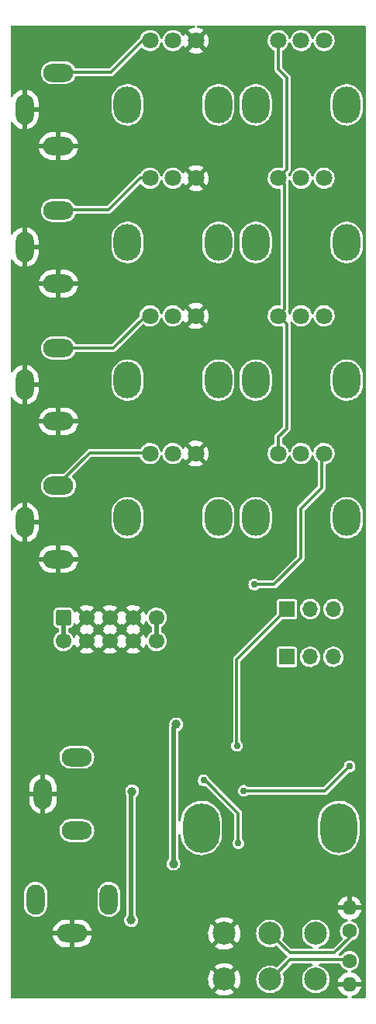
<source format=gbr>
%TF.GenerationSoftware,KiCad,Pcbnew,6.0.5-a6ca702e91~116~ubuntu22.04.1*%
%TF.CreationDate,2022-06-08T16:41:22-07:00*%
%TF.ProjectId,HEAR,48454152-2e6b-4696-9361-645f70636258,2.1*%
%TF.SameCoordinates,Original*%
%TF.FileFunction,Copper,L1,Top*%
%TF.FilePolarity,Positive*%
%FSLAX46Y46*%
G04 Gerber Fmt 4.6, Leading zero omitted, Abs format (unit mm)*
G04 Created by KiCad (PCBNEW 6.0.5-a6ca702e91~116~ubuntu22.04.1) date 2022-06-08 16:41:22*
%MOMM*%
%LPD*%
G01*
G04 APERTURE LIST*
G04 Aperture macros list*
%AMRoundRect*
0 Rectangle with rounded corners*
0 $1 Rounding radius*
0 $2 $3 $4 $5 $6 $7 $8 $9 X,Y pos of 4 corners*
0 Add a 4 corners polygon primitive as box body*
4,1,4,$2,$3,$4,$5,$6,$7,$8,$9,$2,$3,0*
0 Add four circle primitives for the rounded corners*
1,1,$1+$1,$2,$3*
1,1,$1+$1,$4,$5*
1,1,$1+$1,$6,$7*
1,1,$1+$1,$8,$9*
0 Add four rect primitives between the rounded corners*
20,1,$1+$1,$2,$3,$4,$5,0*
20,1,$1+$1,$4,$5,$6,$7,0*
20,1,$1+$1,$6,$7,$8,$9,0*
20,1,$1+$1,$8,$9,$2,$3,0*%
G04 Aperture macros list end*
%TA.AperFunction,ComponentPad*%
%ADD10O,3.300000X2.000000*%
%TD*%
%TA.AperFunction,ComponentPad*%
%ADD11O,2.000000X3.300000*%
%TD*%
%TA.AperFunction,WasherPad*%
%ADD12O,3.000000X4.000000*%
%TD*%
%TA.AperFunction,ComponentPad*%
%ADD13C,1.800000*%
%TD*%
%TA.AperFunction,WasherPad*%
%ADD14O,4.000000X5.400000*%
%TD*%
%TA.AperFunction,ComponentPad*%
%ADD15C,2.500000*%
%TD*%
%TA.AperFunction,ComponentPad*%
%ADD16RoundRect,0.250000X-0.600000X0.600000X-0.600000X-0.600000X0.600000X-0.600000X0.600000X0.600000X0*%
%TD*%
%TA.AperFunction,ComponentPad*%
%ADD17C,1.700000*%
%TD*%
%TA.AperFunction,ComponentPad*%
%ADD18R,1.700000X1.700000*%
%TD*%
%TA.AperFunction,ComponentPad*%
%ADD19O,1.700000X1.700000*%
%TD*%
%TA.AperFunction,ComponentPad*%
%ADD20C,1.600000*%
%TD*%
%TA.AperFunction,ComponentPad*%
%ADD21O,1.600000X1.600000*%
%TD*%
%TA.AperFunction,ViaPad*%
%ADD22C,1.000000*%
%TD*%
%TA.AperFunction,ViaPad*%
%ADD23C,0.762000*%
%TD*%
%TA.AperFunction,Conductor*%
%ADD24C,0.333000*%
%TD*%
%TA.AperFunction,Conductor*%
%ADD25C,0.500000*%
%TD*%
G04 APERTURE END LIST*
D10*
%TO.P,J2,R*%
%TO.N,GND*%
X5500000Y-28400000D03*
D11*
%TO.P,J2,S*%
X1800000Y-24400000D03*
D10*
%TO.P,J2,T*%
%TO.N,Net-(J2-PadT)*%
X5500000Y-20400000D03*
%TD*%
D12*
%TO.P,RV9,*%
%TO.N,*%
X27034000Y-53900000D03*
X36966000Y-53900000D03*
D13*
%TO.P,RV9,1,1*%
%TO.N,/RightMix*%
X29500000Y-46900000D03*
%TO.P,RV9,2,2*%
%TO.N,Net-(R7-Pad2)*%
X32000000Y-46900000D03*
%TO.P,RV9,3,3*%
%TO.N,/LeftMix*%
X34500000Y-46900000D03*
%TD*%
D10*
%TO.P,J1,R*%
%TO.N,GND*%
X5500000Y-13400000D03*
D11*
%TO.P,J1,S*%
X1800000Y-9400000D03*
D10*
%TO.P,J1,T*%
%TO.N,Net-(J1-PadT)*%
X5500000Y-5400000D03*
%TD*%
%TO.P,J3,R*%
%TO.N,GND*%
X5500000Y-43400000D03*
D11*
%TO.P,J3,S*%
X1800000Y-39400000D03*
D10*
%TO.P,J3,T*%
%TO.N,Net-(J3-PadT)*%
X5500000Y-35400000D03*
%TD*%
D12*
%TO.P,RV2,*%
%TO.N,*%
X13034000Y-8900000D03*
X22966000Y-8900000D03*
D13*
%TO.P,RV2,1,1*%
%TO.N,Net-(J1-PadT)*%
X15500000Y-1900000D03*
%TO.P,RV2,2,2*%
%TO.N,Net-(R1-Pad1)*%
X18000000Y-1900000D03*
%TO.P,RV2,3,3*%
%TO.N,GND*%
X20500000Y-1900000D03*
%TD*%
D12*
%TO.P,RV7,*%
%TO.N,*%
X36966000Y-23900000D03*
X27034000Y-23900000D03*
D13*
%TO.P,RV7,1,1*%
%TO.N,/RightMix*%
X29500000Y-16900000D03*
%TO.P,RV7,2,2*%
%TO.N,Net-(R3-Pad2)*%
X32000000Y-16900000D03*
%TO.P,RV7,3,3*%
%TO.N,/LeftMix*%
X34500000Y-16900000D03*
%TD*%
D12*
%TO.P,RV8,*%
%TO.N,*%
X27034000Y-38900000D03*
X36966000Y-38900000D03*
D13*
%TO.P,RV8,1,1*%
%TO.N,/RightMix*%
X29500000Y-31900000D03*
%TO.P,RV8,2,2*%
%TO.N,Net-(R5-Pad2)*%
X32000000Y-31900000D03*
%TO.P,RV8,3,3*%
%TO.N,/LeftMix*%
X34500000Y-31900000D03*
%TD*%
D14*
%TO.P,RV1,*%
%TO.N,*%
X36100000Y-87700000D03*
X21100000Y-87700000D03*
D15*
%TO.P,RV1,1,1*%
%TO.N,Net-(R35-Pad1)*%
X33600000Y-99200000D03*
%TO.P,RV1,2,2*%
%TO.N,Net-(C1-Pad1)*%
X28600000Y-99200000D03*
%TO.P,RV1,3,3*%
%TO.N,GND*%
X23600000Y-99200000D03*
%TO.P,RV1,4,4*%
%TO.N,Net-(R36-Pad1)*%
X33600000Y-104200000D03*
%TO.P,RV1,5,5*%
%TO.N,Net-(C2-Pad1)*%
X28600000Y-104200000D03*
%TO.P,RV1,6,6*%
%TO.N,GND*%
X23600000Y-104200000D03*
%TD*%
D12*
%TO.P,RV4,*%
%TO.N,*%
X22966000Y-38900000D03*
X13034000Y-38900000D03*
D13*
%TO.P,RV4,1,1*%
%TO.N,Net-(J3-PadT)*%
X15500000Y-31900000D03*
%TO.P,RV4,2,2*%
%TO.N,Net-(R5-Pad1)*%
X18000000Y-31900000D03*
%TO.P,RV4,3,3*%
%TO.N,GND*%
X20500000Y-31900000D03*
%TD*%
D10*
%TO.P,J13,R*%
%TO.N,RLineOut*%
X7500000Y-88000000D03*
D11*
%TO.P,J13,S*%
%TO.N,GND*%
X3800000Y-84000000D03*
D10*
%TO.P,J13,T*%
%TO.N,LLineOut*%
X7500000Y-80000000D03*
%TD*%
D12*
%TO.P,RV3,*%
%TO.N,*%
X13034000Y-23900000D03*
X22966000Y-23900000D03*
D13*
%TO.P,RV3,1,1*%
%TO.N,Net-(J2-PadT)*%
X15500000Y-16900000D03*
%TO.P,RV3,2,2*%
%TO.N,Net-(R3-Pad1)*%
X18000000Y-16900000D03*
%TO.P,RV3,3,3*%
%TO.N,GND*%
X20500000Y-16900000D03*
%TD*%
D12*
%TO.P,RV5,*%
%TO.N,*%
X13034000Y-53900000D03*
X22966000Y-53900000D03*
D13*
%TO.P,RV5,1,1*%
%TO.N,Net-(J4-PadT)*%
X15500000Y-46900000D03*
%TO.P,RV5,2,2*%
%TO.N,Net-(R7-Pad1)*%
X18000000Y-46900000D03*
%TO.P,RV5,3,3*%
%TO.N,GND*%
X20500000Y-46900000D03*
%TD*%
D12*
%TO.P,RV6,*%
%TO.N,*%
X36966000Y-8900000D03*
X27034000Y-8900000D03*
D13*
%TO.P,RV6,1,1*%
%TO.N,/RightMix*%
X29500000Y-1900000D03*
%TO.P,RV6,2,2*%
%TO.N,Net-(R1-Pad2)*%
X32000000Y-1900000D03*
%TO.P,RV6,3,3*%
%TO.N,/LeftMix*%
X34500000Y-1900000D03*
%TD*%
D10*
%TO.P,J4,R*%
%TO.N,GND*%
X5500000Y-58400000D03*
D11*
%TO.P,J4,S*%
X1800000Y-54400000D03*
D10*
%TO.P,J4,T*%
%TO.N,Net-(J4-PadT)*%
X5500000Y-50400000D03*
%TD*%
D11*
%TO.P,J14,R*%
%TO.N,HPoutR*%
X11000000Y-95500000D03*
D10*
%TO.P,J14,S*%
%TO.N,GND*%
X7000000Y-99200000D03*
D11*
%TO.P,J14,T*%
%TO.N,HPoutL*%
X3000000Y-95500000D03*
%TD*%
D16*
%TO.P,J12,1,Pin_1*%
%TO.N,Net-(D2-Pad1)*%
X6045200Y-64800000D03*
D17*
%TO.P,J12,2,Pin_2*%
X6045200Y-67340000D03*
%TO.P,J12,3,Pin_3*%
%TO.N,GND*%
X8585200Y-64800000D03*
%TO.P,J12,4,Pin_4*%
X8585200Y-67340000D03*
%TO.P,J12,5,Pin_5*%
X11125200Y-64800000D03*
%TO.P,J12,6,Pin_6*%
X11125200Y-67340000D03*
%TO.P,J12,7,Pin_7*%
X13665200Y-64800000D03*
%TO.P,J12,8,Pin_8*%
X13665200Y-67340000D03*
%TO.P,J12,9,Pin_9*%
%TO.N,Net-(D1-Pad2)*%
X16205200Y-64800000D03*
%TO.P,J12,10,Pin_10*%
X16205200Y-67340000D03*
%TD*%
D18*
%TO.P,J5,1,Pin_1*%
%TO.N,Net-(J5-Pad1)*%
X30429200Y-69062600D03*
D19*
%TO.P,J5,2,Pin_2*%
%TO.N,Net-(J5-Pad2)*%
X32969200Y-69062600D03*
%TO.P,J5,3,Pin_3*%
%TO.N,unconnected-(J5-Pad3)*%
X35509200Y-69062600D03*
%TD*%
D20*
%TO.P,R2,1*%
%TO.N,Net-(C2-Pad1)*%
X37287200Y-102180600D03*
D21*
%TO.P,R2,2*%
%TO.N,GND*%
X37287200Y-104720600D03*
%TD*%
D18*
%TO.P,J6,1,Pin_1*%
%TO.N,Net-(J6-Pad1)*%
X30444200Y-63855600D03*
D19*
%TO.P,J6,2,Pin_2*%
%TO.N,Net-(J6-Pad2)*%
X32984200Y-63855600D03*
%TO.P,J6,3,Pin_3*%
%TO.N,unconnected-(J6-Pad3)*%
X35524200Y-63855600D03*
%TD*%
D20*
%TO.P,R4,1*%
%TO.N,Net-(C1-Pad1)*%
X37287200Y-98936600D03*
D21*
%TO.P,R4,2*%
%TO.N,GND*%
X37287200Y-96396600D03*
%TD*%
D22*
%TO.N,GND*%
X29159200Y-84683600D03*
X27635200Y-79857600D03*
%TO.N,+12V*%
X18040200Y-91590200D03*
X18364200Y-76428600D03*
%TO.N,-12V*%
X13417400Y-97762400D03*
X13544400Y-83716200D03*
D23*
%TO.N,Net-(J6-Pad1)*%
X24994868Y-78745848D03*
%TO.N,/LeftMix*%
X26873200Y-61188600D03*
%TO.N,/RightMix*%
X37287200Y-81000600D03*
X25730200Y-83667600D03*
%TO.N,Lout*%
X25126800Y-89380400D03*
X21342200Y-82522400D03*
%TD*%
D24*
%TO.N,Net-(C1-Pad1)*%
X37287200Y-98936600D02*
X37287200Y-99669600D01*
X35636200Y-101320600D02*
X30740200Y-101320600D01*
X37287200Y-99669600D02*
X35636200Y-101320600D01*
X30740200Y-101320600D02*
X28651200Y-99231600D01*
D25*
%TO.N,+12V*%
X18040200Y-91590200D02*
X18091000Y-91539400D01*
X18091000Y-76701800D02*
X18364200Y-76428600D01*
X18091000Y-91539400D02*
X18091000Y-76701800D01*
%TO.N,-12V*%
X13417400Y-83843200D02*
X13417400Y-97762400D01*
X13544400Y-83716200D02*
X13417400Y-83843200D01*
%TO.N,Net-(D1-Pad2)*%
X16205200Y-64800000D02*
X16205200Y-67340000D01*
%TO.N,Net-(D2-Pad1)*%
X6045200Y-64800000D02*
X6045200Y-67340000D01*
D24*
%TO.N,Net-(J1-PadT)*%
X14672800Y-1900000D02*
X15500000Y-1900000D01*
X5500000Y-5372600D02*
X11200200Y-5372600D01*
X11200200Y-5372600D02*
X14672800Y-1900000D01*
%TO.N,Net-(J4-PadT)*%
X15500000Y-46900000D02*
X15447600Y-46847600D01*
X15447600Y-46847600D02*
X8893200Y-46847600D01*
X8893200Y-46847600D02*
X5500000Y-50240800D01*
X5500000Y-50240800D02*
X5500000Y-50330600D01*
%TO.N,Net-(J6-Pad1)*%
X24974400Y-69325400D02*
X30444200Y-63855600D01*
X24994868Y-78745848D02*
X24974400Y-78725380D01*
X24974400Y-78725380D02*
X24974400Y-69325400D01*
%TO.N,Net-(J2-PadT)*%
X10934200Y-20358600D02*
X5500000Y-20358600D01*
X15500000Y-16900000D02*
X14392800Y-16900000D01*
X14392800Y-16900000D02*
X10934200Y-20358600D01*
%TO.N,Net-(J3-PadT)*%
X5505400Y-35405400D02*
X5500000Y-35400000D01*
X11494600Y-35405400D02*
X5505400Y-35405400D01*
X15000000Y-31900000D02*
X11494600Y-35405400D01*
X15500000Y-31900000D02*
X15000000Y-31900000D01*
%TO.N,/LeftMix*%
X31953200Y-52931600D02*
X34225200Y-50659600D01*
X31953200Y-58267600D02*
X31953200Y-52931600D01*
X34225200Y-47122400D02*
X34500000Y-46847600D01*
X34225200Y-50659600D02*
X34225200Y-47122400D01*
X26873200Y-61188600D02*
X29032200Y-61188600D01*
X29032200Y-61188600D02*
X31953200Y-58267600D01*
%TO.N,/RightMix*%
X29500000Y-31847600D02*
X30405189Y-32752789D01*
X30405189Y-44194611D02*
X29500000Y-45099800D01*
X29500000Y-5014400D02*
X30429200Y-5943600D01*
X30405189Y-32752789D02*
X30405189Y-44194611D01*
X29500000Y-45099800D02*
X29500000Y-46847600D01*
X30175200Y-17522800D02*
X30175200Y-31172400D01*
X30429200Y-15918400D02*
X29500000Y-16847600D01*
X30175200Y-31172400D02*
X29500000Y-31847600D01*
X34620200Y-83667600D02*
X37287200Y-81000600D01*
X30429200Y-5943600D02*
X30429200Y-15918400D01*
X29500000Y-16847600D02*
X30175200Y-17522800D01*
X25730200Y-83667600D02*
X34620200Y-83667600D01*
X29500000Y-1847600D02*
X29500000Y-5014400D01*
%TO.N,Net-(C2-Pad1)*%
X37189200Y-102082600D02*
X30800200Y-102082600D01*
X30800200Y-102082600D02*
X28651200Y-104231600D01*
X37287200Y-102180600D02*
X37189200Y-102082600D01*
%TO.N,Lout*%
X22936200Y-83921600D02*
X22936200Y-83913200D01*
X25126800Y-89380400D02*
X25126800Y-86112200D01*
X25126800Y-86112200D02*
X22936200Y-83921600D01*
X22936200Y-83913200D02*
X21545400Y-82522400D01*
X21545400Y-82522400D02*
X21342200Y-82522400D01*
%TD*%
%TA.AperFunction,Conductor*%
%TO.N,GND*%
G36*
X20356181Y-274502D02*
G01*
X20402674Y-328158D01*
X20412778Y-398432D01*
X20383284Y-463012D01*
X20323558Y-501396D01*
X20307119Y-505050D01*
X20177693Y-524855D01*
X20167666Y-527244D01*
X19957426Y-595961D01*
X19947916Y-599958D01*
X19751725Y-702089D01*
X19743007Y-707578D01*
X19713961Y-729386D01*
X19705508Y-740711D01*
X19712251Y-753040D01*
X20487189Y-1527979D01*
X20501132Y-1535592D01*
X20502966Y-1535461D01*
X20509580Y-1531210D01*
X21288994Y-751795D01*
X21296011Y-738944D01*
X21288237Y-728274D01*
X21285902Y-726430D01*
X21277320Y-720729D01*
X21083678Y-613833D01*
X21074272Y-609606D01*
X20865772Y-535772D01*
X20855809Y-533140D01*
X20695290Y-504547D01*
X20631732Y-472909D01*
X20595369Y-411931D01*
X20597746Y-340975D01*
X20638107Y-282567D01*
X20703639Y-255252D01*
X20717386Y-254500D01*
X38919500Y-254500D01*
X38987621Y-274502D01*
X39034114Y-328158D01*
X39045500Y-380500D01*
X39045500Y-106119500D01*
X39025498Y-106187621D01*
X38971842Y-106234114D01*
X38919500Y-106245500D01*
X37606985Y-106245500D01*
X37538864Y-106225498D01*
X37492371Y-106171842D01*
X37482267Y-106101568D01*
X37511761Y-106036988D01*
X37574374Y-105997793D01*
X37730961Y-105955836D01*
X37741253Y-105952090D01*
X37938711Y-105860014D01*
X37948207Y-105854531D01*
X38126667Y-105729572D01*
X38135075Y-105722516D01*
X38289116Y-105568475D01*
X38296172Y-105560067D01*
X38421131Y-105381607D01*
X38426614Y-105372111D01*
X38518690Y-105174653D01*
X38522436Y-105164361D01*
X38568594Y-104992097D01*
X38568258Y-104978001D01*
X38560316Y-104974600D01*
X36019233Y-104974600D01*
X36005702Y-104978573D01*
X36004473Y-104987122D01*
X36051964Y-105164361D01*
X36055710Y-105174653D01*
X36147786Y-105372111D01*
X36153269Y-105381607D01*
X36278228Y-105560067D01*
X36285284Y-105568475D01*
X36439325Y-105722516D01*
X36447733Y-105729572D01*
X36626193Y-105854531D01*
X36635689Y-105860014D01*
X36833147Y-105952090D01*
X36843439Y-105955836D01*
X37000026Y-105997793D01*
X37060649Y-106034745D01*
X37091670Y-106098605D01*
X37083242Y-106169100D01*
X37038039Y-106223847D01*
X36967415Y-106245500D01*
X380500Y-106245500D01*
X312379Y-106225498D01*
X265886Y-106171842D01*
X254500Y-106119500D01*
X254500Y-105609133D01*
X22555612Y-105609133D01*
X22564325Y-105620653D01*
X22662018Y-105692284D01*
X22669928Y-105697227D01*
X22892890Y-105814533D01*
X22901453Y-105818256D01*
X23139304Y-105901318D01*
X23148313Y-105903732D01*
X23395842Y-105950727D01*
X23405098Y-105951781D01*
X23656857Y-105961673D01*
X23666171Y-105961347D01*
X23916615Y-105933920D01*
X23925792Y-105932219D01*
X24169431Y-105868074D01*
X24178251Y-105865037D01*
X24409736Y-105765583D01*
X24418008Y-105761276D01*
X24632249Y-105628700D01*
X24639188Y-105623658D01*
X24647518Y-105611019D01*
X24641456Y-105600666D01*
X23612812Y-104572022D01*
X23598868Y-104564408D01*
X23597035Y-104564539D01*
X23590420Y-104568790D01*
X22562270Y-105596940D01*
X22555612Y-105609133D01*
X254500Y-105609133D01*
X254500Y-104158523D01*
X21837898Y-104158523D01*
X21849987Y-104410175D01*
X21851124Y-104419435D01*
X21900274Y-104666535D01*
X21902768Y-104675528D01*
X21987900Y-104912639D01*
X21991700Y-104921174D01*
X22110946Y-105143101D01*
X22115957Y-105150968D01*
X22179446Y-105235990D01*
X22190704Y-105244439D01*
X22203123Y-105237667D01*
X23227978Y-104212812D01*
X23234356Y-104201132D01*
X23964408Y-104201132D01*
X23964539Y-104202965D01*
X23968790Y-104209580D01*
X24999913Y-105240703D01*
X25012293Y-105247463D01*
X25020634Y-105241219D01*
X25146765Y-105045127D01*
X25151212Y-105036936D01*
X25254691Y-104807222D01*
X25257882Y-104798455D01*
X25326269Y-104555976D01*
X25328129Y-104546834D01*
X25360116Y-104295396D01*
X25360597Y-104289108D01*
X25362847Y-104203160D01*
X25362771Y-104200000D01*
X27090848Y-104200000D01*
X27109428Y-104436083D01*
X27110582Y-104440890D01*
X27110583Y-104440896D01*
X27115938Y-104463199D01*
X27164711Y-104666354D01*
X27166604Y-104670925D01*
X27166605Y-104670927D01*
X27223061Y-104807222D01*
X27255336Y-104885141D01*
X27379070Y-105087057D01*
X27532868Y-105267132D01*
X27712943Y-105420930D01*
X27914859Y-105544664D01*
X27919429Y-105546557D01*
X27919433Y-105546559D01*
X28129073Y-105633395D01*
X28129075Y-105633396D01*
X28133646Y-105635289D01*
X28213499Y-105654460D01*
X28359104Y-105689417D01*
X28359110Y-105689418D01*
X28363917Y-105690572D01*
X28600000Y-105709152D01*
X28836083Y-105690572D01*
X28840890Y-105689418D01*
X28840896Y-105689417D01*
X28986501Y-105654460D01*
X29066354Y-105635289D01*
X29070925Y-105633396D01*
X29070927Y-105633395D01*
X29280567Y-105546559D01*
X29280571Y-105546557D01*
X29285141Y-105544664D01*
X29487057Y-105420930D01*
X29667132Y-105267132D01*
X29820930Y-105087057D01*
X29944664Y-104885141D01*
X29976940Y-104807222D01*
X30033395Y-104670927D01*
X30033396Y-104670925D01*
X30035289Y-104666354D01*
X30084062Y-104463199D01*
X30089417Y-104440896D01*
X30089418Y-104440890D01*
X30090572Y-104436083D01*
X30109152Y-104200000D01*
X30090572Y-103963917D01*
X30085809Y-103944074D01*
X30036444Y-103738458D01*
X30035289Y-103733646D01*
X29982348Y-103605835D01*
X29974759Y-103535245D01*
X30009662Y-103468522D01*
X30937679Y-102540505D01*
X30999991Y-102506479D01*
X31026774Y-102503600D01*
X33156682Y-102503600D01*
X33224803Y-102523602D01*
X33271296Y-102577258D01*
X33281400Y-102647532D01*
X33251906Y-102712112D01*
X33186096Y-102752119D01*
X33133646Y-102764711D01*
X33129075Y-102766604D01*
X33129073Y-102766605D01*
X32919433Y-102853441D01*
X32919429Y-102853443D01*
X32914859Y-102855336D01*
X32712943Y-102979070D01*
X32532868Y-103132868D01*
X32379070Y-103312943D01*
X32255336Y-103514859D01*
X32253443Y-103519429D01*
X32253441Y-103519433D01*
X32201368Y-103645149D01*
X32164711Y-103733646D01*
X32163556Y-103738458D01*
X32114192Y-103944074D01*
X32109428Y-103963917D01*
X32090848Y-104200000D01*
X32109428Y-104436083D01*
X32110582Y-104440890D01*
X32110583Y-104440896D01*
X32115938Y-104463199D01*
X32164711Y-104666354D01*
X32166604Y-104670925D01*
X32166605Y-104670927D01*
X32223061Y-104807222D01*
X32255336Y-104885141D01*
X32379070Y-105087057D01*
X32532868Y-105267132D01*
X32712943Y-105420930D01*
X32914859Y-105544664D01*
X32919429Y-105546557D01*
X32919433Y-105546559D01*
X33129073Y-105633395D01*
X33129075Y-105633396D01*
X33133646Y-105635289D01*
X33213499Y-105654460D01*
X33359104Y-105689417D01*
X33359110Y-105689418D01*
X33363917Y-105690572D01*
X33600000Y-105709152D01*
X33836083Y-105690572D01*
X33840890Y-105689418D01*
X33840896Y-105689417D01*
X33986501Y-105654460D01*
X34066354Y-105635289D01*
X34070925Y-105633396D01*
X34070927Y-105633395D01*
X34280567Y-105546559D01*
X34280571Y-105546557D01*
X34285141Y-105544664D01*
X34487057Y-105420930D01*
X34667132Y-105267132D01*
X34820930Y-105087057D01*
X34944664Y-104885141D01*
X34976940Y-104807222D01*
X35033395Y-104670927D01*
X35033396Y-104670925D01*
X35035289Y-104666354D01*
X35084062Y-104463199D01*
X35089417Y-104440896D01*
X35089418Y-104440890D01*
X35090572Y-104436083D01*
X35109152Y-104200000D01*
X35090572Y-103963917D01*
X35085809Y-103944074D01*
X35036444Y-103738458D01*
X35035289Y-103733646D01*
X34998632Y-103645149D01*
X34946559Y-103519433D01*
X34946557Y-103519429D01*
X34944664Y-103514859D01*
X34820930Y-103312943D01*
X34667132Y-103132868D01*
X34487057Y-102979070D01*
X34285141Y-102855336D01*
X34280571Y-102853443D01*
X34280567Y-102853441D01*
X34070927Y-102766605D01*
X34070925Y-102766604D01*
X34066354Y-102764711D01*
X34013904Y-102752119D01*
X33952335Y-102716767D01*
X33919652Y-102653740D01*
X33926232Y-102583049D01*
X33969987Y-102527138D01*
X34043318Y-102503600D01*
X36190630Y-102503600D01*
X36258751Y-102523602D01*
X36302696Y-102572006D01*
X36393714Y-102749109D01*
X36393717Y-102749113D01*
X36396534Y-102754595D01*
X36524986Y-102916661D01*
X36682471Y-103050691D01*
X36862989Y-103151580D01*
X37005991Y-103198044D01*
X37012602Y-103200192D01*
X37071208Y-103240265D01*
X37098845Y-103305662D01*
X37086738Y-103375619D01*
X37038732Y-103427925D01*
X37006277Y-103441732D01*
X36843439Y-103485364D01*
X36833147Y-103489110D01*
X36635689Y-103581186D01*
X36626193Y-103586669D01*
X36447733Y-103711628D01*
X36439325Y-103718684D01*
X36285284Y-103872725D01*
X36278228Y-103881133D01*
X36153269Y-104059593D01*
X36147786Y-104069089D01*
X36055710Y-104266547D01*
X36051964Y-104276839D01*
X36005806Y-104449103D01*
X36006142Y-104463199D01*
X36014084Y-104466600D01*
X38555167Y-104466600D01*
X38568698Y-104462627D01*
X38569927Y-104454078D01*
X38522436Y-104276839D01*
X38518690Y-104266547D01*
X38426614Y-104069089D01*
X38421131Y-104059593D01*
X38296172Y-103881133D01*
X38289116Y-103872725D01*
X38135075Y-103718684D01*
X38126667Y-103711628D01*
X37948207Y-103586669D01*
X37938711Y-103581186D01*
X37741253Y-103489110D01*
X37730961Y-103485364D01*
X37565803Y-103441110D01*
X37505180Y-103404158D01*
X37474159Y-103340297D01*
X37482587Y-103269803D01*
X37527790Y-103215056D01*
X37564523Y-103198047D01*
X37670378Y-103168492D01*
X37675882Y-103165712D01*
X37675884Y-103165711D01*
X37849462Y-103078031D01*
X37849464Y-103078030D01*
X37854963Y-103075252D01*
X38017922Y-102947934D01*
X38021948Y-102943270D01*
X38021951Y-102943267D01*
X38149019Y-102796057D01*
X38149020Y-102796055D01*
X38153048Y-102791389D01*
X38227307Y-102660670D01*
X38252150Y-102616940D01*
X38252152Y-102616936D01*
X38255195Y-102611579D01*
X38320470Y-102415353D01*
X38346389Y-102210186D01*
X38346802Y-102180600D01*
X38326622Y-101974789D01*
X38266851Y-101776817D01*
X38169765Y-101594225D01*
X38165874Y-101589455D01*
X38165872Y-101589451D01*
X38042958Y-101438743D01*
X38042955Y-101438740D01*
X38039063Y-101433968D01*
X38032166Y-101428262D01*
X37884471Y-101306078D01*
X37884466Y-101306075D01*
X37879722Y-101302150D01*
X37874303Y-101299220D01*
X37874300Y-101299218D01*
X37703232Y-101206722D01*
X37703227Y-101206720D01*
X37697812Y-101203792D01*
X37500263Y-101142640D01*
X37494138Y-101141996D01*
X37494137Y-101141996D01*
X37300726Y-101121668D01*
X37300724Y-101121668D01*
X37294597Y-101121024D01*
X37168429Y-101132506D01*
X37094791Y-101139207D01*
X37094790Y-101139207D01*
X37088650Y-101139766D01*
X36890266Y-101198154D01*
X36884801Y-101201011D01*
X36712461Y-101291108D01*
X36712457Y-101291111D01*
X36707001Y-101293963D01*
X36545835Y-101423543D01*
X36412908Y-101581960D01*
X36409939Y-101587361D01*
X36409936Y-101587365D01*
X36405022Y-101596303D01*
X36354676Y-101646361D01*
X36294609Y-101661600D01*
X36194774Y-101661600D01*
X36126653Y-101641598D01*
X36080160Y-101587942D01*
X36070056Y-101517668D01*
X36099550Y-101453088D01*
X36105679Y-101446505D01*
X37587783Y-99964401D01*
X37642993Y-99932138D01*
X37664437Y-99926151D01*
X37664439Y-99926150D01*
X37670378Y-99924492D01*
X37675882Y-99921712D01*
X37675884Y-99921711D01*
X37849462Y-99834031D01*
X37849464Y-99834030D01*
X37854963Y-99831252D01*
X38017922Y-99703934D01*
X38021948Y-99699270D01*
X38021951Y-99699267D01*
X38149019Y-99552057D01*
X38149020Y-99552055D01*
X38153048Y-99547389D01*
X38219082Y-99431149D01*
X38252150Y-99372940D01*
X38252152Y-99372936D01*
X38255195Y-99367579D01*
X38309301Y-99204930D01*
X38318525Y-99177201D01*
X38318526Y-99177198D01*
X38320470Y-99171353D01*
X38346389Y-98966186D01*
X38346802Y-98936600D01*
X38326622Y-98730789D01*
X38266851Y-98532817D01*
X38180701Y-98370792D01*
X38172659Y-98355667D01*
X38172657Y-98355664D01*
X38169765Y-98350225D01*
X38165874Y-98345455D01*
X38165872Y-98345451D01*
X38042958Y-98194743D01*
X38042955Y-98194740D01*
X38039063Y-98189968D01*
X38027326Y-98180258D01*
X37884471Y-98062078D01*
X37884466Y-98062075D01*
X37879722Y-98058150D01*
X37874303Y-98055220D01*
X37874300Y-98055218D01*
X37703232Y-97962722D01*
X37703227Y-97962720D01*
X37697812Y-97959792D01*
X37562318Y-97917849D01*
X37503159Y-97878599D01*
X37474612Y-97813594D01*
X37485741Y-97743475D01*
X37533012Y-97690504D01*
X37566967Y-97675778D01*
X37730961Y-97631836D01*
X37741253Y-97628090D01*
X37938711Y-97536014D01*
X37948207Y-97530531D01*
X38126667Y-97405572D01*
X38135075Y-97398516D01*
X38289116Y-97244475D01*
X38296172Y-97236067D01*
X38421131Y-97057607D01*
X38426614Y-97048111D01*
X38518690Y-96850653D01*
X38522436Y-96840361D01*
X38568594Y-96668097D01*
X38568258Y-96654001D01*
X38560316Y-96650600D01*
X36019233Y-96650600D01*
X36005702Y-96654573D01*
X36004473Y-96663122D01*
X36051964Y-96840361D01*
X36055710Y-96850653D01*
X36147786Y-97048111D01*
X36153269Y-97057607D01*
X36278228Y-97236067D01*
X36285284Y-97244475D01*
X36439325Y-97398516D01*
X36447733Y-97405572D01*
X36626193Y-97530531D01*
X36635689Y-97536014D01*
X36833147Y-97628090D01*
X36843439Y-97631836D01*
X37008215Y-97675987D01*
X37068838Y-97712939D01*
X37099859Y-97776799D01*
X37091431Y-97847294D01*
X37046228Y-97902041D01*
X37011178Y-97918567D01*
X36890266Y-97954154D01*
X36884801Y-97957011D01*
X36712461Y-98047108D01*
X36712457Y-98047111D01*
X36707001Y-98049963D01*
X36545835Y-98179543D01*
X36412908Y-98337960D01*
X36313282Y-98519178D01*
X36250753Y-98716296D01*
X36250067Y-98722413D01*
X36250066Y-98722417D01*
X36231344Y-98889331D01*
X36227701Y-98921806D01*
X36245006Y-99127878D01*
X36302007Y-99326666D01*
X36304825Y-99332148D01*
X36304826Y-99332152D01*
X36393714Y-99505109D01*
X36393717Y-99505113D01*
X36396534Y-99510595D01*
X36484988Y-99622196D01*
X36524986Y-99672661D01*
X36523644Y-99673725D01*
X36552784Y-99729362D01*
X36546493Y-99800079D01*
X36518313Y-99843103D01*
X35498721Y-100862695D01*
X35436409Y-100896721D01*
X35409626Y-100899600D01*
X34029989Y-100899600D01*
X33961868Y-100879598D01*
X33915375Y-100825942D01*
X33905271Y-100755668D01*
X33934765Y-100691088D01*
X34000575Y-100651081D01*
X34066354Y-100635289D01*
X34070925Y-100633396D01*
X34070927Y-100633395D01*
X34280567Y-100546559D01*
X34280571Y-100546557D01*
X34285141Y-100544664D01*
X34487057Y-100420930D01*
X34667132Y-100267132D01*
X34820930Y-100087057D01*
X34944664Y-99885141D01*
X34968558Y-99827458D01*
X35033395Y-99670927D01*
X35033396Y-99670925D01*
X35035289Y-99666354D01*
X35071523Y-99515427D01*
X35089417Y-99440896D01*
X35089418Y-99440890D01*
X35090572Y-99436083D01*
X35109152Y-99200000D01*
X35090572Y-98963917D01*
X35085870Y-98944329D01*
X35036444Y-98738458D01*
X35035289Y-98733646D01*
X35030638Y-98722417D01*
X34946559Y-98519433D01*
X34946557Y-98519429D01*
X34944664Y-98514859D01*
X34820930Y-98312943D01*
X34667132Y-98132868D01*
X34487057Y-97979070D01*
X34285141Y-97855336D01*
X34280571Y-97853443D01*
X34280567Y-97853441D01*
X34070927Y-97766605D01*
X34070925Y-97766604D01*
X34066354Y-97764711D01*
X33983439Y-97744805D01*
X33840896Y-97710583D01*
X33840890Y-97710582D01*
X33836083Y-97709428D01*
X33600000Y-97690848D01*
X33363917Y-97709428D01*
X33359110Y-97710582D01*
X33359104Y-97710583D01*
X33216561Y-97744805D01*
X33133646Y-97764711D01*
X33129075Y-97766604D01*
X33129073Y-97766605D01*
X32919433Y-97853441D01*
X32919429Y-97853443D01*
X32914859Y-97855336D01*
X32712943Y-97979070D01*
X32532868Y-98132868D01*
X32379070Y-98312943D01*
X32255336Y-98514859D01*
X32253443Y-98519429D01*
X32253441Y-98519433D01*
X32169362Y-98722417D01*
X32164711Y-98733646D01*
X32163556Y-98738458D01*
X32114131Y-98944329D01*
X32109428Y-98963917D01*
X32090848Y-99200000D01*
X32109428Y-99436083D01*
X32110582Y-99440890D01*
X32110583Y-99440896D01*
X32128477Y-99515427D01*
X32164711Y-99666354D01*
X32166604Y-99670925D01*
X32166605Y-99670927D01*
X32231443Y-99827458D01*
X32255336Y-99885141D01*
X32379070Y-100087057D01*
X32532868Y-100267132D01*
X32712943Y-100420930D01*
X32914859Y-100544664D01*
X32919429Y-100546557D01*
X32919433Y-100546559D01*
X33129073Y-100633395D01*
X33129075Y-100633396D01*
X33133646Y-100635289D01*
X33199425Y-100651081D01*
X33260994Y-100686433D01*
X33293677Y-100749460D01*
X33287097Y-100820151D01*
X33243342Y-100876062D01*
X33170011Y-100899600D01*
X30966774Y-100899600D01*
X30898653Y-100879598D01*
X30877679Y-100862695D01*
X29991151Y-99976167D01*
X29957125Y-99913855D01*
X29963837Y-99838854D01*
X30033395Y-99670927D01*
X30033396Y-99670925D01*
X30035289Y-99666354D01*
X30071523Y-99515427D01*
X30089417Y-99440896D01*
X30089418Y-99440890D01*
X30090572Y-99436083D01*
X30109152Y-99200000D01*
X30090572Y-98963917D01*
X30085870Y-98944329D01*
X30036444Y-98738458D01*
X30035289Y-98733646D01*
X30030638Y-98722417D01*
X29946559Y-98519433D01*
X29946557Y-98519429D01*
X29944664Y-98514859D01*
X29820930Y-98312943D01*
X29667132Y-98132868D01*
X29487057Y-97979070D01*
X29285141Y-97855336D01*
X29280571Y-97853443D01*
X29280567Y-97853441D01*
X29070927Y-97766605D01*
X29070925Y-97766604D01*
X29066354Y-97764711D01*
X28983439Y-97744805D01*
X28840896Y-97710583D01*
X28840890Y-97710582D01*
X28836083Y-97709428D01*
X28600000Y-97690848D01*
X28363917Y-97709428D01*
X28359110Y-97710582D01*
X28359104Y-97710583D01*
X28216561Y-97744805D01*
X28133646Y-97764711D01*
X28129075Y-97766604D01*
X28129073Y-97766605D01*
X27919433Y-97853441D01*
X27919429Y-97853443D01*
X27914859Y-97855336D01*
X27712943Y-97979070D01*
X27532868Y-98132868D01*
X27379070Y-98312943D01*
X27255336Y-98514859D01*
X27253443Y-98519429D01*
X27253441Y-98519433D01*
X27169362Y-98722417D01*
X27164711Y-98733646D01*
X27163556Y-98738458D01*
X27114131Y-98944329D01*
X27109428Y-98963917D01*
X27090848Y-99200000D01*
X27109428Y-99436083D01*
X27110582Y-99440890D01*
X27110583Y-99440896D01*
X27128477Y-99515427D01*
X27164711Y-99666354D01*
X27166604Y-99670925D01*
X27166605Y-99670927D01*
X27231443Y-99827458D01*
X27255336Y-99885141D01*
X27379070Y-100087057D01*
X27532868Y-100267132D01*
X27712943Y-100420930D01*
X27914859Y-100544664D01*
X27919429Y-100546557D01*
X27919433Y-100546559D01*
X28129073Y-100633395D01*
X28129075Y-100633396D01*
X28133646Y-100635289D01*
X28199425Y-100651081D01*
X28359104Y-100689417D01*
X28359110Y-100689418D01*
X28363917Y-100690572D01*
X28600000Y-100709152D01*
X28836083Y-100690572D01*
X28840890Y-100689418D01*
X28840896Y-100689417D01*
X29000575Y-100651081D01*
X29066354Y-100635289D01*
X29266574Y-100552355D01*
X29337161Y-100544766D01*
X29403885Y-100579669D01*
X30466721Y-101642505D01*
X30500747Y-101704817D01*
X30495682Y-101775632D01*
X30466721Y-101820695D01*
X29446487Y-102840929D01*
X29384175Y-102874955D01*
X29313360Y-102869890D01*
X29291566Y-102859272D01*
X29289371Y-102857927D01*
X29289360Y-102857921D01*
X29285141Y-102855336D01*
X29280571Y-102853443D01*
X29280567Y-102853441D01*
X29070927Y-102766605D01*
X29070925Y-102766604D01*
X29066354Y-102764711D01*
X28986501Y-102745540D01*
X28840896Y-102710583D01*
X28840890Y-102710582D01*
X28836083Y-102709428D01*
X28600000Y-102690848D01*
X28363917Y-102709428D01*
X28359110Y-102710582D01*
X28359104Y-102710583D01*
X28213499Y-102745540D01*
X28133646Y-102764711D01*
X28129075Y-102766604D01*
X28129073Y-102766605D01*
X27919433Y-102853441D01*
X27919429Y-102853443D01*
X27914859Y-102855336D01*
X27712943Y-102979070D01*
X27532868Y-103132868D01*
X27379070Y-103312943D01*
X27255336Y-103514859D01*
X27253443Y-103519429D01*
X27253441Y-103519433D01*
X27201368Y-103645149D01*
X27164711Y-103733646D01*
X27163556Y-103738458D01*
X27114192Y-103944074D01*
X27109428Y-103963917D01*
X27090848Y-104200000D01*
X25362771Y-104200000D01*
X25362696Y-104196851D01*
X25343912Y-103944074D01*
X25342536Y-103934868D01*
X25286929Y-103689126D01*
X25284205Y-103680215D01*
X25192888Y-103445392D01*
X25188877Y-103436983D01*
X25063854Y-103218240D01*
X25058643Y-103210514D01*
X25021391Y-103163261D01*
X25009466Y-103154790D01*
X24997934Y-103161276D01*
X23972022Y-104187188D01*
X23964408Y-104201132D01*
X23234356Y-104201132D01*
X23235592Y-104198868D01*
X23235461Y-104197035D01*
X23231210Y-104190420D01*
X22201321Y-103160531D01*
X22188013Y-103153264D01*
X22177974Y-103160386D01*
X22167761Y-103172666D01*
X22162346Y-103180258D01*
X22031646Y-103395646D01*
X22027408Y-103403963D01*
X21929981Y-103636299D01*
X21927020Y-103645149D01*
X21865006Y-103889331D01*
X21863384Y-103898528D01*
X21838143Y-104149198D01*
X21837898Y-104158523D01*
X254500Y-104158523D01*
X254500Y-102788803D01*
X22553216Y-102788803D01*
X22557789Y-102798579D01*
X23587188Y-103827978D01*
X23601132Y-103835592D01*
X23602965Y-103835461D01*
X23609580Y-103831210D01*
X24638419Y-102802371D01*
X24644803Y-102790681D01*
X24635391Y-102778570D01*
X24498593Y-102683670D01*
X24490565Y-102678942D01*
X24264593Y-102567505D01*
X24255960Y-102564017D01*
X24015998Y-102487205D01*
X24006938Y-102485029D01*
X23758260Y-102444529D01*
X23748973Y-102443717D01*
X23497053Y-102440419D01*
X23487742Y-102440989D01*
X23238097Y-102474964D01*
X23228978Y-102476902D01*
X22987098Y-102547404D01*
X22978367Y-102550667D01*
X22749558Y-102656151D01*
X22741406Y-102660670D01*
X22562353Y-102778062D01*
X22553216Y-102788803D01*
X254500Y-102788803D01*
X254500Y-99471114D01*
X4863275Y-99471114D01*
X4865325Y-99488830D01*
X4867285Y-99498727D01*
X4930604Y-99722494D01*
X4934116Y-99731938D01*
X5032399Y-99942705D01*
X5037378Y-99951471D01*
X5168087Y-100143802D01*
X5174419Y-100151677D01*
X5334186Y-100320626D01*
X5341695Y-100327387D01*
X5526426Y-100468625D01*
X5534905Y-100474089D01*
X5739847Y-100583978D01*
X5749099Y-100588020D01*
X5968971Y-100663727D01*
X5978743Y-100666236D01*
X6208971Y-100706004D01*
X6216843Y-100706859D01*
X6240551Y-100707936D01*
X6243384Y-100708000D01*
X6727885Y-100708000D01*
X6743124Y-100703525D01*
X6744329Y-100702135D01*
X6746000Y-100694452D01*
X6746000Y-100689885D01*
X7254000Y-100689885D01*
X7258475Y-100705124D01*
X7259865Y-100706329D01*
X7267548Y-100708000D01*
X7708456Y-100708000D01*
X7713488Y-100707798D01*
X7886843Y-100693850D01*
X7896796Y-100692238D01*
X8122633Y-100636767D01*
X8132203Y-100633584D01*
X8189806Y-100609133D01*
X22555612Y-100609133D01*
X22564325Y-100620653D01*
X22662018Y-100692284D01*
X22669928Y-100697227D01*
X22892890Y-100814533D01*
X22901453Y-100818256D01*
X23139304Y-100901318D01*
X23148313Y-100903732D01*
X23395842Y-100950727D01*
X23405098Y-100951781D01*
X23656857Y-100961673D01*
X23666171Y-100961347D01*
X23916615Y-100933920D01*
X23925792Y-100932219D01*
X24169431Y-100868074D01*
X24178251Y-100865037D01*
X24409736Y-100765583D01*
X24418008Y-100761276D01*
X24632249Y-100628700D01*
X24639188Y-100623658D01*
X24647518Y-100611019D01*
X24641456Y-100600666D01*
X23612812Y-99572022D01*
X23598868Y-99564408D01*
X23597035Y-99564539D01*
X23590420Y-99568790D01*
X22562270Y-100596940D01*
X22555612Y-100609133D01*
X8189806Y-100609133D01*
X8346265Y-100542720D01*
X8355207Y-100538045D01*
X8551987Y-100414126D01*
X8560060Y-100408086D01*
X8734500Y-100254297D01*
X8741504Y-100247044D01*
X8889110Y-100067346D01*
X8894866Y-100059064D01*
X9011841Y-99858081D01*
X9016203Y-99848976D01*
X9099537Y-99631885D01*
X9102388Y-99622196D01*
X9133821Y-99471736D01*
X9132698Y-99457675D01*
X9122590Y-99454000D01*
X7272115Y-99454000D01*
X7256876Y-99458475D01*
X7255671Y-99459865D01*
X7254000Y-99467548D01*
X7254000Y-100689885D01*
X6746000Y-100689885D01*
X6746000Y-99472115D01*
X6741525Y-99456876D01*
X6740135Y-99455671D01*
X6732452Y-99454000D01*
X4879410Y-99454000D01*
X4865324Y-99458136D01*
X4863275Y-99471114D01*
X254500Y-99471114D01*
X254500Y-99158523D01*
X21837898Y-99158523D01*
X21849987Y-99410175D01*
X21851124Y-99419435D01*
X21900274Y-99666535D01*
X21902768Y-99675528D01*
X21987900Y-99912639D01*
X21991700Y-99921174D01*
X22110946Y-100143101D01*
X22115957Y-100150968D01*
X22179446Y-100235990D01*
X22190704Y-100244439D01*
X22203123Y-100237667D01*
X23227978Y-99212812D01*
X23234356Y-99201132D01*
X23964408Y-99201132D01*
X23964539Y-99202965D01*
X23968790Y-99209580D01*
X24999913Y-100240703D01*
X25012293Y-100247463D01*
X25020634Y-100241219D01*
X25146765Y-100045127D01*
X25151212Y-100036936D01*
X25254691Y-99807222D01*
X25257882Y-99798455D01*
X25326269Y-99555976D01*
X25328129Y-99546834D01*
X25360116Y-99295396D01*
X25360597Y-99289108D01*
X25362847Y-99203160D01*
X25362696Y-99196851D01*
X25343912Y-98944074D01*
X25342536Y-98934868D01*
X25286929Y-98689126D01*
X25284205Y-98680215D01*
X25192888Y-98445392D01*
X25188877Y-98436983D01*
X25063854Y-98218240D01*
X25058643Y-98210514D01*
X25021391Y-98163261D01*
X25009466Y-98154790D01*
X24997934Y-98161276D01*
X23972022Y-99187188D01*
X23964408Y-99201132D01*
X23234356Y-99201132D01*
X23235592Y-99198868D01*
X23235461Y-99197035D01*
X23231210Y-99190420D01*
X22201321Y-98160531D01*
X22188013Y-98153264D01*
X22177974Y-98160386D01*
X22167761Y-98172666D01*
X22162346Y-98180258D01*
X22031646Y-98395646D01*
X22027408Y-98403963D01*
X21929981Y-98636299D01*
X21927020Y-98645149D01*
X21865006Y-98889331D01*
X21863384Y-98898528D01*
X21838143Y-99149198D01*
X21837898Y-99158523D01*
X254500Y-99158523D01*
X254500Y-98928264D01*
X4866179Y-98928264D01*
X4867302Y-98942325D01*
X4877410Y-98946000D01*
X6727885Y-98946000D01*
X6743124Y-98941525D01*
X6744329Y-98940135D01*
X6746000Y-98932452D01*
X6746000Y-98927885D01*
X7254000Y-98927885D01*
X7258475Y-98943124D01*
X7259865Y-98944329D01*
X7267548Y-98946000D01*
X9120590Y-98946000D01*
X9134676Y-98941864D01*
X9136725Y-98928886D01*
X9134675Y-98911170D01*
X9132715Y-98901273D01*
X9069396Y-98677506D01*
X9065884Y-98668062D01*
X8967601Y-98457295D01*
X8962622Y-98448529D01*
X8831913Y-98256198D01*
X8825581Y-98248323D01*
X8665814Y-98079374D01*
X8658305Y-98072613D01*
X8473574Y-97931375D01*
X8465095Y-97925911D01*
X8260153Y-97816022D01*
X8250901Y-97811980D01*
X8076120Y-97751799D01*
X12658200Y-97751799D01*
X12674718Y-97920262D01*
X12728148Y-98080879D01*
X12731797Y-98086904D01*
X12797107Y-98194743D01*
X12815835Y-98225667D01*
X12820726Y-98230732D01*
X12820727Y-98230733D01*
X12844462Y-98255311D01*
X12933421Y-98347431D01*
X13075060Y-98440117D01*
X13233715Y-98499120D01*
X13240696Y-98500051D01*
X13240698Y-98500052D01*
X13394518Y-98520576D01*
X13394522Y-98520576D01*
X13401499Y-98521507D01*
X13408510Y-98520869D01*
X13408514Y-98520869D01*
X13563052Y-98506805D01*
X13570073Y-98506166D01*
X13731059Y-98453858D01*
X13876456Y-98367184D01*
X13999038Y-98250452D01*
X14002939Y-98244581D01*
X14088810Y-98115335D01*
X14088811Y-98115333D01*
X14092711Y-98109463D01*
X14152820Y-97951224D01*
X14166296Y-97855336D01*
X14175647Y-97788803D01*
X22553216Y-97788803D01*
X22557789Y-97798579D01*
X23587188Y-98827978D01*
X23601132Y-98835592D01*
X23602965Y-98835461D01*
X23609580Y-98831210D01*
X24638419Y-97802371D01*
X24644803Y-97790681D01*
X24635391Y-97778570D01*
X24498593Y-97683670D01*
X24490565Y-97678942D01*
X24264593Y-97567505D01*
X24255960Y-97564017D01*
X24015998Y-97487205D01*
X24006938Y-97485029D01*
X23758260Y-97444529D01*
X23748973Y-97443717D01*
X23497053Y-97440419D01*
X23487742Y-97440989D01*
X23238097Y-97474964D01*
X23228978Y-97476902D01*
X22987098Y-97547404D01*
X22978367Y-97550667D01*
X22749558Y-97656151D01*
X22741406Y-97660670D01*
X22562353Y-97778062D01*
X22553216Y-97788803D01*
X14175647Y-97788803D01*
X14175827Y-97787523D01*
X14175827Y-97787518D01*
X14176378Y-97783600D01*
X14176524Y-97773149D01*
X14176619Y-97766362D01*
X14176619Y-97766357D01*
X14176674Y-97762400D01*
X14167313Y-97678942D01*
X14158591Y-97601180D01*
X14158590Y-97601177D01*
X14157806Y-97594184D01*
X14102138Y-97434329D01*
X14012438Y-97290779D01*
X13958494Y-97236456D01*
X13924687Y-97174026D01*
X13921900Y-97147673D01*
X13921900Y-96125103D01*
X36005806Y-96125103D01*
X36006142Y-96139199D01*
X36014084Y-96142600D01*
X37015085Y-96142600D01*
X37030324Y-96138125D01*
X37031529Y-96136735D01*
X37033200Y-96129052D01*
X37033200Y-96124485D01*
X37541200Y-96124485D01*
X37545675Y-96139724D01*
X37547065Y-96140929D01*
X37554748Y-96142600D01*
X38555167Y-96142600D01*
X38568698Y-96138627D01*
X38569927Y-96130078D01*
X38522436Y-95952839D01*
X38518690Y-95942547D01*
X38426614Y-95745089D01*
X38421131Y-95735593D01*
X38296172Y-95557133D01*
X38289116Y-95548725D01*
X38135075Y-95394684D01*
X38126667Y-95387628D01*
X37948207Y-95262669D01*
X37938711Y-95257186D01*
X37741253Y-95165110D01*
X37730961Y-95161364D01*
X37558697Y-95115206D01*
X37544601Y-95115542D01*
X37541200Y-95123484D01*
X37541200Y-96124485D01*
X37033200Y-96124485D01*
X37033200Y-95128633D01*
X37029227Y-95115102D01*
X37020678Y-95113873D01*
X36843439Y-95161364D01*
X36833147Y-95165110D01*
X36635689Y-95257186D01*
X36626193Y-95262669D01*
X36447733Y-95387628D01*
X36439325Y-95394684D01*
X36285284Y-95548725D01*
X36278228Y-95557133D01*
X36153269Y-95735593D01*
X36147786Y-95745089D01*
X36055710Y-95942547D01*
X36051964Y-95952839D01*
X36005806Y-96125103D01*
X13921900Y-96125103D01*
X13921900Y-91579599D01*
X17281000Y-91579599D01*
X17297518Y-91748062D01*
X17350948Y-91908679D01*
X17438635Y-92053467D01*
X17443526Y-92058532D01*
X17443527Y-92058533D01*
X17467262Y-92083111D01*
X17556221Y-92175231D01*
X17697860Y-92267917D01*
X17856515Y-92326920D01*
X17863496Y-92327851D01*
X17863498Y-92327852D01*
X18017318Y-92348376D01*
X18017322Y-92348376D01*
X18024299Y-92349307D01*
X18031310Y-92348669D01*
X18031314Y-92348669D01*
X18185852Y-92334605D01*
X18192873Y-92333966D01*
X18353859Y-92281658D01*
X18499256Y-92194984D01*
X18621838Y-92078252D01*
X18625739Y-92072381D01*
X18711610Y-91943135D01*
X18711611Y-91943133D01*
X18715511Y-91937263D01*
X18775620Y-91779024D01*
X18799178Y-91611400D01*
X18799474Y-91590200D01*
X18780606Y-91421984D01*
X18724938Y-91262129D01*
X18635238Y-91118579D01*
X18630275Y-91113581D01*
X18625899Y-91108060D01*
X18627448Y-91106832D01*
X18598287Y-91052983D01*
X18595500Y-91026629D01*
X18595500Y-88510263D01*
X18615502Y-88442142D01*
X18669158Y-88395649D01*
X18739432Y-88385545D01*
X18804012Y-88415039D01*
X18842396Y-88474765D01*
X18847223Y-88501912D01*
X18860303Y-88698839D01*
X18919501Y-88992429D01*
X19017008Y-89275609D01*
X19018877Y-89279342D01*
X19018879Y-89279346D01*
X19109741Y-89460793D01*
X19151111Y-89543407D01*
X19153466Y-89546872D01*
X19265532Y-89711772D01*
X19319453Y-89791115D01*
X19322239Y-89794231D01*
X19432027Y-89917022D01*
X19519078Y-90014384D01*
X19746479Y-90209289D01*
X19749981Y-90211563D01*
X19994149Y-90370129D01*
X19994154Y-90370132D01*
X19997659Y-90372408D01*
X20268206Y-90500873D01*
X20272189Y-90502152D01*
X20272192Y-90502153D01*
X20478920Y-90568526D01*
X20553366Y-90592428D01*
X20634530Y-90607031D01*
X20844022Y-90644725D01*
X20844027Y-90644726D01*
X20848131Y-90645464D01*
X20852298Y-90645653D01*
X20852305Y-90645654D01*
X21143150Y-90658861D01*
X21143155Y-90658861D01*
X21147320Y-90659050D01*
X21151468Y-90658687D01*
X21151472Y-90658687D01*
X21441518Y-90633311D01*
X21441517Y-90633311D01*
X21445679Y-90632947D01*
X21449751Y-90632037D01*
X21449756Y-90632036D01*
X21733885Y-90568526D01*
X21733888Y-90568525D01*
X21737964Y-90567614D01*
X22019040Y-90464198D01*
X22283970Y-90324516D01*
X22449937Y-90206570D01*
X22524689Y-90153447D01*
X22524695Y-90153442D01*
X22528099Y-90151023D01*
X22531148Y-90148179D01*
X22531155Y-90148174D01*
X22744082Y-89949616D01*
X22744084Y-89949614D01*
X22747138Y-89946766D01*
X22937239Y-89715334D01*
X22958059Y-89681756D01*
X23043838Y-89543407D01*
X23095061Y-89460793D01*
X23217832Y-89187615D01*
X23289549Y-88947046D01*
X23302203Y-88904598D01*
X23302203Y-88904596D01*
X23303395Y-88900599D01*
X23350247Y-88604788D01*
X23354500Y-88511126D01*
X23354500Y-86924029D01*
X23339697Y-86701161D01*
X23280499Y-86407571D01*
X23182992Y-86124391D01*
X23143497Y-86045520D01*
X23050764Y-85860337D01*
X23050763Y-85860335D01*
X23048889Y-85856593D01*
X22965915Y-85734500D01*
X22882898Y-85612344D01*
X22882896Y-85612341D01*
X22880547Y-85608885D01*
X22680922Y-85385616D01*
X22453521Y-85190711D01*
X22348691Y-85122633D01*
X22205851Y-85029871D01*
X22205846Y-85029868D01*
X22202341Y-85027592D01*
X21931794Y-84899127D01*
X21927811Y-84897848D01*
X21927808Y-84897847D01*
X21650621Y-84808852D01*
X21650620Y-84808852D01*
X21646634Y-84807572D01*
X21510940Y-84783157D01*
X21355978Y-84755275D01*
X21355973Y-84755274D01*
X21351869Y-84754536D01*
X21347702Y-84754347D01*
X21347695Y-84754346D01*
X21056850Y-84741139D01*
X21056845Y-84741139D01*
X21052680Y-84740950D01*
X21048532Y-84741313D01*
X21048528Y-84741313D01*
X20841235Y-84759449D01*
X20754321Y-84767053D01*
X20750249Y-84767963D01*
X20750244Y-84767964D01*
X20466115Y-84831474D01*
X20466112Y-84831475D01*
X20462036Y-84832386D01*
X20180960Y-84935802D01*
X19916030Y-85075484D01*
X19912625Y-85077904D01*
X19675311Y-85246553D01*
X19675305Y-85246558D01*
X19671901Y-85248977D01*
X19668852Y-85251821D01*
X19668845Y-85251826D01*
X19455918Y-85450384D01*
X19452862Y-85453234D01*
X19262761Y-85684666D01*
X19260555Y-85688223D01*
X19260552Y-85688228D01*
X19227520Y-85741504D01*
X19104939Y-85939207D01*
X18982168Y-86212385D01*
X18896605Y-86499401D01*
X18849753Y-86795212D01*
X18848544Y-86821841D01*
X18847370Y-86847691D01*
X18824299Y-86914835D01*
X18768589Y-86958846D01*
X18697929Y-86965752D01*
X18634753Y-86933360D01*
X18599118Y-86871954D01*
X18595500Y-86841976D01*
X18595500Y-82515696D01*
X20702067Y-82515696D01*
X20702901Y-82523246D01*
X20717307Y-82653735D01*
X20718946Y-82668583D01*
X20721555Y-82675714D01*
X20721556Y-82675716D01*
X20748411Y-82749099D01*
X20771806Y-82813030D01*
X20776042Y-82819333D01*
X20776042Y-82819334D01*
X20853362Y-82934399D01*
X20853365Y-82934402D01*
X20857596Y-82940699D01*
X20897390Y-82976909D01*
X20964032Y-83037548D01*
X20971363Y-83044219D01*
X21106538Y-83117613D01*
X21255319Y-83156645D01*
X21335138Y-83157899D01*
X21401518Y-83158942D01*
X21401521Y-83158942D01*
X21409116Y-83159061D01*
X21416521Y-83157365D01*
X21416522Y-83157365D01*
X21485650Y-83141533D01*
X21556517Y-83145823D01*
X21602874Y-83175258D01*
X22569039Y-84141423D01*
X22581880Y-84156456D01*
X22586854Y-84163301D01*
X22591358Y-84172142D01*
X24668895Y-86249679D01*
X24702921Y-86311991D01*
X24705800Y-86338774D01*
X24705800Y-88847004D01*
X24685798Y-88915125D01*
X24662631Y-88941951D01*
X24656791Y-88947046D01*
X24651062Y-88952044D01*
X24562618Y-89077888D01*
X24559859Y-89084963D01*
X24559858Y-89084966D01*
X24509504Y-89214117D01*
X24506744Y-89221197D01*
X24505752Y-89228730D01*
X24505752Y-89228731D01*
X24500101Y-89271658D01*
X24486667Y-89373696D01*
X24489338Y-89397887D01*
X24496676Y-89464352D01*
X24503546Y-89526583D01*
X24506155Y-89533714D01*
X24506156Y-89533716D01*
X24513263Y-89553135D01*
X24556406Y-89671030D01*
X24560642Y-89677333D01*
X24560642Y-89677334D01*
X24637962Y-89792399D01*
X24637965Y-89792402D01*
X24642196Y-89798699D01*
X24755963Y-89902219D01*
X24891138Y-89975613D01*
X25039919Y-90014645D01*
X25119738Y-90015899D01*
X25186118Y-90016942D01*
X25186121Y-90016942D01*
X25193716Y-90017061D01*
X25201120Y-90015365D01*
X25201122Y-90015365D01*
X25256389Y-90002707D01*
X25343649Y-89982722D01*
X25364987Y-89971990D01*
X25474281Y-89917022D01*
X25474284Y-89917020D01*
X25481064Y-89913610D01*
X25598026Y-89813714D01*
X25687783Y-89688803D01*
X25745155Y-89546088D01*
X25766828Y-89393807D01*
X25766968Y-89380400D01*
X25765246Y-89366165D01*
X25754287Y-89275609D01*
X25748489Y-89227699D01*
X25694119Y-89083813D01*
X25685440Y-89071184D01*
X25611299Y-88963308D01*
X25611297Y-88963306D01*
X25606997Y-88957049D01*
X25589979Y-88941887D01*
X25552425Y-88881637D01*
X25547800Y-88847812D01*
X25547800Y-88475971D01*
X33845500Y-88475971D01*
X33860303Y-88698839D01*
X33919501Y-88992429D01*
X34017008Y-89275609D01*
X34018877Y-89279342D01*
X34018879Y-89279346D01*
X34109741Y-89460793D01*
X34151111Y-89543407D01*
X34153466Y-89546872D01*
X34265532Y-89711772D01*
X34319453Y-89791115D01*
X34322239Y-89794231D01*
X34432027Y-89917022D01*
X34519078Y-90014384D01*
X34746479Y-90209289D01*
X34749981Y-90211563D01*
X34994149Y-90370129D01*
X34994154Y-90370132D01*
X34997659Y-90372408D01*
X35268206Y-90500873D01*
X35272189Y-90502152D01*
X35272192Y-90502153D01*
X35478920Y-90568526D01*
X35553366Y-90592428D01*
X35634530Y-90607031D01*
X35844022Y-90644725D01*
X35844027Y-90644726D01*
X35848131Y-90645464D01*
X35852298Y-90645653D01*
X35852305Y-90645654D01*
X36143150Y-90658861D01*
X36143155Y-90658861D01*
X36147320Y-90659050D01*
X36151468Y-90658687D01*
X36151472Y-90658687D01*
X36441518Y-90633311D01*
X36441517Y-90633311D01*
X36445679Y-90632947D01*
X36449751Y-90632037D01*
X36449756Y-90632036D01*
X36733885Y-90568526D01*
X36733888Y-90568525D01*
X36737964Y-90567614D01*
X37019040Y-90464198D01*
X37283970Y-90324516D01*
X37449937Y-90206570D01*
X37524689Y-90153447D01*
X37524695Y-90153442D01*
X37528099Y-90151023D01*
X37531148Y-90148179D01*
X37531155Y-90148174D01*
X37744082Y-89949616D01*
X37744084Y-89949614D01*
X37747138Y-89946766D01*
X37937239Y-89715334D01*
X37958059Y-89681756D01*
X38043838Y-89543407D01*
X38095061Y-89460793D01*
X38217832Y-89187615D01*
X38289549Y-88947046D01*
X38302203Y-88904598D01*
X38302203Y-88904596D01*
X38303395Y-88900599D01*
X38350247Y-88604788D01*
X38354500Y-88511126D01*
X38354500Y-86924029D01*
X38339697Y-86701161D01*
X38280499Y-86407571D01*
X38182992Y-86124391D01*
X38143497Y-86045520D01*
X38050764Y-85860337D01*
X38050763Y-85860335D01*
X38048889Y-85856593D01*
X37965915Y-85734500D01*
X37882898Y-85612344D01*
X37882896Y-85612341D01*
X37880547Y-85608885D01*
X37680922Y-85385616D01*
X37453521Y-85190711D01*
X37348691Y-85122633D01*
X37205851Y-85029871D01*
X37205846Y-85029868D01*
X37202341Y-85027592D01*
X36931794Y-84899127D01*
X36927811Y-84897848D01*
X36927808Y-84897847D01*
X36650621Y-84808852D01*
X36650620Y-84808852D01*
X36646634Y-84807572D01*
X36510940Y-84783157D01*
X36355978Y-84755275D01*
X36355973Y-84755274D01*
X36351869Y-84754536D01*
X36347702Y-84754347D01*
X36347695Y-84754346D01*
X36056850Y-84741139D01*
X36056845Y-84741139D01*
X36052680Y-84740950D01*
X36048532Y-84741313D01*
X36048528Y-84741313D01*
X35841235Y-84759449D01*
X35754321Y-84767053D01*
X35750249Y-84767963D01*
X35750244Y-84767964D01*
X35466115Y-84831474D01*
X35466112Y-84831475D01*
X35462036Y-84832386D01*
X35180960Y-84935802D01*
X34916030Y-85075484D01*
X34912625Y-85077904D01*
X34675311Y-85246553D01*
X34675305Y-85246558D01*
X34671901Y-85248977D01*
X34668852Y-85251821D01*
X34668845Y-85251826D01*
X34455918Y-85450384D01*
X34452862Y-85453234D01*
X34262761Y-85684666D01*
X34260555Y-85688223D01*
X34260552Y-85688228D01*
X34227520Y-85741504D01*
X34104939Y-85939207D01*
X33982168Y-86212385D01*
X33896605Y-86499401D01*
X33849753Y-86795212D01*
X33848544Y-86821841D01*
X33846007Y-86877714D01*
X33845500Y-86888874D01*
X33845500Y-88475971D01*
X25547800Y-88475971D01*
X25547800Y-86045520D01*
X25540499Y-86023049D01*
X25535885Y-86003829D01*
X25533739Y-85990281D01*
X25533737Y-85990275D01*
X25532186Y-85980482D01*
X25521459Y-85959428D01*
X25513895Y-85941166D01*
X25509656Y-85928120D01*
X25509653Y-85928115D01*
X25506590Y-85918687D01*
X25492693Y-85899560D01*
X25482372Y-85882717D01*
X25471642Y-85861658D01*
X23303361Y-83693377D01*
X23290520Y-83678344D01*
X23285546Y-83671499D01*
X23281042Y-83662658D01*
X23279280Y-83660896D01*
X25090067Y-83660896D01*
X25106946Y-83813783D01*
X25109555Y-83820914D01*
X25109556Y-83820916D01*
X25142746Y-83911610D01*
X25159806Y-83958230D01*
X25164042Y-83964533D01*
X25164042Y-83964534D01*
X25241362Y-84079599D01*
X25241365Y-84079602D01*
X25245596Y-84085899D01*
X25281742Y-84118789D01*
X25332768Y-84165219D01*
X25359363Y-84189419D01*
X25494538Y-84262813D01*
X25643319Y-84301845D01*
X25723138Y-84303099D01*
X25789518Y-84304142D01*
X25789521Y-84304142D01*
X25797116Y-84304261D01*
X25804520Y-84302565D01*
X25804522Y-84302565D01*
X25859789Y-84289907D01*
X25947049Y-84269922D01*
X25978707Y-84254000D01*
X26077681Y-84204222D01*
X26077684Y-84204220D01*
X26084464Y-84200810D01*
X26180498Y-84118789D01*
X26245286Y-84089758D01*
X26262328Y-84088600D01*
X34686880Y-84088600D01*
X34709350Y-84081299D01*
X34728574Y-84076683D01*
X34751918Y-84072986D01*
X34772976Y-84062256D01*
X34791241Y-84054691D01*
X34804282Y-84050454D01*
X34813712Y-84047390D01*
X34821735Y-84041561D01*
X34821737Y-84041560D01*
X34832833Y-84033499D01*
X34849684Y-84023172D01*
X34870742Y-84012442D01*
X37209869Y-81673315D01*
X37272181Y-81639289D01*
X37300942Y-81636426D01*
X37346517Y-81637142D01*
X37346520Y-81637142D01*
X37354116Y-81637261D01*
X37361520Y-81635565D01*
X37361522Y-81635565D01*
X37416789Y-81622907D01*
X37504049Y-81602922D01*
X37517504Y-81596155D01*
X37634681Y-81537222D01*
X37634684Y-81537220D01*
X37641464Y-81533810D01*
X37758426Y-81433914D01*
X37848183Y-81309003D01*
X37905555Y-81166288D01*
X37927228Y-81014007D01*
X37927368Y-81000600D01*
X37925646Y-80986366D01*
X37918484Y-80927189D01*
X37908889Y-80847899D01*
X37854519Y-80704013D01*
X37831094Y-80669929D01*
X37771699Y-80583508D01*
X37771697Y-80583506D01*
X37767397Y-80577249D01*
X37652553Y-80474927D01*
X37638802Y-80467646D01*
X37523331Y-80406507D01*
X37523328Y-80406506D01*
X37516616Y-80402952D01*
X37367434Y-80365480D01*
X37359836Y-80365440D01*
X37359834Y-80365440D01*
X37294343Y-80365097D01*
X37213621Y-80364675D01*
X37206242Y-80366447D01*
X37206238Y-80366447D01*
X37071434Y-80398810D01*
X37071430Y-80398811D01*
X37064055Y-80400582D01*
X36927372Y-80471129D01*
X36811462Y-80572244D01*
X36723018Y-80698088D01*
X36720259Y-80705163D01*
X36720258Y-80705166D01*
X36687955Y-80788019D01*
X36667144Y-80841397D01*
X36666152Y-80848930D01*
X36666152Y-80848931D01*
X36652387Y-80953489D01*
X36647067Y-80993896D01*
X36647283Y-80995852D01*
X36627268Y-81061464D01*
X36611085Y-81081331D01*
X34482721Y-83209695D01*
X34420409Y-83243721D01*
X34393626Y-83246600D01*
X26261025Y-83246600D01*
X26192904Y-83226598D01*
X26177206Y-83214677D01*
X26112880Y-83157365D01*
X26095553Y-83141927D01*
X26055451Y-83120694D01*
X25966331Y-83073507D01*
X25966328Y-83073506D01*
X25959616Y-83069952D01*
X25810434Y-83032480D01*
X25802836Y-83032440D01*
X25802834Y-83032440D01*
X25737343Y-83032097D01*
X25656621Y-83031675D01*
X25649242Y-83033447D01*
X25649238Y-83033447D01*
X25514434Y-83065810D01*
X25514430Y-83065811D01*
X25507055Y-83067582D01*
X25370372Y-83138129D01*
X25364650Y-83143121D01*
X25364648Y-83143122D01*
X25282624Y-83214677D01*
X25254462Y-83239244D01*
X25166018Y-83365088D01*
X25163259Y-83372163D01*
X25163258Y-83372166D01*
X25154440Y-83394784D01*
X25110144Y-83508397D01*
X25109152Y-83515930D01*
X25109152Y-83515931D01*
X25105371Y-83544655D01*
X25090067Y-83660896D01*
X23279280Y-83660896D01*
X21968377Y-82349993D01*
X21939606Y-82305436D01*
X21912203Y-82232916D01*
X21909519Y-82225813D01*
X21822397Y-82099049D01*
X21707553Y-81996727D01*
X21589302Y-81934116D01*
X21578331Y-81928307D01*
X21578328Y-81928306D01*
X21571616Y-81924752D01*
X21422434Y-81887280D01*
X21414836Y-81887240D01*
X21414834Y-81887240D01*
X21349343Y-81886897D01*
X21268621Y-81886475D01*
X21261242Y-81888247D01*
X21261238Y-81888247D01*
X21126434Y-81920610D01*
X21126430Y-81920611D01*
X21119055Y-81922382D01*
X20982372Y-81992929D01*
X20866462Y-82094044D01*
X20778018Y-82219888D01*
X20775259Y-82226963D01*
X20775258Y-82226966D01*
X20744664Y-82305436D01*
X20722144Y-82363197D01*
X20721152Y-82370730D01*
X20721152Y-82370731D01*
X20710978Y-82448013D01*
X20702067Y-82515696D01*
X18595500Y-82515696D01*
X18595500Y-78739144D01*
X24354735Y-78739144D01*
X24371614Y-78892031D01*
X24374223Y-78899162D01*
X24374224Y-78899164D01*
X24381331Y-78918583D01*
X24424474Y-79036478D01*
X24428710Y-79042781D01*
X24428710Y-79042782D01*
X24506030Y-79157847D01*
X24506033Y-79157850D01*
X24510264Y-79164147D01*
X24624031Y-79267667D01*
X24759206Y-79341061D01*
X24907987Y-79380093D01*
X24987806Y-79381347D01*
X25054186Y-79382390D01*
X25054189Y-79382390D01*
X25061784Y-79382509D01*
X25069188Y-79380813D01*
X25069190Y-79380813D01*
X25124457Y-79368155D01*
X25211717Y-79348170D01*
X25266455Y-79320640D01*
X25342349Y-79282470D01*
X25342352Y-79282468D01*
X25349132Y-79279058D01*
X25433119Y-79207326D01*
X25460322Y-79184092D01*
X25460323Y-79184091D01*
X25466094Y-79179162D01*
X25555851Y-79054251D01*
X25613223Y-78911536D01*
X25634896Y-78759255D01*
X25635036Y-78745848D01*
X25633314Y-78731613D01*
X25617469Y-78600687D01*
X25616557Y-78593147D01*
X25562187Y-78449261D01*
X25475065Y-78322497D01*
X25468604Y-78316740D01*
X25437581Y-78289100D01*
X25400025Y-78228850D01*
X25395400Y-78195024D01*
X25395400Y-69551974D01*
X25415402Y-69483853D01*
X25432305Y-69462879D01*
X26707651Y-68187533D01*
X29324700Y-68187533D01*
X29324701Y-69937666D01*
X29339466Y-70011901D01*
X29346361Y-70022220D01*
X29346362Y-70022222D01*
X29386716Y-70082615D01*
X29395716Y-70096084D01*
X29479899Y-70152334D01*
X29554133Y-70167100D01*
X30429058Y-70167100D01*
X31304266Y-70167099D01*
X31340018Y-70159988D01*
X31366326Y-70154756D01*
X31366328Y-70154755D01*
X31378501Y-70152334D01*
X31388821Y-70145439D01*
X31388822Y-70145438D01*
X31452368Y-70102977D01*
X31462684Y-70096084D01*
X31518934Y-70011901D01*
X31533700Y-69937667D01*
X31533699Y-69033564D01*
X31860348Y-69033564D01*
X31873624Y-69236122D01*
X31875045Y-69241718D01*
X31875046Y-69241723D01*
X31895319Y-69321545D01*
X31923592Y-69432869D01*
X31926009Y-69438112D01*
X31963210Y-69518808D01*
X32008577Y-69617216D01*
X32125733Y-69782989D01*
X32271138Y-69924635D01*
X32439920Y-70037412D01*
X32445223Y-70039690D01*
X32445226Y-70039692D01*
X32576483Y-70096084D01*
X32626428Y-70117542D01*
X32699444Y-70134064D01*
X32818779Y-70161067D01*
X32818784Y-70161068D01*
X32824416Y-70162342D01*
X32830187Y-70162569D01*
X32830189Y-70162569D01*
X32889956Y-70164917D01*
X33027253Y-70170312D01*
X33134548Y-70154755D01*
X33222431Y-70142013D01*
X33222436Y-70142012D01*
X33228145Y-70141184D01*
X33233609Y-70139329D01*
X33233614Y-70139328D01*
X33414893Y-70077792D01*
X33414898Y-70077790D01*
X33420365Y-70075934D01*
X33597476Y-69976747D01*
X33637169Y-69943735D01*
X33749113Y-69850631D01*
X33753545Y-69846945D01*
X33883347Y-69690876D01*
X33982534Y-69513765D01*
X33984390Y-69508298D01*
X33984392Y-69508293D01*
X34045928Y-69327014D01*
X34045929Y-69327009D01*
X34047784Y-69321545D01*
X34048612Y-69315836D01*
X34048613Y-69315831D01*
X34072025Y-69154359D01*
X34076912Y-69120653D01*
X34078432Y-69062600D01*
X34075764Y-69033564D01*
X34400348Y-69033564D01*
X34413624Y-69236122D01*
X34415045Y-69241718D01*
X34415046Y-69241723D01*
X34435319Y-69321545D01*
X34463592Y-69432869D01*
X34466009Y-69438112D01*
X34503210Y-69518808D01*
X34548577Y-69617216D01*
X34665733Y-69782989D01*
X34811138Y-69924635D01*
X34979920Y-70037412D01*
X34985223Y-70039690D01*
X34985226Y-70039692D01*
X35116483Y-70096084D01*
X35166428Y-70117542D01*
X35239444Y-70134064D01*
X35358779Y-70161067D01*
X35358784Y-70161068D01*
X35364416Y-70162342D01*
X35370187Y-70162569D01*
X35370189Y-70162569D01*
X35429956Y-70164917D01*
X35567253Y-70170312D01*
X35674548Y-70154755D01*
X35762431Y-70142013D01*
X35762436Y-70142012D01*
X35768145Y-70141184D01*
X35773609Y-70139329D01*
X35773614Y-70139328D01*
X35954893Y-70077792D01*
X35954898Y-70077790D01*
X35960365Y-70075934D01*
X36137476Y-69976747D01*
X36177169Y-69943735D01*
X36289113Y-69850631D01*
X36293545Y-69846945D01*
X36423347Y-69690876D01*
X36522534Y-69513765D01*
X36524390Y-69508298D01*
X36524392Y-69508293D01*
X36585928Y-69327014D01*
X36585929Y-69327009D01*
X36587784Y-69321545D01*
X36588612Y-69315836D01*
X36588613Y-69315831D01*
X36612025Y-69154359D01*
X36616912Y-69120653D01*
X36618432Y-69062600D01*
X36599858Y-68860459D01*
X36598290Y-68854899D01*
X36546325Y-68670646D01*
X36546324Y-68670644D01*
X36544757Y-68665087D01*
X36537110Y-68649579D01*
X36457531Y-68488209D01*
X36454976Y-68483028D01*
X36432160Y-68452473D01*
X36359516Y-68355192D01*
X36333520Y-68320379D01*
X36184458Y-68182587D01*
X36179575Y-68179506D01*
X36179571Y-68179503D01*
X36017664Y-68077348D01*
X36012781Y-68074267D01*
X35824239Y-67999046D01*
X35818579Y-67997920D01*
X35818575Y-67997919D01*
X35630813Y-67960571D01*
X35630810Y-67960571D01*
X35625146Y-67959444D01*
X35619371Y-67959368D01*
X35619367Y-67959368D01*
X35517993Y-67958041D01*
X35422171Y-67956787D01*
X35416474Y-67957766D01*
X35416473Y-67957766D01*
X35227807Y-67990185D01*
X35222110Y-67991164D01*
X35031663Y-68061424D01*
X34857210Y-68165212D01*
X34852870Y-68169018D01*
X34852866Y-68169021D01*
X34752578Y-68256972D01*
X34704592Y-68299055D01*
X34578920Y-68458469D01*
X34576231Y-68463580D01*
X34576229Y-68463583D01*
X34563273Y-68488209D01*
X34484403Y-68638115D01*
X34424207Y-68831978D01*
X34400348Y-69033564D01*
X34075764Y-69033564D01*
X34059858Y-68860459D01*
X34058290Y-68854899D01*
X34006325Y-68670646D01*
X34006324Y-68670644D01*
X34004757Y-68665087D01*
X33997110Y-68649579D01*
X33917531Y-68488209D01*
X33914976Y-68483028D01*
X33892160Y-68452473D01*
X33819516Y-68355192D01*
X33793520Y-68320379D01*
X33644458Y-68182587D01*
X33639575Y-68179506D01*
X33639571Y-68179503D01*
X33477664Y-68077348D01*
X33472781Y-68074267D01*
X33284239Y-67999046D01*
X33278579Y-67997920D01*
X33278575Y-67997919D01*
X33090813Y-67960571D01*
X33090810Y-67960571D01*
X33085146Y-67959444D01*
X33079371Y-67959368D01*
X33079367Y-67959368D01*
X32977993Y-67958041D01*
X32882171Y-67956787D01*
X32876474Y-67957766D01*
X32876473Y-67957766D01*
X32687807Y-67990185D01*
X32682110Y-67991164D01*
X32491663Y-68061424D01*
X32317210Y-68165212D01*
X32312870Y-68169018D01*
X32312866Y-68169021D01*
X32212578Y-68256972D01*
X32164592Y-68299055D01*
X32038920Y-68458469D01*
X32036231Y-68463580D01*
X32036229Y-68463583D01*
X32023273Y-68488209D01*
X31944403Y-68638115D01*
X31884207Y-68831978D01*
X31860348Y-69033564D01*
X31533699Y-69033564D01*
X31533699Y-68187534D01*
X31526588Y-68151782D01*
X31521356Y-68125474D01*
X31521355Y-68125472D01*
X31518934Y-68113299D01*
X31509300Y-68098880D01*
X31469577Y-68039432D01*
X31462684Y-68029116D01*
X31378501Y-67972866D01*
X31304267Y-67958100D01*
X30429342Y-67958100D01*
X29554134Y-67958101D01*
X29528342Y-67963231D01*
X29492074Y-67970444D01*
X29492072Y-67970445D01*
X29479899Y-67972866D01*
X29469579Y-67979761D01*
X29469578Y-67979762D01*
X29409185Y-68020116D01*
X29395716Y-68029116D01*
X29388823Y-68039432D01*
X29354190Y-68091264D01*
X29339466Y-68113299D01*
X29324700Y-68187533D01*
X26707651Y-68187533D01*
X29898179Y-64997005D01*
X29960491Y-64962979D01*
X29987274Y-64960100D01*
X31172523Y-64960099D01*
X31319266Y-64960099D01*
X31355018Y-64952988D01*
X31381326Y-64947756D01*
X31381328Y-64947755D01*
X31393501Y-64945334D01*
X31403821Y-64938439D01*
X31403822Y-64938438D01*
X31467368Y-64895977D01*
X31477684Y-64889084D01*
X31533934Y-64804901D01*
X31548700Y-64730667D01*
X31548699Y-63826564D01*
X31875348Y-63826564D01*
X31888624Y-64029122D01*
X31890045Y-64034718D01*
X31890046Y-64034723D01*
X31922070Y-64160814D01*
X31938592Y-64225869D01*
X31941009Y-64231112D01*
X31978210Y-64311808D01*
X32023577Y-64410216D01*
X32140733Y-64575989D01*
X32286138Y-64717635D01*
X32454920Y-64830412D01*
X32460223Y-64832690D01*
X32460226Y-64832692D01*
X32591483Y-64889084D01*
X32641428Y-64910542D01*
X32714444Y-64927064D01*
X32833779Y-64954067D01*
X32833784Y-64954068D01*
X32839416Y-64955342D01*
X32845187Y-64955569D01*
X32845189Y-64955569D01*
X32904956Y-64957917D01*
X33042253Y-64963312D01*
X33149541Y-64947756D01*
X33237431Y-64935013D01*
X33237436Y-64935012D01*
X33243145Y-64934184D01*
X33248609Y-64932329D01*
X33248614Y-64932328D01*
X33429893Y-64870792D01*
X33429898Y-64870790D01*
X33435365Y-64868934D01*
X33454795Y-64858053D01*
X33558455Y-64800000D01*
X33612476Y-64769747D01*
X33652169Y-64736735D01*
X33764113Y-64643631D01*
X33768545Y-64639945D01*
X33898347Y-64483876D01*
X33997534Y-64306765D01*
X33999390Y-64301298D01*
X33999392Y-64301293D01*
X34060928Y-64120014D01*
X34060929Y-64120009D01*
X34062784Y-64114545D01*
X34063612Y-64108836D01*
X34063613Y-64108831D01*
X34086924Y-63948054D01*
X34091912Y-63913653D01*
X34093432Y-63855600D01*
X34090764Y-63826564D01*
X34415348Y-63826564D01*
X34428624Y-64029122D01*
X34430045Y-64034718D01*
X34430046Y-64034723D01*
X34462070Y-64160814D01*
X34478592Y-64225869D01*
X34481009Y-64231112D01*
X34518210Y-64311808D01*
X34563577Y-64410216D01*
X34680733Y-64575989D01*
X34826138Y-64717635D01*
X34994920Y-64830412D01*
X35000223Y-64832690D01*
X35000226Y-64832692D01*
X35131483Y-64889084D01*
X35181428Y-64910542D01*
X35254444Y-64927064D01*
X35373779Y-64954067D01*
X35373784Y-64954068D01*
X35379416Y-64955342D01*
X35385187Y-64955569D01*
X35385189Y-64955569D01*
X35444956Y-64957917D01*
X35582253Y-64963312D01*
X35689541Y-64947756D01*
X35777431Y-64935013D01*
X35777436Y-64935012D01*
X35783145Y-64934184D01*
X35788609Y-64932329D01*
X35788614Y-64932328D01*
X35969893Y-64870792D01*
X35969898Y-64870790D01*
X35975365Y-64868934D01*
X35994795Y-64858053D01*
X36098455Y-64800000D01*
X36152476Y-64769747D01*
X36192169Y-64736735D01*
X36304113Y-64643631D01*
X36308545Y-64639945D01*
X36438347Y-64483876D01*
X36537534Y-64306765D01*
X36539390Y-64301298D01*
X36539392Y-64301293D01*
X36600928Y-64120014D01*
X36600929Y-64120009D01*
X36602784Y-64114545D01*
X36603612Y-64108836D01*
X36603613Y-64108831D01*
X36626924Y-63948054D01*
X36631912Y-63913653D01*
X36633432Y-63855600D01*
X36619337Y-63702202D01*
X36615387Y-63659213D01*
X36615386Y-63659210D01*
X36614858Y-63653459D01*
X36612343Y-63644540D01*
X36561325Y-63463646D01*
X36561324Y-63463644D01*
X36559757Y-63458087D01*
X36552481Y-63443331D01*
X36472531Y-63281209D01*
X36469976Y-63276028D01*
X36348520Y-63113379D01*
X36199458Y-62975587D01*
X36194575Y-62972506D01*
X36194571Y-62972503D01*
X36032664Y-62870348D01*
X36027781Y-62867267D01*
X35839239Y-62792046D01*
X35833579Y-62790920D01*
X35833575Y-62790919D01*
X35645813Y-62753571D01*
X35645810Y-62753571D01*
X35640146Y-62752444D01*
X35634371Y-62752368D01*
X35634367Y-62752368D01*
X35532993Y-62751041D01*
X35437171Y-62749787D01*
X35431474Y-62750766D01*
X35431473Y-62750766D01*
X35343597Y-62765866D01*
X35237110Y-62784164D01*
X35046663Y-62854424D01*
X34872210Y-62958212D01*
X34867870Y-62962018D01*
X34867866Y-62962021D01*
X34723933Y-63088248D01*
X34719592Y-63092055D01*
X34593920Y-63251469D01*
X34591231Y-63256580D01*
X34591229Y-63256583D01*
X34578273Y-63281209D01*
X34499403Y-63431115D01*
X34439207Y-63624978D01*
X34415348Y-63826564D01*
X34090764Y-63826564D01*
X34079337Y-63702202D01*
X34075387Y-63659213D01*
X34075386Y-63659210D01*
X34074858Y-63653459D01*
X34072343Y-63644540D01*
X34021325Y-63463646D01*
X34021324Y-63463644D01*
X34019757Y-63458087D01*
X34012481Y-63443331D01*
X33932531Y-63281209D01*
X33929976Y-63276028D01*
X33808520Y-63113379D01*
X33659458Y-62975587D01*
X33654575Y-62972506D01*
X33654571Y-62972503D01*
X33492664Y-62870348D01*
X33487781Y-62867267D01*
X33299239Y-62792046D01*
X33293579Y-62790920D01*
X33293575Y-62790919D01*
X33105813Y-62753571D01*
X33105810Y-62753571D01*
X33100146Y-62752444D01*
X33094371Y-62752368D01*
X33094367Y-62752368D01*
X32992993Y-62751041D01*
X32897171Y-62749787D01*
X32891474Y-62750766D01*
X32891473Y-62750766D01*
X32803597Y-62765866D01*
X32697110Y-62784164D01*
X32506663Y-62854424D01*
X32332210Y-62958212D01*
X32327870Y-62962018D01*
X32327866Y-62962021D01*
X32183933Y-63088248D01*
X32179592Y-63092055D01*
X32053920Y-63251469D01*
X32051231Y-63256580D01*
X32051229Y-63256583D01*
X32038273Y-63281209D01*
X31959403Y-63431115D01*
X31899207Y-63624978D01*
X31875348Y-63826564D01*
X31548699Y-63826564D01*
X31548699Y-62980534D01*
X31533934Y-62906299D01*
X31507854Y-62867267D01*
X31484577Y-62832432D01*
X31477684Y-62822116D01*
X31393501Y-62765866D01*
X31319267Y-62751100D01*
X30444342Y-62751100D01*
X29569134Y-62751101D01*
X29533382Y-62758212D01*
X29507074Y-62763444D01*
X29507072Y-62763445D01*
X29494899Y-62765866D01*
X29484579Y-62772761D01*
X29484578Y-62772762D01*
X29424185Y-62813116D01*
X29410716Y-62822116D01*
X29354466Y-62906299D01*
X29339700Y-62980533D01*
X29339701Y-63665213D01*
X29339701Y-64312525D01*
X29319699Y-64380646D01*
X29302796Y-64401620D01*
X24629558Y-69074858D01*
X24625056Y-69083694D01*
X24618830Y-69095913D01*
X24608501Y-69112767D01*
X24600440Y-69123863D01*
X24594610Y-69131888D01*
X24591546Y-69141318D01*
X24587309Y-69154359D01*
X24579744Y-69172624D01*
X24569014Y-69193682D01*
X24567463Y-69203477D01*
X24565317Y-69217025D01*
X24560701Y-69236250D01*
X24553400Y-69258720D01*
X24553400Y-78232429D01*
X24533398Y-78300550D01*
X24523116Y-78314015D01*
X24519130Y-78317492D01*
X24430686Y-78443336D01*
X24427927Y-78450411D01*
X24427926Y-78450414D01*
X24377572Y-78579565D01*
X24374812Y-78586645D01*
X24354735Y-78739144D01*
X18595500Y-78739144D01*
X18595500Y-77237757D01*
X18615502Y-77169636D01*
X18669448Y-77123011D01*
X18671158Y-77122235D01*
X18677859Y-77120058D01*
X18683910Y-77116451D01*
X18683912Y-77116450D01*
X18817204Y-77036992D01*
X18817206Y-77036991D01*
X18823256Y-77033384D01*
X18945838Y-76916652D01*
X19039511Y-76775663D01*
X19099620Y-76617424D01*
X19123178Y-76449800D01*
X19123474Y-76428600D01*
X19104606Y-76260384D01*
X19048938Y-76100529D01*
X18959238Y-75956979D01*
X18839964Y-75836869D01*
X18697044Y-75746169D01*
X18669642Y-75736412D01*
X18544216Y-75691749D01*
X18544211Y-75691748D01*
X18537581Y-75689387D01*
X18530595Y-75688554D01*
X18530591Y-75688553D01*
X18411487Y-75674351D01*
X18369501Y-75669345D01*
X18362498Y-75670081D01*
X18362497Y-75670081D01*
X18208165Y-75686301D01*
X18208161Y-75686302D01*
X18201157Y-75687038D01*
X18194486Y-75689309D01*
X18047587Y-75739317D01*
X18047584Y-75739318D01*
X18040917Y-75741588D01*
X18034919Y-75745278D01*
X18034917Y-75745279D01*
X17902743Y-75826593D01*
X17902741Y-75826595D01*
X17896744Y-75830284D01*
X17775805Y-75948717D01*
X17684109Y-76091000D01*
X17681698Y-76097625D01*
X17628625Y-76243440D01*
X17628624Y-76243445D01*
X17626215Y-76250063D01*
X17605000Y-76417999D01*
X17608503Y-76453723D01*
X17612529Y-76494783D01*
X17607624Y-76543919D01*
X17607399Y-76544653D01*
X17603583Y-76552782D01*
X17602202Y-76561656D01*
X17601217Y-76564876D01*
X17597075Y-76580666D01*
X17596354Y-76583944D01*
X17593202Y-76592352D01*
X17592537Y-76601303D01*
X17589724Y-76639157D01*
X17588570Y-76649204D01*
X17586500Y-76662497D01*
X17586500Y-76677862D01*
X17586154Y-76687199D01*
X17582493Y-76736467D01*
X17584366Y-76745242D01*
X17584959Y-76753938D01*
X17586500Y-76768538D01*
X17586500Y-90925448D01*
X17566498Y-90993569D01*
X17548658Y-91015471D01*
X17451805Y-91110317D01*
X17360109Y-91252600D01*
X17357698Y-91259225D01*
X17304625Y-91405040D01*
X17304624Y-91405045D01*
X17302215Y-91411663D01*
X17281000Y-91579599D01*
X13921900Y-91579599D01*
X13921900Y-84441179D01*
X13941902Y-84373058D01*
X13983381Y-84332951D01*
X14003456Y-84320984D01*
X14126038Y-84204252D01*
X14131601Y-84195879D01*
X14215810Y-84069135D01*
X14215811Y-84069133D01*
X14219711Y-84063263D01*
X14279820Y-83905024D01*
X14293704Y-83806233D01*
X14302827Y-83741323D01*
X14302827Y-83741318D01*
X14303378Y-83737400D01*
X14303674Y-83716200D01*
X14284806Y-83547984D01*
X14229138Y-83388129D01*
X14139438Y-83244579D01*
X14020164Y-83124469D01*
X14002340Y-83113157D01*
X13931344Y-83068102D01*
X13877244Y-83033769D01*
X13849842Y-83024012D01*
X13724416Y-82979349D01*
X13724411Y-82979348D01*
X13717781Y-82976987D01*
X13710795Y-82976154D01*
X13710791Y-82976153D01*
X13591687Y-82961951D01*
X13549701Y-82956945D01*
X13542698Y-82957681D01*
X13542697Y-82957681D01*
X13388365Y-82973901D01*
X13388361Y-82973902D01*
X13381357Y-82974638D01*
X13374686Y-82976909D01*
X13227787Y-83026917D01*
X13227784Y-83026918D01*
X13221117Y-83029188D01*
X13215119Y-83032878D01*
X13215117Y-83032879D01*
X13082943Y-83114193D01*
X13082941Y-83114195D01*
X13076944Y-83117884D01*
X13039332Y-83154717D01*
X12965930Y-83226598D01*
X12956005Y-83236317D01*
X12952194Y-83242231D01*
X12952192Y-83242233D01*
X12951233Y-83243721D01*
X12864309Y-83378600D01*
X12861898Y-83385225D01*
X12808825Y-83531040D01*
X12808824Y-83531045D01*
X12806415Y-83537663D01*
X12785200Y-83705599D01*
X12801718Y-83874062D01*
X12855148Y-84034679D01*
X12858795Y-84040701D01*
X12858796Y-84040703D01*
X12894676Y-84099948D01*
X12912900Y-84165219D01*
X12912900Y-97147395D01*
X12892898Y-97215516D01*
X12875058Y-97237418D01*
X12829005Y-97282517D01*
X12825194Y-97288431D01*
X12825192Y-97288433D01*
X12789522Y-97343782D01*
X12737309Y-97424800D01*
X12716744Y-97481301D01*
X12681825Y-97577240D01*
X12681824Y-97577245D01*
X12679415Y-97583863D01*
X12658200Y-97751799D01*
X8076120Y-97751799D01*
X8031029Y-97736273D01*
X8021257Y-97733764D01*
X7791029Y-97693996D01*
X7783157Y-97693141D01*
X7759449Y-97692064D01*
X7756616Y-97692000D01*
X7272115Y-97692000D01*
X7256876Y-97696475D01*
X7255671Y-97697865D01*
X7254000Y-97705548D01*
X7254000Y-98927885D01*
X6746000Y-98927885D01*
X6746000Y-97710115D01*
X6741525Y-97694876D01*
X6740135Y-97693671D01*
X6732452Y-97692000D01*
X6291544Y-97692000D01*
X6286512Y-97692202D01*
X6113157Y-97706150D01*
X6103204Y-97707762D01*
X5877367Y-97763233D01*
X5867797Y-97766416D01*
X5653735Y-97857280D01*
X5644793Y-97861955D01*
X5448013Y-97985874D01*
X5439940Y-97991914D01*
X5265500Y-98145703D01*
X5258496Y-98152956D01*
X5110890Y-98332654D01*
X5105134Y-98340936D01*
X4988159Y-98541919D01*
X4983797Y-98551024D01*
X4900463Y-98768115D01*
X4897612Y-98777804D01*
X4866179Y-98928264D01*
X254500Y-98928264D01*
X254500Y-96206819D01*
X1745500Y-96206819D01*
X1745749Y-96209606D01*
X1745749Y-96209612D01*
X1748441Y-96239775D01*
X1760336Y-96373051D01*
X1819427Y-96589051D01*
X1821839Y-96594109D01*
X1821841Y-96594113D01*
X1880275Y-96716622D01*
X1915834Y-96791174D01*
X1919111Y-96795735D01*
X1919112Y-96795736D01*
X1951179Y-96840361D01*
X2046511Y-96973030D01*
X2207326Y-97128871D01*
X2211981Y-97131999D01*
X2388540Y-97250641D01*
X2388543Y-97250643D01*
X2393197Y-97253770D01*
X2598248Y-97343782D01*
X2815998Y-97396059D01*
X2900143Y-97400911D01*
X3033957Y-97408626D01*
X3033960Y-97408626D01*
X3039564Y-97408949D01*
X3261880Y-97382046D01*
X3475917Y-97316200D01*
X3480897Y-97313630D01*
X3480901Y-97313628D01*
X3669929Y-97216063D01*
X3669930Y-97216063D01*
X3674912Y-97213491D01*
X3852573Y-97077167D01*
X3856346Y-97073021D01*
X3856351Y-97073016D01*
X3999507Y-96915689D01*
X4003286Y-96911536D01*
X4122286Y-96721833D01*
X4205812Y-96514056D01*
X4251224Y-96294772D01*
X4254500Y-96237952D01*
X4254500Y-96206819D01*
X9745500Y-96206819D01*
X9745749Y-96209606D01*
X9745749Y-96209612D01*
X9748441Y-96239775D01*
X9760336Y-96373051D01*
X9819427Y-96589051D01*
X9821839Y-96594109D01*
X9821841Y-96594113D01*
X9880275Y-96716622D01*
X9915834Y-96791174D01*
X9919111Y-96795735D01*
X9919112Y-96795736D01*
X9951179Y-96840361D01*
X10046511Y-96973030D01*
X10207326Y-97128871D01*
X10211981Y-97131999D01*
X10388540Y-97250641D01*
X10388543Y-97250643D01*
X10393197Y-97253770D01*
X10598248Y-97343782D01*
X10815998Y-97396059D01*
X10900143Y-97400911D01*
X11033957Y-97408626D01*
X11033960Y-97408626D01*
X11039564Y-97408949D01*
X11261880Y-97382046D01*
X11475917Y-97316200D01*
X11480897Y-97313630D01*
X11480901Y-97313628D01*
X11669929Y-97216063D01*
X11669930Y-97216063D01*
X11674912Y-97213491D01*
X11852573Y-97077167D01*
X11856346Y-97073021D01*
X11856351Y-97073016D01*
X11999507Y-96915689D01*
X12003286Y-96911536D01*
X12122286Y-96721833D01*
X12205812Y-96514056D01*
X12251224Y-96294772D01*
X12254500Y-96237952D01*
X12254500Y-94793181D01*
X12251722Y-94762048D01*
X12246650Y-94705228D01*
X12239664Y-94626949D01*
X12180573Y-94410949D01*
X12084166Y-94208826D01*
X11953489Y-94026970D01*
X11792674Y-93871129D01*
X11666745Y-93786509D01*
X11611460Y-93749359D01*
X11611457Y-93749357D01*
X11606803Y-93746230D01*
X11401752Y-93656218D01*
X11184002Y-93603941D01*
X11099857Y-93599089D01*
X10966043Y-93591374D01*
X10966040Y-93591374D01*
X10960436Y-93591051D01*
X10738120Y-93617954D01*
X10524083Y-93683800D01*
X10519103Y-93686370D01*
X10519099Y-93686372D01*
X10330071Y-93783937D01*
X10325088Y-93786509D01*
X10147427Y-93922833D01*
X10143654Y-93926979D01*
X10143649Y-93926984D01*
X10052669Y-94026970D01*
X9996714Y-94088464D01*
X9877714Y-94278167D01*
X9794188Y-94485944D01*
X9748776Y-94705228D01*
X9745500Y-94762048D01*
X9745500Y-96206819D01*
X4254500Y-96206819D01*
X4254500Y-94793181D01*
X4251722Y-94762048D01*
X4246650Y-94705228D01*
X4239664Y-94626949D01*
X4180573Y-94410949D01*
X4084166Y-94208826D01*
X3953489Y-94026970D01*
X3792674Y-93871129D01*
X3666745Y-93786509D01*
X3611460Y-93749359D01*
X3611457Y-93749357D01*
X3606803Y-93746230D01*
X3401752Y-93656218D01*
X3184002Y-93603941D01*
X3099857Y-93599089D01*
X2966043Y-93591374D01*
X2966040Y-93591374D01*
X2960436Y-93591051D01*
X2738120Y-93617954D01*
X2524083Y-93683800D01*
X2519103Y-93686370D01*
X2519099Y-93686372D01*
X2330071Y-93783937D01*
X2325088Y-93786509D01*
X2147427Y-93922833D01*
X2143654Y-93926979D01*
X2143649Y-93926984D01*
X2052669Y-94026970D01*
X1996714Y-94088464D01*
X1877714Y-94278167D01*
X1794188Y-94485944D01*
X1748776Y-94705228D01*
X1745500Y-94762048D01*
X1745500Y-96206819D01*
X254500Y-96206819D01*
X254500Y-88039564D01*
X5591051Y-88039564D01*
X5617954Y-88261880D01*
X5683800Y-88475917D01*
X5686370Y-88480897D01*
X5686372Y-88480901D01*
X5702705Y-88512545D01*
X5786509Y-88674912D01*
X5922833Y-88852573D01*
X5926979Y-88856346D01*
X5926984Y-88856351D01*
X6021058Y-88941951D01*
X6088464Y-89003286D01*
X6278167Y-89122286D01*
X6485944Y-89205812D01*
X6491436Y-89206949D01*
X6491438Y-89206950D01*
X6628040Y-89235239D01*
X6705228Y-89251224D01*
X6709839Y-89251490D01*
X6709840Y-89251490D01*
X6760225Y-89254395D01*
X6760229Y-89254395D01*
X6762048Y-89254500D01*
X8206819Y-89254500D01*
X8209606Y-89254251D01*
X8209612Y-89254251D01*
X8278962Y-89248061D01*
X8373051Y-89239664D01*
X8589051Y-89180573D01*
X8594109Y-89178161D01*
X8594113Y-89178159D01*
X8786107Y-89086583D01*
X8786109Y-89086582D01*
X8791174Y-89084166D01*
X8899578Y-89006270D01*
X8968470Y-88956766D01*
X8968472Y-88956764D01*
X8973030Y-88953489D01*
X9075138Y-88848122D01*
X9124969Y-88796701D01*
X9124971Y-88796698D01*
X9128871Y-88792674D01*
X9208003Y-88674912D01*
X9250641Y-88611460D01*
X9250643Y-88611457D01*
X9253770Y-88606803D01*
X9326052Y-88442142D01*
X9341525Y-88406894D01*
X9341526Y-88406892D01*
X9343782Y-88401752D01*
X9396059Y-88184002D01*
X9408949Y-87960436D01*
X9382046Y-87738120D01*
X9316200Y-87524083D01*
X9213491Y-87325088D01*
X9077167Y-87147427D01*
X9073021Y-87143654D01*
X9073016Y-87143649D01*
X8915689Y-87000493D01*
X8911536Y-86996714D01*
X8721833Y-86877714D01*
X8514056Y-86794188D01*
X8508564Y-86793051D01*
X8508562Y-86793050D01*
X8357754Y-86761819D01*
X8294772Y-86748776D01*
X8290161Y-86748510D01*
X8290160Y-86748510D01*
X8239775Y-86745605D01*
X8239771Y-86745605D01*
X8237952Y-86745500D01*
X6793181Y-86745500D01*
X6790394Y-86745749D01*
X6790388Y-86745749D01*
X6721038Y-86751939D01*
X6626949Y-86760336D01*
X6410949Y-86819427D01*
X6405891Y-86821839D01*
X6405887Y-86821841D01*
X6213893Y-86913417D01*
X6208826Y-86915834D01*
X6204265Y-86919111D01*
X6204264Y-86919112D01*
X6091011Y-87000493D01*
X6026970Y-87046511D01*
X5871129Y-87207326D01*
X5868001Y-87211981D01*
X5788649Y-87330071D01*
X5746230Y-87393197D01*
X5656218Y-87598248D01*
X5603941Y-87815998D01*
X5591051Y-88039564D01*
X254500Y-88039564D01*
X254500Y-84708456D01*
X2292000Y-84708456D01*
X2292202Y-84713488D01*
X2306150Y-84886843D01*
X2307762Y-84896796D01*
X2363233Y-85122633D01*
X2366416Y-85132203D01*
X2457280Y-85346265D01*
X2461955Y-85355207D01*
X2585874Y-85551987D01*
X2591914Y-85560060D01*
X2745703Y-85734500D01*
X2752956Y-85741504D01*
X2932654Y-85889110D01*
X2940936Y-85894866D01*
X3141919Y-86011841D01*
X3151024Y-86016203D01*
X3368115Y-86099537D01*
X3377804Y-86102388D01*
X3528264Y-86133821D01*
X3542325Y-86132698D01*
X3546000Y-86122590D01*
X3546000Y-86120590D01*
X4054000Y-86120590D01*
X4058136Y-86134676D01*
X4071114Y-86136725D01*
X4088830Y-86134675D01*
X4098727Y-86132715D01*
X4322494Y-86069396D01*
X4331938Y-86065884D01*
X4542705Y-85967601D01*
X4551471Y-85962622D01*
X4743802Y-85831913D01*
X4751677Y-85825581D01*
X4920626Y-85665814D01*
X4927387Y-85658305D01*
X5068625Y-85473574D01*
X5074089Y-85465095D01*
X5183978Y-85260153D01*
X5188020Y-85250901D01*
X5263727Y-85031029D01*
X5266236Y-85021257D01*
X5306004Y-84791029D01*
X5306859Y-84783157D01*
X5307936Y-84759449D01*
X5308000Y-84756616D01*
X5308000Y-84272115D01*
X5303525Y-84256876D01*
X5302135Y-84255671D01*
X5294452Y-84254000D01*
X4072115Y-84254000D01*
X4056876Y-84258475D01*
X4055671Y-84259865D01*
X4054000Y-84267548D01*
X4054000Y-86120590D01*
X3546000Y-86120590D01*
X3546000Y-84272115D01*
X3541525Y-84256876D01*
X3540135Y-84255671D01*
X3532452Y-84254000D01*
X2310115Y-84254000D01*
X2294876Y-84258475D01*
X2293671Y-84259865D01*
X2292000Y-84267548D01*
X2292000Y-84708456D01*
X254500Y-84708456D01*
X254500Y-83727885D01*
X2292000Y-83727885D01*
X2296475Y-83743124D01*
X2297865Y-83744329D01*
X2305548Y-83746000D01*
X3527885Y-83746000D01*
X3543124Y-83741525D01*
X3544329Y-83740135D01*
X3546000Y-83732452D01*
X3546000Y-83727885D01*
X4054000Y-83727885D01*
X4058475Y-83743124D01*
X4059865Y-83744329D01*
X4067548Y-83746000D01*
X5289885Y-83746000D01*
X5305124Y-83741525D01*
X5306329Y-83740135D01*
X5308000Y-83732452D01*
X5308000Y-83291544D01*
X5307798Y-83286512D01*
X5293850Y-83113157D01*
X5292238Y-83103204D01*
X5236767Y-82877367D01*
X5233584Y-82867797D01*
X5142720Y-82653735D01*
X5138045Y-82644793D01*
X5014126Y-82448013D01*
X5008086Y-82439940D01*
X4854297Y-82265500D01*
X4847044Y-82258496D01*
X4667346Y-82110890D01*
X4659064Y-82105134D01*
X4458081Y-81988159D01*
X4448976Y-81983797D01*
X4231885Y-81900463D01*
X4222196Y-81897612D01*
X4071736Y-81866179D01*
X4057675Y-81867302D01*
X4054000Y-81877410D01*
X4054000Y-83727885D01*
X3546000Y-83727885D01*
X3546000Y-81879410D01*
X3541864Y-81865324D01*
X3528886Y-81863275D01*
X3511170Y-81865325D01*
X3501273Y-81867285D01*
X3277506Y-81930604D01*
X3268062Y-81934116D01*
X3057295Y-82032399D01*
X3048529Y-82037378D01*
X2856198Y-82168087D01*
X2848323Y-82174419D01*
X2679374Y-82334186D01*
X2672613Y-82341695D01*
X2531375Y-82526426D01*
X2525911Y-82534905D01*
X2416022Y-82739847D01*
X2411980Y-82749099D01*
X2336273Y-82968971D01*
X2333764Y-82978743D01*
X2293996Y-83208971D01*
X2293141Y-83216843D01*
X2292064Y-83240551D01*
X2292000Y-83243384D01*
X2292000Y-83727885D01*
X254500Y-83727885D01*
X254500Y-80039564D01*
X5591051Y-80039564D01*
X5617954Y-80261880D01*
X5683800Y-80475917D01*
X5786509Y-80674912D01*
X5922833Y-80852573D01*
X5926979Y-80856346D01*
X5926984Y-80856351D01*
X6029309Y-80949459D01*
X6088464Y-81003286D01*
X6278167Y-81122286D01*
X6485944Y-81205812D01*
X6491436Y-81206949D01*
X6491438Y-81206950D01*
X6632059Y-81236071D01*
X6705228Y-81251224D01*
X6709839Y-81251490D01*
X6709840Y-81251490D01*
X6760225Y-81254395D01*
X6760229Y-81254395D01*
X6762048Y-81254500D01*
X8206819Y-81254500D01*
X8209606Y-81254251D01*
X8209612Y-81254251D01*
X8278962Y-81248061D01*
X8373051Y-81239664D01*
X8589051Y-81180573D01*
X8594109Y-81178161D01*
X8594113Y-81178159D01*
X8786107Y-81086583D01*
X8786109Y-81086582D01*
X8791174Y-81084166D01*
X8883133Y-81018087D01*
X8968470Y-80956766D01*
X8968472Y-80956764D01*
X8973030Y-80953489D01*
X9081655Y-80841397D01*
X9124969Y-80796701D01*
X9124971Y-80796698D01*
X9128871Y-80792674D01*
X9183675Y-80711116D01*
X9250641Y-80611460D01*
X9250643Y-80611457D01*
X9253770Y-80606803D01*
X9343782Y-80401752D01*
X9396059Y-80184002D01*
X9408949Y-79960436D01*
X9382046Y-79738120D01*
X9316200Y-79524083D01*
X9223644Y-79344758D01*
X9216063Y-79330071D01*
X9216063Y-79330070D01*
X9213491Y-79325088D01*
X9077167Y-79147427D01*
X9073021Y-79143654D01*
X9073016Y-79143649D01*
X8915689Y-79000493D01*
X8911536Y-78996714D01*
X8721833Y-78877714D01*
X8514056Y-78794188D01*
X8508564Y-78793051D01*
X8508562Y-78793050D01*
X8357754Y-78761819D01*
X8294772Y-78748776D01*
X8290161Y-78748510D01*
X8290160Y-78748510D01*
X8239775Y-78745605D01*
X8239771Y-78745605D01*
X8237952Y-78745500D01*
X6793181Y-78745500D01*
X6790394Y-78745749D01*
X6790388Y-78745749D01*
X6743107Y-78749969D01*
X6626949Y-78760336D01*
X6410949Y-78819427D01*
X6405891Y-78821839D01*
X6405887Y-78821841D01*
X6233601Y-78904017D01*
X6208826Y-78915834D01*
X6204265Y-78919111D01*
X6204264Y-78919112D01*
X6091011Y-79000493D01*
X6026970Y-79046511D01*
X6013494Y-79060417D01*
X5919078Y-79157847D01*
X5871129Y-79207326D01*
X5868001Y-79211981D01*
X5754552Y-79380813D01*
X5746230Y-79393197D01*
X5656218Y-79598248D01*
X5603941Y-79815998D01*
X5591051Y-80039564D01*
X254500Y-80039564D01*
X254500Y-68464853D01*
X7825177Y-68464853D01*
X7830458Y-68471907D01*
X7991956Y-68566279D01*
X8001242Y-68570729D01*
X8200201Y-68646703D01*
X8210099Y-68649579D01*
X8418795Y-68692038D01*
X8429023Y-68693257D01*
X8641850Y-68701062D01*
X8652136Y-68700595D01*
X8863385Y-68673534D01*
X8873462Y-68671392D01*
X9077455Y-68610191D01*
X9087042Y-68606433D01*
X9278298Y-68512738D01*
X9287144Y-68507465D01*
X9334447Y-68473723D01*
X9341411Y-68464853D01*
X10365177Y-68464853D01*
X10370458Y-68471907D01*
X10531956Y-68566279D01*
X10541242Y-68570729D01*
X10740201Y-68646703D01*
X10750099Y-68649579D01*
X10958795Y-68692038D01*
X10969023Y-68693257D01*
X11181850Y-68701062D01*
X11192136Y-68700595D01*
X11403385Y-68673534D01*
X11413462Y-68671392D01*
X11617455Y-68610191D01*
X11627042Y-68606433D01*
X11818298Y-68512738D01*
X11827144Y-68507465D01*
X11874447Y-68473723D01*
X11881411Y-68464853D01*
X12905177Y-68464853D01*
X12910458Y-68471907D01*
X13071956Y-68566279D01*
X13081242Y-68570729D01*
X13280201Y-68646703D01*
X13290099Y-68649579D01*
X13498795Y-68692038D01*
X13509023Y-68693257D01*
X13721850Y-68701062D01*
X13732136Y-68700595D01*
X13943385Y-68673534D01*
X13953462Y-68671392D01*
X14157455Y-68610191D01*
X14167042Y-68606433D01*
X14358298Y-68512738D01*
X14367144Y-68507465D01*
X14414447Y-68473723D01*
X14422848Y-68463023D01*
X14415860Y-68449870D01*
X13678012Y-67712022D01*
X13664068Y-67704408D01*
X13662235Y-67704539D01*
X13655620Y-67708790D01*
X12911937Y-68452473D01*
X12905177Y-68464853D01*
X11881411Y-68464853D01*
X11882848Y-68463023D01*
X11875860Y-68449870D01*
X11138012Y-67712022D01*
X11124068Y-67704408D01*
X11122235Y-67704539D01*
X11115620Y-67708790D01*
X10371937Y-68452473D01*
X10365177Y-68464853D01*
X9341411Y-68464853D01*
X9342848Y-68463023D01*
X9335860Y-68449870D01*
X8598012Y-67712022D01*
X8584068Y-67704408D01*
X8582235Y-67704539D01*
X8575620Y-67708790D01*
X7831937Y-68452473D01*
X7825177Y-68464853D01*
X254500Y-68464853D01*
X254500Y-67310964D01*
X4936348Y-67310964D01*
X4949624Y-67513522D01*
X4951045Y-67519118D01*
X4951046Y-67519123D01*
X4971319Y-67598945D01*
X4999592Y-67710269D01*
X5002009Y-67715512D01*
X5039210Y-67796208D01*
X5084577Y-67894616D01*
X5087910Y-67899332D01*
X5189182Y-68042629D01*
X5201733Y-68060389D01*
X5205875Y-68064424D01*
X5215979Y-68074267D01*
X5347138Y-68202035D01*
X5515920Y-68314812D01*
X5521223Y-68317090D01*
X5521226Y-68317092D01*
X5609907Y-68355192D01*
X5702428Y-68394942D01*
X5775444Y-68411464D01*
X5894779Y-68438467D01*
X5894784Y-68438468D01*
X5900416Y-68439742D01*
X5906187Y-68439969D01*
X5906189Y-68439969D01*
X5965956Y-68442317D01*
X6103253Y-68447712D01*
X6203699Y-68433148D01*
X6298431Y-68419413D01*
X6298436Y-68419412D01*
X6304145Y-68418584D01*
X6309609Y-68416729D01*
X6309614Y-68416728D01*
X6490893Y-68355192D01*
X6490898Y-68355190D01*
X6496365Y-68353334D01*
X6673476Y-68254147D01*
X6736134Y-68202035D01*
X6825113Y-68128031D01*
X6829545Y-68124345D01*
X6894680Y-68046029D01*
X6955653Y-67972718D01*
X6955655Y-67972715D01*
X6959347Y-67968276D01*
X7058534Y-67791165D01*
X7060920Y-67784135D01*
X7061370Y-67783496D01*
X7062741Y-67780416D01*
X7063346Y-67780685D01*
X7101753Y-67726059D01*
X7167505Y-67699278D01*
X7237298Y-67712295D01*
X7288973Y-67760980D01*
X7296977Y-67777229D01*
X7366970Y-67949603D01*
X7371613Y-67958794D01*
X7451660Y-68089420D01*
X7462116Y-68098880D01*
X7470894Y-68095096D01*
X8213178Y-67352812D01*
X8219556Y-67341132D01*
X8949608Y-67341132D01*
X8949739Y-67342965D01*
X8953990Y-67349580D01*
X9695674Y-68091264D01*
X9707684Y-68097823D01*
X9719423Y-68088855D01*
X9753222Y-68041819D01*
X9754349Y-68042629D01*
X9801859Y-67998881D01*
X9871796Y-67986661D01*
X9937238Y-68014191D01*
X9965070Y-68046029D01*
X9991659Y-68089419D01*
X10002116Y-68098880D01*
X10010894Y-68095096D01*
X10753178Y-67352812D01*
X10759556Y-67341132D01*
X11489608Y-67341132D01*
X11489739Y-67342965D01*
X11493990Y-67349580D01*
X12235674Y-68091264D01*
X12247684Y-68097823D01*
X12259423Y-68088855D01*
X12293222Y-68041819D01*
X12294349Y-68042629D01*
X12341859Y-67998881D01*
X12411796Y-67986661D01*
X12477238Y-68014191D01*
X12505070Y-68046029D01*
X12531659Y-68089419D01*
X12542116Y-68098880D01*
X12550894Y-68095096D01*
X13293178Y-67352812D01*
X13299556Y-67341132D01*
X14029608Y-67341132D01*
X14029739Y-67342965D01*
X14033990Y-67349580D01*
X14775674Y-68091264D01*
X14787684Y-68097823D01*
X14799423Y-68088855D01*
X14830204Y-68046019D01*
X14835515Y-68037180D01*
X14929870Y-67846267D01*
X14933669Y-67836672D01*
X14950266Y-67782047D01*
X14989207Y-67722683D01*
X15054062Y-67693796D01*
X15124238Y-67704558D01*
X15177456Y-67751551D01*
X15185248Y-67765922D01*
X15244577Y-67894616D01*
X15247910Y-67899332D01*
X15349182Y-68042629D01*
X15361733Y-68060389D01*
X15365875Y-68064424D01*
X15375979Y-68074267D01*
X15507138Y-68202035D01*
X15675920Y-68314812D01*
X15681223Y-68317090D01*
X15681226Y-68317092D01*
X15769907Y-68355192D01*
X15862428Y-68394942D01*
X15935444Y-68411464D01*
X16054779Y-68438467D01*
X16054784Y-68438468D01*
X16060416Y-68439742D01*
X16066187Y-68439969D01*
X16066189Y-68439969D01*
X16125956Y-68442317D01*
X16263253Y-68447712D01*
X16363699Y-68433148D01*
X16458431Y-68419413D01*
X16458436Y-68419412D01*
X16464145Y-68418584D01*
X16469609Y-68416729D01*
X16469614Y-68416728D01*
X16650893Y-68355192D01*
X16650898Y-68355190D01*
X16656365Y-68353334D01*
X16833476Y-68254147D01*
X16896134Y-68202035D01*
X16985113Y-68128031D01*
X16989545Y-68124345D01*
X17054680Y-68046029D01*
X17115653Y-67972718D01*
X17115655Y-67972715D01*
X17119347Y-67968276D01*
X17218534Y-67791165D01*
X17220390Y-67785698D01*
X17220392Y-67785693D01*
X17281928Y-67604414D01*
X17281929Y-67604409D01*
X17283784Y-67598945D01*
X17284612Y-67593236D01*
X17284613Y-67593231D01*
X17312379Y-67401727D01*
X17312912Y-67398053D01*
X17314432Y-67340000D01*
X17295858Y-67137859D01*
X17294290Y-67132299D01*
X17242325Y-66948046D01*
X17242324Y-66948044D01*
X17240757Y-66942487D01*
X17230178Y-66921033D01*
X17153531Y-66765609D01*
X17150976Y-66760428D01*
X17029520Y-66597779D01*
X16880458Y-66459987D01*
X16875575Y-66456906D01*
X16875571Y-66456903D01*
X16768465Y-66389325D01*
X16721526Y-66336058D01*
X16709700Y-66282763D01*
X16709700Y-65857314D01*
X16729702Y-65789193D01*
X16774131Y-65747382D01*
X16833476Y-65714147D01*
X16896134Y-65662035D01*
X16985113Y-65588031D01*
X16989545Y-65584345D01*
X17054680Y-65506029D01*
X17115653Y-65432718D01*
X17115655Y-65432715D01*
X17119347Y-65428276D01*
X17218534Y-65251165D01*
X17220390Y-65245698D01*
X17220392Y-65245693D01*
X17281928Y-65064414D01*
X17281929Y-65064409D01*
X17283784Y-65058945D01*
X17284612Y-65053236D01*
X17284613Y-65053231D01*
X17302191Y-64931996D01*
X17312912Y-64858053D01*
X17314432Y-64800000D01*
X17295858Y-64597859D01*
X17288359Y-64571269D01*
X17242325Y-64408046D01*
X17242324Y-64408044D01*
X17240757Y-64402487D01*
X17229987Y-64380646D01*
X17153531Y-64225609D01*
X17150976Y-64220428D01*
X17029520Y-64057779D01*
X16880458Y-63919987D01*
X16875575Y-63916906D01*
X16875571Y-63916903D01*
X16713664Y-63814748D01*
X16708781Y-63811667D01*
X16520239Y-63736446D01*
X16514579Y-63735320D01*
X16514575Y-63735319D01*
X16326813Y-63697971D01*
X16326810Y-63697971D01*
X16321146Y-63696844D01*
X16315371Y-63696768D01*
X16315367Y-63696768D01*
X16213993Y-63695441D01*
X16118171Y-63694187D01*
X16112474Y-63695166D01*
X16112473Y-63695166D01*
X15923807Y-63727585D01*
X15918110Y-63728564D01*
X15727663Y-63798824D01*
X15553210Y-63902612D01*
X15548870Y-63906418D01*
X15548866Y-63906421D01*
X15493204Y-63955236D01*
X15400592Y-64036455D01*
X15397017Y-64040990D01*
X15397016Y-64040991D01*
X15390656Y-64049059D01*
X15274920Y-64195869D01*
X15272231Y-64200980D01*
X15272229Y-64200983D01*
X15182789Y-64370980D01*
X15133370Y-64421952D01*
X15064237Y-64438115D01*
X14997341Y-64414336D01*
X14957203Y-64359973D01*
X14955155Y-64360863D01*
X14868172Y-64160814D01*
X14863305Y-64151739D01*
X14798263Y-64051197D01*
X14787577Y-64041995D01*
X14778012Y-64046398D01*
X14037222Y-64787188D01*
X14029608Y-64801132D01*
X14029739Y-64802965D01*
X14033990Y-64809580D01*
X14775674Y-65551264D01*
X14787684Y-65557823D01*
X14799423Y-65548855D01*
X14830204Y-65506019D01*
X14835515Y-65497180D01*
X14929870Y-65306267D01*
X14933669Y-65296672D01*
X14950266Y-65242047D01*
X14989207Y-65182683D01*
X15054062Y-65153796D01*
X15124238Y-65164558D01*
X15177456Y-65211551D01*
X15185248Y-65225922D01*
X15244577Y-65354616D01*
X15247910Y-65359332D01*
X15354001Y-65509448D01*
X15361733Y-65520389D01*
X15507138Y-65662035D01*
X15511942Y-65665245D01*
X15644702Y-65753953D01*
X15690230Y-65808430D01*
X15700700Y-65858718D01*
X15700700Y-66283214D01*
X15680698Y-66351335D01*
X15639123Y-66391499D01*
X15558178Y-66439656D01*
X15558175Y-66439658D01*
X15553210Y-66442612D01*
X15548870Y-66446418D01*
X15548866Y-66446421D01*
X15528923Y-66463911D01*
X15400592Y-66576455D01*
X15397017Y-66580990D01*
X15397016Y-66580991D01*
X15390656Y-66589059D01*
X15274920Y-66735869D01*
X15272231Y-66740980D01*
X15272229Y-66740983D01*
X15182789Y-66910980D01*
X15133370Y-66961952D01*
X15064237Y-66978115D01*
X14997341Y-66954336D01*
X14957203Y-66899973D01*
X14955155Y-66900863D01*
X14868172Y-66700814D01*
X14863305Y-66691739D01*
X14798263Y-66591197D01*
X14787577Y-66581995D01*
X14778012Y-66586398D01*
X14037222Y-67327188D01*
X14029608Y-67341132D01*
X13299556Y-67341132D01*
X13300792Y-67338868D01*
X13300661Y-67337035D01*
X13296410Y-67330420D01*
X12555049Y-66589059D01*
X12543513Y-66582759D01*
X12531228Y-66592384D01*
X12498392Y-66640520D01*
X12443481Y-66685523D01*
X12372956Y-66693694D01*
X12309209Y-66662440D01*
X12288511Y-66637955D01*
X12258262Y-66591197D01*
X12247577Y-66581995D01*
X12238012Y-66586398D01*
X11497222Y-67327188D01*
X11489608Y-67341132D01*
X10759556Y-67341132D01*
X10760792Y-67338868D01*
X10760661Y-67337035D01*
X10756410Y-67330420D01*
X10015049Y-66589059D01*
X10003513Y-66582759D01*
X9991228Y-66592384D01*
X9958392Y-66640520D01*
X9903481Y-66685523D01*
X9832956Y-66693694D01*
X9769209Y-66662440D01*
X9748511Y-66637955D01*
X9718262Y-66591197D01*
X9707577Y-66581995D01*
X9698012Y-66586398D01*
X8957222Y-67327188D01*
X8949608Y-67341132D01*
X8219556Y-67341132D01*
X8220792Y-67338868D01*
X8220661Y-67337035D01*
X8216410Y-67330420D01*
X7475049Y-66589059D01*
X7463513Y-66582759D01*
X7451231Y-66592382D01*
X7403289Y-66662662D01*
X7398204Y-66671613D01*
X7308538Y-66864783D01*
X7304977Y-66874464D01*
X7300491Y-66890640D01*
X7263013Y-66950939D01*
X7198884Y-66981403D01*
X7128466Y-66972360D01*
X7074115Y-66926682D01*
X7066067Y-66912698D01*
X6993531Y-66765609D01*
X6990976Y-66760428D01*
X6869520Y-66597779D01*
X6720458Y-66459987D01*
X6715575Y-66456906D01*
X6715571Y-66456903D01*
X6608465Y-66389325D01*
X6561526Y-66336058D01*
X6549700Y-66282763D01*
X6549700Y-66030500D01*
X6569702Y-65962379D01*
X6613009Y-65924853D01*
X7825177Y-65924853D01*
X7830458Y-65931907D01*
X7877679Y-65959501D01*
X7926403Y-66011139D01*
X7939474Y-66080922D01*
X7912743Y-66146694D01*
X7872287Y-66180053D01*
X7863666Y-66184541D01*
X7854934Y-66190039D01*
X7834877Y-66205099D01*
X7826423Y-66216427D01*
X7833168Y-66228758D01*
X8572388Y-66967978D01*
X8586332Y-66975592D01*
X8588165Y-66975461D01*
X8594780Y-66971210D01*
X9338589Y-66227401D01*
X9345610Y-66214544D01*
X9338811Y-66205213D01*
X9334759Y-66202521D01*
X9297316Y-66181852D01*
X9247345Y-66131420D01*
X9232573Y-66061977D01*
X9257689Y-65995572D01*
X9285040Y-65968965D01*
X9334447Y-65933723D01*
X9341411Y-65924853D01*
X10365177Y-65924853D01*
X10370458Y-65931907D01*
X10417679Y-65959501D01*
X10466403Y-66011139D01*
X10479474Y-66080922D01*
X10452743Y-66146694D01*
X10412287Y-66180053D01*
X10403666Y-66184541D01*
X10394934Y-66190039D01*
X10374877Y-66205099D01*
X10366423Y-66216427D01*
X10373168Y-66228758D01*
X11112388Y-66967978D01*
X11126332Y-66975592D01*
X11128165Y-66975461D01*
X11134780Y-66971210D01*
X11878589Y-66227401D01*
X11885610Y-66214544D01*
X11878811Y-66205213D01*
X11874759Y-66202521D01*
X11837316Y-66181852D01*
X11787345Y-66131420D01*
X11772573Y-66061977D01*
X11797689Y-65995572D01*
X11825040Y-65968965D01*
X11874447Y-65933723D01*
X11881411Y-65924853D01*
X12905177Y-65924853D01*
X12910458Y-65931907D01*
X12957679Y-65959501D01*
X13006403Y-66011139D01*
X13019474Y-66080922D01*
X12992743Y-66146694D01*
X12952287Y-66180053D01*
X12943666Y-66184541D01*
X12934934Y-66190039D01*
X12914877Y-66205099D01*
X12906423Y-66216427D01*
X12913168Y-66228758D01*
X13652388Y-66967978D01*
X13666332Y-66975592D01*
X13668165Y-66975461D01*
X13674780Y-66971210D01*
X14418589Y-66227401D01*
X14425610Y-66214544D01*
X14418811Y-66205213D01*
X14414759Y-66202521D01*
X14377316Y-66181852D01*
X14327345Y-66131420D01*
X14312573Y-66061977D01*
X14337689Y-65995572D01*
X14365040Y-65968965D01*
X14414447Y-65933723D01*
X14422848Y-65923023D01*
X14415860Y-65909870D01*
X13678012Y-65172022D01*
X13664068Y-65164408D01*
X13662235Y-65164539D01*
X13655620Y-65168790D01*
X12911937Y-65912473D01*
X12905177Y-65924853D01*
X11881411Y-65924853D01*
X11882848Y-65923023D01*
X11875860Y-65909870D01*
X11138012Y-65172022D01*
X11124068Y-65164408D01*
X11122235Y-65164539D01*
X11115620Y-65168790D01*
X10371937Y-65912473D01*
X10365177Y-65924853D01*
X9341411Y-65924853D01*
X9342848Y-65923023D01*
X9335860Y-65909870D01*
X8598012Y-65172022D01*
X8584068Y-65164408D01*
X8582235Y-65164539D01*
X8575620Y-65168790D01*
X7831937Y-65912473D01*
X7825177Y-65924853D01*
X6613009Y-65924853D01*
X6623358Y-65915886D01*
X6675700Y-65904500D01*
X6692956Y-65904500D01*
X6696353Y-65904131D01*
X6746797Y-65898651D01*
X6746798Y-65898651D01*
X6754648Y-65897798D01*
X6762041Y-65895026D01*
X6762043Y-65895026D01*
X6800246Y-65880704D01*
X6889964Y-65847071D01*
X6897143Y-65841691D01*
X6897146Y-65841689D01*
X6998424Y-65765785D01*
X7005604Y-65760404D01*
X7043040Y-65710453D01*
X7086889Y-65651946D01*
X7086891Y-65651943D01*
X7092271Y-65644764D01*
X7137384Y-65524424D01*
X7140226Y-65516843D01*
X7140226Y-65516841D01*
X7142998Y-65509448D01*
X7145929Y-65482465D01*
X7173170Y-65416904D01*
X7231533Y-65376477D01*
X7302487Y-65374021D01*
X7363505Y-65410316D01*
X7378624Y-65430238D01*
X7451658Y-65549418D01*
X7462116Y-65558880D01*
X7470894Y-65555096D01*
X8213178Y-64812812D01*
X8219556Y-64801132D01*
X8949608Y-64801132D01*
X8949739Y-64802965D01*
X8953990Y-64809580D01*
X9695674Y-65551264D01*
X9707684Y-65557823D01*
X9719423Y-65548855D01*
X9753222Y-65501819D01*
X9754349Y-65502629D01*
X9801859Y-65458881D01*
X9871796Y-65446661D01*
X9937238Y-65474191D01*
X9965070Y-65506029D01*
X9991659Y-65549419D01*
X10002116Y-65558880D01*
X10010894Y-65555096D01*
X10753178Y-64812812D01*
X10759556Y-64801132D01*
X11489608Y-64801132D01*
X11489739Y-64802965D01*
X11493990Y-64809580D01*
X12235674Y-65551264D01*
X12247684Y-65557823D01*
X12259423Y-65548855D01*
X12293222Y-65501819D01*
X12294349Y-65502629D01*
X12341859Y-65458881D01*
X12411796Y-65446661D01*
X12477238Y-65474191D01*
X12505070Y-65506029D01*
X12531659Y-65549419D01*
X12542116Y-65558880D01*
X12550894Y-65555096D01*
X13293178Y-64812812D01*
X13300792Y-64798868D01*
X13300661Y-64797035D01*
X13296410Y-64790420D01*
X12555049Y-64049059D01*
X12543513Y-64042759D01*
X12531228Y-64052384D01*
X12498392Y-64100520D01*
X12443481Y-64145523D01*
X12372956Y-64153694D01*
X12309209Y-64122440D01*
X12288511Y-64097955D01*
X12258262Y-64051197D01*
X12247577Y-64041995D01*
X12238012Y-64046398D01*
X11497222Y-64787188D01*
X11489608Y-64801132D01*
X10759556Y-64801132D01*
X10760792Y-64798868D01*
X10760661Y-64797035D01*
X10756410Y-64790420D01*
X10015049Y-64049059D01*
X10003513Y-64042759D01*
X9991228Y-64052384D01*
X9958392Y-64100520D01*
X9903481Y-64145523D01*
X9832956Y-64153694D01*
X9769209Y-64122440D01*
X9748511Y-64097955D01*
X9718262Y-64051197D01*
X9707577Y-64041995D01*
X9698012Y-64046398D01*
X8957222Y-64787188D01*
X8949608Y-64801132D01*
X8219556Y-64801132D01*
X8220792Y-64798868D01*
X8220661Y-64797035D01*
X8216410Y-64790420D01*
X7475049Y-64049059D01*
X7463513Y-64042759D01*
X7451231Y-64052382D01*
X7403289Y-64122662D01*
X7398202Y-64131617D01*
X7385661Y-64158635D01*
X7338838Y-64212003D01*
X7270595Y-64231584D01*
X7202599Y-64211161D01*
X7156438Y-64157219D01*
X7146110Y-64119196D01*
X7143851Y-64098402D01*
X7143851Y-64098400D01*
X7142998Y-64090552D01*
X7092271Y-63955236D01*
X7086891Y-63948057D01*
X7086889Y-63948054D01*
X7010985Y-63846776D01*
X7005604Y-63839596D01*
X6948536Y-63796826D01*
X6897146Y-63758311D01*
X6897143Y-63758309D01*
X6889964Y-63752929D01*
X6800246Y-63719296D01*
X6762043Y-63704974D01*
X6762041Y-63704974D01*
X6754648Y-63702202D01*
X6746798Y-63701349D01*
X6746797Y-63701349D01*
X6696353Y-63695869D01*
X6696352Y-63695869D01*
X6692956Y-63695500D01*
X5397444Y-63695500D01*
X5394048Y-63695869D01*
X5394047Y-63695869D01*
X5343603Y-63701349D01*
X5343602Y-63701349D01*
X5335752Y-63702202D01*
X5328359Y-63704974D01*
X5328357Y-63704974D01*
X5290154Y-63719296D01*
X5200436Y-63752929D01*
X5193257Y-63758309D01*
X5193254Y-63758311D01*
X5141864Y-63796826D01*
X5084796Y-63839596D01*
X5079415Y-63846776D01*
X5003511Y-63948054D01*
X5003509Y-63948057D01*
X4998129Y-63955236D01*
X4947402Y-64090552D01*
X4940700Y-64152244D01*
X4940700Y-65447756D01*
X4947402Y-65509448D01*
X4950174Y-65516841D01*
X4950174Y-65516843D01*
X4953016Y-65524424D01*
X4998129Y-65644764D01*
X5003509Y-65651943D01*
X5003511Y-65651946D01*
X5047360Y-65710453D01*
X5084796Y-65760404D01*
X5091976Y-65765785D01*
X5193254Y-65841689D01*
X5193257Y-65841691D01*
X5200436Y-65847071D01*
X5290154Y-65880704D01*
X5328357Y-65895026D01*
X5328359Y-65895026D01*
X5335752Y-65897798D01*
X5343602Y-65898651D01*
X5343603Y-65898651D01*
X5394047Y-65904131D01*
X5397444Y-65904500D01*
X5414700Y-65904500D01*
X5482821Y-65924502D01*
X5529314Y-65978158D01*
X5540700Y-66030500D01*
X5540700Y-66283214D01*
X5520698Y-66351335D01*
X5479123Y-66391499D01*
X5398178Y-66439656D01*
X5398175Y-66439658D01*
X5393210Y-66442612D01*
X5388870Y-66446418D01*
X5388866Y-66446421D01*
X5368923Y-66463911D01*
X5240592Y-66576455D01*
X5237017Y-66580990D01*
X5237016Y-66580991D01*
X5230656Y-66589059D01*
X5114920Y-66735869D01*
X5112231Y-66740980D01*
X5112229Y-66740983D01*
X5099273Y-66765609D01*
X5020403Y-66915515D01*
X4960207Y-67109378D01*
X4936348Y-67310964D01*
X254500Y-67310964D01*
X254500Y-63676427D01*
X7826423Y-63676427D01*
X7833168Y-63688758D01*
X8572388Y-64427978D01*
X8586332Y-64435592D01*
X8588165Y-64435461D01*
X8594780Y-64431210D01*
X9338589Y-63687401D01*
X9344582Y-63676427D01*
X10366423Y-63676427D01*
X10373168Y-63688758D01*
X11112388Y-64427978D01*
X11126332Y-64435592D01*
X11128165Y-64435461D01*
X11134780Y-64431210D01*
X11878589Y-63687401D01*
X11884582Y-63676427D01*
X12906423Y-63676427D01*
X12913168Y-63688758D01*
X13652388Y-64427978D01*
X13666332Y-64435592D01*
X13668165Y-64435461D01*
X13674780Y-64431210D01*
X14418589Y-63687401D01*
X14425610Y-63674544D01*
X14418811Y-63665213D01*
X14414754Y-63662518D01*
X14228317Y-63559599D01*
X14218905Y-63555369D01*
X14018159Y-63484280D01*
X14008189Y-63481646D01*
X13798527Y-63444301D01*
X13788273Y-63443331D01*
X13575316Y-63440728D01*
X13565032Y-63441448D01*
X13354521Y-63473661D01*
X13344493Y-63476050D01*
X13142068Y-63542212D01*
X13132559Y-63546209D01*
X12943666Y-63644540D01*
X12934934Y-63650039D01*
X12914877Y-63665099D01*
X12906423Y-63676427D01*
X11884582Y-63676427D01*
X11885610Y-63674544D01*
X11878811Y-63665213D01*
X11874754Y-63662518D01*
X11688317Y-63559599D01*
X11678905Y-63555369D01*
X11478159Y-63484280D01*
X11468189Y-63481646D01*
X11258527Y-63444301D01*
X11248273Y-63443331D01*
X11035316Y-63440728D01*
X11025032Y-63441448D01*
X10814521Y-63473661D01*
X10804493Y-63476050D01*
X10602068Y-63542212D01*
X10592559Y-63546209D01*
X10403666Y-63644540D01*
X10394934Y-63650039D01*
X10374877Y-63665099D01*
X10366423Y-63676427D01*
X9344582Y-63676427D01*
X9345610Y-63674544D01*
X9338811Y-63665213D01*
X9334754Y-63662518D01*
X9148317Y-63559599D01*
X9138905Y-63555369D01*
X8938159Y-63484280D01*
X8928189Y-63481646D01*
X8718527Y-63444301D01*
X8708273Y-63443331D01*
X8495316Y-63440728D01*
X8485032Y-63441448D01*
X8274521Y-63473661D01*
X8264493Y-63476050D01*
X8062068Y-63542212D01*
X8052559Y-63546209D01*
X7863666Y-63644540D01*
X7854934Y-63650039D01*
X7834877Y-63665099D01*
X7826423Y-63676427D01*
X254500Y-63676427D01*
X254500Y-61181896D01*
X26233067Y-61181896D01*
X26249946Y-61334783D01*
X26302806Y-61479230D01*
X26307042Y-61485533D01*
X26307042Y-61485534D01*
X26384362Y-61600599D01*
X26384365Y-61600602D01*
X26388596Y-61606899D01*
X26502363Y-61710419D01*
X26637538Y-61783813D01*
X26786319Y-61822845D01*
X26866138Y-61824099D01*
X26932518Y-61825142D01*
X26932521Y-61825142D01*
X26940116Y-61825261D01*
X26947520Y-61823565D01*
X26947522Y-61823565D01*
X27002789Y-61810907D01*
X27090049Y-61790922D01*
X27111387Y-61780190D01*
X27220681Y-61725222D01*
X27220684Y-61725220D01*
X27227464Y-61721810D01*
X27323498Y-61639789D01*
X27388286Y-61610758D01*
X27405328Y-61609600D01*
X29098880Y-61609600D01*
X29121350Y-61602299D01*
X29140574Y-61597683D01*
X29163918Y-61593986D01*
X29184976Y-61583256D01*
X29203241Y-61575691D01*
X29216282Y-61571454D01*
X29225712Y-61568390D01*
X29233735Y-61562561D01*
X29233737Y-61562560D01*
X29244833Y-61554499D01*
X29261684Y-61544172D01*
X29282742Y-61533442D01*
X32298042Y-58518142D01*
X32308772Y-58497084D01*
X32319099Y-58480233D01*
X32327160Y-58469137D01*
X32327161Y-58469135D01*
X32332990Y-58461112D01*
X32340291Y-58438640D01*
X32347857Y-58420374D01*
X32354084Y-58408154D01*
X32354084Y-58408153D01*
X32358586Y-58399318D01*
X32362283Y-58375974D01*
X32366899Y-58356750D01*
X32371135Y-58343713D01*
X32374200Y-58334280D01*
X32374200Y-54466206D01*
X35211500Y-54466206D01*
X35211673Y-54468531D01*
X35211673Y-54468537D01*
X35225456Y-54654000D01*
X35225906Y-54660059D01*
X35283458Y-54914405D01*
X35377973Y-55157450D01*
X35507375Y-55383855D01*
X35668820Y-55588647D01*
X35858761Y-55767326D01*
X36073027Y-55915968D01*
X36077217Y-55918034D01*
X36077220Y-55918036D01*
X36302722Y-56029241D01*
X36302725Y-56029242D01*
X36306910Y-56031306D01*
X36555272Y-56110807D01*
X36559879Y-56111557D01*
X36559882Y-56111558D01*
X36700751Y-56134500D01*
X36812656Y-56152725D01*
X36939125Y-56154380D01*
X37068733Y-56156077D01*
X37068736Y-56156077D01*
X37073410Y-56156138D01*
X37331804Y-56120972D01*
X37364103Y-56111558D01*
X37521044Y-56065814D01*
X37582162Y-56048000D01*
X37818984Y-55938823D01*
X37822889Y-55936263D01*
X37822894Y-55936260D01*
X38033154Y-55798408D01*
X38033159Y-55798404D01*
X38037067Y-55795842D01*
X38231621Y-55622196D01*
X38398371Y-55421700D01*
X38533655Y-55198760D01*
X38549276Y-55161508D01*
X38632691Y-54962587D01*
X38632693Y-54962582D01*
X38634500Y-54958272D01*
X38698690Y-54705520D01*
X38720500Y-54488928D01*
X38720500Y-53333794D01*
X38719046Y-53314226D01*
X38706440Y-53144593D01*
X38706439Y-53144589D01*
X38706094Y-53139941D01*
X38648542Y-52885595D01*
X38603587Y-52769992D01*
X38583744Y-52718967D01*
X38554027Y-52642550D01*
X38424625Y-52416145D01*
X38263180Y-52211353D01*
X38073239Y-52032674D01*
X37858973Y-51884032D01*
X37854783Y-51881966D01*
X37854780Y-51881964D01*
X37629278Y-51770759D01*
X37629275Y-51770758D01*
X37625090Y-51768694D01*
X37376728Y-51689193D01*
X37372121Y-51688443D01*
X37372118Y-51688442D01*
X37145225Y-51651490D01*
X37119344Y-51647275D01*
X36992875Y-51645620D01*
X36863267Y-51643923D01*
X36863264Y-51643923D01*
X36858590Y-51643862D01*
X36600196Y-51679028D01*
X36595710Y-51680336D01*
X36595708Y-51680336D01*
X36565321Y-51689193D01*
X36349838Y-51752000D01*
X36113016Y-51861177D01*
X36109111Y-51863737D01*
X36109106Y-51863740D01*
X35898846Y-52001592D01*
X35898841Y-52001596D01*
X35894933Y-52004158D01*
X35700379Y-52177804D01*
X35533629Y-52378300D01*
X35398345Y-52601240D01*
X35396538Y-52605548D01*
X35396538Y-52605549D01*
X35301153Y-52833017D01*
X35297500Y-52841728D01*
X35296349Y-52846260D01*
X35296348Y-52846263D01*
X35291610Y-52864920D01*
X35233310Y-53094480D01*
X35211500Y-53311072D01*
X35211500Y-54466206D01*
X32374200Y-54466206D01*
X32374200Y-53158174D01*
X32394202Y-53090053D01*
X32411105Y-53069079D01*
X34570042Y-50910142D01*
X34580772Y-50889083D01*
X34591093Y-50872240D01*
X34604990Y-50853113D01*
X34608053Y-50843685D01*
X34608056Y-50843680D01*
X34612295Y-50830634D01*
X34619859Y-50812371D01*
X34630586Y-50791318D01*
X34632137Y-50781525D01*
X34632139Y-50781519D01*
X34634285Y-50767971D01*
X34638899Y-50748751D01*
X34643134Y-50735715D01*
X34646200Y-50726280D01*
X34646200Y-48154505D01*
X34666202Y-48086384D01*
X34719858Y-48039891D01*
X34754120Y-48029809D01*
X34755997Y-48029537D01*
X34764952Y-48028239D01*
X34764956Y-48028238D01*
X34770667Y-48027410D01*
X34776131Y-48025555D01*
X34776136Y-48025554D01*
X34869240Y-47993949D01*
X34971589Y-47959207D01*
X35049221Y-47915731D01*
X35151670Y-47858357D01*
X35151674Y-47858354D01*
X35156717Y-47855530D01*
X35319852Y-47719852D01*
X35455530Y-47556717D01*
X35458354Y-47551674D01*
X35458357Y-47551670D01*
X35556383Y-47376632D01*
X35556384Y-47376630D01*
X35559207Y-47371589D01*
X35627410Y-47170667D01*
X35629052Y-47159348D01*
X35656167Y-46972338D01*
X35657857Y-46960681D01*
X35659446Y-46900000D01*
X35647446Y-46769402D01*
X35640560Y-46694462D01*
X35640559Y-46694459D01*
X35640031Y-46688708D01*
X35584005Y-46490053D01*
X35584003Y-46490049D01*
X35582436Y-46484492D01*
X35577083Y-46473636D01*
X35491145Y-46299372D01*
X35491143Y-46299368D01*
X35488590Y-46294191D01*
X35473237Y-46273630D01*
X35365089Y-46128803D01*
X35365088Y-46128802D01*
X35361636Y-46124179D01*
X35353220Y-46116399D01*
X35210066Y-45984069D01*
X35210063Y-45984067D01*
X35205826Y-45980150D01*
X35026377Y-45866926D01*
X34829300Y-45788300D01*
X34823643Y-45787175D01*
X34823637Y-45787173D01*
X34626863Y-45748033D01*
X34626859Y-45748033D01*
X34621195Y-45746906D01*
X34615420Y-45746830D01*
X34615416Y-45746830D01*
X34508804Y-45745434D01*
X34409031Y-45744128D01*
X34403334Y-45745107D01*
X34403333Y-45745107D01*
X34357166Y-45753040D01*
X34199913Y-45780061D01*
X34000846Y-45853501D01*
X33995885Y-45856453D01*
X33995884Y-45856453D01*
X33823463Y-45959032D01*
X33823460Y-45959034D01*
X33818495Y-45961988D01*
X33814155Y-45965794D01*
X33814151Y-45965797D01*
X33663309Y-46098083D01*
X33658968Y-46101890D01*
X33655393Y-46106425D01*
X33655392Y-46106426D01*
X33559535Y-46228020D01*
X33527607Y-46268520D01*
X33524919Y-46273629D01*
X33519128Y-46284636D01*
X33428812Y-46456299D01*
X33420058Y-46484492D01*
X33369273Y-46648046D01*
X33329970Y-46707171D01*
X33264940Y-46735662D01*
X33194831Y-46724472D01*
X33141901Y-46677155D01*
X33127671Y-46644883D01*
X33084005Y-46490053D01*
X33084003Y-46490047D01*
X33082436Y-46484492D01*
X33077083Y-46473636D01*
X32991145Y-46299372D01*
X32991143Y-46299368D01*
X32988590Y-46294191D01*
X32973237Y-46273630D01*
X32865089Y-46128803D01*
X32865088Y-46128802D01*
X32861636Y-46124179D01*
X32853220Y-46116399D01*
X32710066Y-45984069D01*
X32710063Y-45984067D01*
X32705826Y-45980150D01*
X32526377Y-45866926D01*
X32329300Y-45788300D01*
X32323643Y-45787175D01*
X32323637Y-45787173D01*
X32126863Y-45748033D01*
X32126859Y-45748033D01*
X32121195Y-45746906D01*
X32115420Y-45746830D01*
X32115416Y-45746830D01*
X32008804Y-45745434D01*
X31909031Y-45744128D01*
X31903334Y-45745107D01*
X31903333Y-45745107D01*
X31857166Y-45753040D01*
X31699913Y-45780061D01*
X31500846Y-45853501D01*
X31495885Y-45856453D01*
X31495884Y-45856453D01*
X31323463Y-45959032D01*
X31323460Y-45959034D01*
X31318495Y-45961988D01*
X31314155Y-45965794D01*
X31314151Y-45965797D01*
X31163309Y-46098083D01*
X31158968Y-46101890D01*
X31155393Y-46106425D01*
X31155392Y-46106426D01*
X31059535Y-46228020D01*
X31027607Y-46268520D01*
X31024919Y-46273629D01*
X31019128Y-46284636D01*
X30928812Y-46456299D01*
X30920058Y-46484492D01*
X30869273Y-46648046D01*
X30829970Y-46707171D01*
X30764940Y-46735662D01*
X30694831Y-46724472D01*
X30641901Y-46677155D01*
X30627671Y-46644883D01*
X30584005Y-46490053D01*
X30584003Y-46490047D01*
X30582436Y-46484492D01*
X30577083Y-46473636D01*
X30491145Y-46299372D01*
X30491143Y-46299368D01*
X30488590Y-46294191D01*
X30473237Y-46273630D01*
X30365089Y-46128803D01*
X30365088Y-46128802D01*
X30361636Y-46124179D01*
X30353220Y-46116399D01*
X30210066Y-45984069D01*
X30210063Y-45984067D01*
X30205826Y-45980150D01*
X30026377Y-45866926D01*
X30000309Y-45856526D01*
X29944450Y-45812704D01*
X29921000Y-45739496D01*
X29921000Y-45326374D01*
X29941002Y-45258253D01*
X29957905Y-45237279D01*
X30750031Y-44445153D01*
X30760761Y-44424095D01*
X30771088Y-44407244D01*
X30779149Y-44396148D01*
X30779150Y-44396146D01*
X30784979Y-44388123D01*
X30792280Y-44365651D01*
X30799846Y-44347385D01*
X30806073Y-44335165D01*
X30806073Y-44335164D01*
X30810575Y-44326329D01*
X30814272Y-44302985D01*
X30818888Y-44283761D01*
X30823124Y-44270724D01*
X30826189Y-44261291D01*
X30826189Y-39466206D01*
X35211500Y-39466206D01*
X35211673Y-39468531D01*
X35211673Y-39468537D01*
X35225456Y-39654000D01*
X35225906Y-39660059D01*
X35283458Y-39914405D01*
X35377973Y-40157450D01*
X35507375Y-40383855D01*
X35668820Y-40588647D01*
X35858761Y-40767326D01*
X36073027Y-40915968D01*
X36077217Y-40918034D01*
X36077220Y-40918036D01*
X36302722Y-41029241D01*
X36302725Y-41029242D01*
X36306910Y-41031306D01*
X36555272Y-41110807D01*
X36559879Y-41111557D01*
X36559882Y-41111558D01*
X36700751Y-41134500D01*
X36812656Y-41152725D01*
X36939125Y-41154380D01*
X37068733Y-41156077D01*
X37068736Y-41156077D01*
X37073410Y-41156138D01*
X37331804Y-41120972D01*
X37364103Y-41111558D01*
X37521044Y-41065814D01*
X37582162Y-41048000D01*
X37818984Y-40938823D01*
X37822889Y-40936263D01*
X37822894Y-40936260D01*
X38033154Y-40798408D01*
X38033159Y-40798404D01*
X38037067Y-40795842D01*
X38231621Y-40622196D01*
X38398371Y-40421700D01*
X38533655Y-40198760D01*
X38549276Y-40161508D01*
X38632691Y-39962587D01*
X38632693Y-39962582D01*
X38634500Y-39958272D01*
X38698690Y-39705520D01*
X38720500Y-39488928D01*
X38720500Y-38333794D01*
X38719046Y-38314226D01*
X38706440Y-38144593D01*
X38706439Y-38144589D01*
X38706094Y-38139941D01*
X38648542Y-37885595D01*
X38554027Y-37642550D01*
X38424625Y-37416145D01*
X38263180Y-37211353D01*
X38073239Y-37032674D01*
X37858973Y-36884032D01*
X37854783Y-36881966D01*
X37854780Y-36881964D01*
X37629278Y-36770759D01*
X37629275Y-36770758D01*
X37625090Y-36768694D01*
X37376728Y-36689193D01*
X37372121Y-36688443D01*
X37372118Y-36688442D01*
X37145225Y-36651490D01*
X37119344Y-36647275D01*
X36992875Y-36645620D01*
X36863267Y-36643923D01*
X36863264Y-36643923D01*
X36858590Y-36643862D01*
X36600196Y-36679028D01*
X36595710Y-36680336D01*
X36595708Y-36680336D01*
X36565321Y-36689193D01*
X36349838Y-36752000D01*
X36113016Y-36861177D01*
X36109111Y-36863737D01*
X36109106Y-36863740D01*
X35898846Y-37001592D01*
X35898841Y-37001596D01*
X35894933Y-37004158D01*
X35700379Y-37177804D01*
X35533629Y-37378300D01*
X35398345Y-37601240D01*
X35396538Y-37605548D01*
X35396538Y-37605549D01*
X35371399Y-37665500D01*
X35297500Y-37841728D01*
X35233310Y-38094480D01*
X35211500Y-38311072D01*
X35211500Y-39466206D01*
X30826189Y-39466206D01*
X30826189Y-32686109D01*
X30818888Y-32663639D01*
X30814273Y-32644420D01*
X30812730Y-32634679D01*
X30821826Y-32564269D01*
X30867545Y-32509953D01*
X30935373Y-32488977D01*
X31003773Y-32508001D01*
X31040074Y-32542242D01*
X31118350Y-32653000D01*
X31270337Y-32801059D01*
X31275133Y-32804264D01*
X31275136Y-32804266D01*
X31417186Y-32899180D01*
X31446760Y-32918941D01*
X31452063Y-32921219D01*
X31452066Y-32921221D01*
X31533908Y-32956383D01*
X31641711Y-33002699D01*
X31717750Y-33019905D01*
X31843025Y-33048252D01*
X31843030Y-33048253D01*
X31848662Y-33049527D01*
X31854433Y-33049754D01*
X31854435Y-33049754D01*
X31919911Y-33052326D01*
X32060681Y-33057857D01*
X32165674Y-33042634D01*
X32264953Y-33028239D01*
X32264958Y-33028238D01*
X32270667Y-33027410D01*
X32276131Y-33025555D01*
X32276136Y-33025554D01*
X32369240Y-32993949D01*
X32471589Y-32959207D01*
X32476632Y-32956383D01*
X32651670Y-32858357D01*
X32651674Y-32858354D01*
X32656717Y-32855530D01*
X32819852Y-32719852D01*
X32955530Y-32556717D01*
X32958354Y-32551674D01*
X32958357Y-32551670D01*
X33056383Y-32376632D01*
X33056384Y-32376630D01*
X33059207Y-32371589D01*
X33127410Y-32170667D01*
X33128239Y-32164951D01*
X33129584Y-32159348D01*
X33164936Y-32097780D01*
X33227963Y-32065098D01*
X33298654Y-32071679D01*
X33354565Y-32115434D01*
X33374225Y-32157748D01*
X33407058Y-32287031D01*
X33495890Y-32479723D01*
X33618350Y-32653000D01*
X33770337Y-32801059D01*
X33775133Y-32804264D01*
X33775136Y-32804266D01*
X33917186Y-32899180D01*
X33946760Y-32918941D01*
X33952063Y-32921219D01*
X33952066Y-32921221D01*
X34033908Y-32956383D01*
X34141711Y-33002699D01*
X34217750Y-33019905D01*
X34343025Y-33048252D01*
X34343030Y-33048253D01*
X34348662Y-33049527D01*
X34354433Y-33049754D01*
X34354435Y-33049754D01*
X34419911Y-33052326D01*
X34560681Y-33057857D01*
X34665674Y-33042634D01*
X34764953Y-33028239D01*
X34764958Y-33028238D01*
X34770667Y-33027410D01*
X34776131Y-33025555D01*
X34776136Y-33025554D01*
X34869240Y-32993949D01*
X34971589Y-32959207D01*
X34976632Y-32956383D01*
X35151670Y-32858357D01*
X35151674Y-32858354D01*
X35156717Y-32855530D01*
X35319852Y-32719852D01*
X35455530Y-32556717D01*
X35458354Y-32551674D01*
X35458357Y-32551670D01*
X35556383Y-32376632D01*
X35556384Y-32376630D01*
X35559207Y-32371589D01*
X35627410Y-32170667D01*
X35629052Y-32159348D01*
X35646669Y-32037840D01*
X35657857Y-31960681D01*
X35659446Y-31900000D01*
X35647446Y-31769402D01*
X35640560Y-31694462D01*
X35640559Y-31694459D01*
X35640031Y-31688708D01*
X35584005Y-31490053D01*
X35584003Y-31490049D01*
X35582436Y-31484492D01*
X35565323Y-31449789D01*
X35491145Y-31299372D01*
X35491143Y-31299368D01*
X35488590Y-31294191D01*
X35361636Y-31124179D01*
X35353220Y-31116399D01*
X35210066Y-30984069D01*
X35210063Y-30984067D01*
X35205826Y-30980150D01*
X35026377Y-30866926D01*
X34829300Y-30788300D01*
X34823643Y-30787175D01*
X34823637Y-30787173D01*
X34626863Y-30748033D01*
X34626859Y-30748033D01*
X34621195Y-30746906D01*
X34615420Y-30746830D01*
X34615416Y-30746830D01*
X34508804Y-30745434D01*
X34409031Y-30744128D01*
X34403334Y-30745107D01*
X34403333Y-30745107D01*
X34205610Y-30779082D01*
X34199913Y-30780061D01*
X34000846Y-30853501D01*
X33995885Y-30856453D01*
X33995884Y-30856453D01*
X33823463Y-30959032D01*
X33823460Y-30959034D01*
X33818495Y-30961988D01*
X33814155Y-30965794D01*
X33814151Y-30965797D01*
X33663309Y-31098083D01*
X33658968Y-31101890D01*
X33655393Y-31106425D01*
X33655392Y-31106426D01*
X33533102Y-31261550D01*
X33527607Y-31268520D01*
X33428812Y-31456299D01*
X33406555Y-31527979D01*
X33369273Y-31648046D01*
X33329970Y-31707171D01*
X33264940Y-31735662D01*
X33194831Y-31724472D01*
X33141901Y-31677155D01*
X33127671Y-31644883D01*
X33084005Y-31490053D01*
X33084003Y-31490047D01*
X33082436Y-31484492D01*
X33065323Y-31449789D01*
X32991145Y-31299372D01*
X32991143Y-31299368D01*
X32988590Y-31294191D01*
X32861636Y-31124179D01*
X32853220Y-31116399D01*
X32710066Y-30984069D01*
X32710063Y-30984067D01*
X32705826Y-30980150D01*
X32526377Y-30866926D01*
X32329300Y-30788300D01*
X32323643Y-30787175D01*
X32323637Y-30787173D01*
X32126863Y-30748033D01*
X32126859Y-30748033D01*
X32121195Y-30746906D01*
X32115420Y-30746830D01*
X32115416Y-30746830D01*
X32008804Y-30745434D01*
X31909031Y-30744128D01*
X31903334Y-30745107D01*
X31903333Y-30745107D01*
X31705610Y-30779082D01*
X31699913Y-30780061D01*
X31500846Y-30853501D01*
X31495885Y-30856453D01*
X31495884Y-30856453D01*
X31323463Y-30959032D01*
X31323460Y-30959034D01*
X31318495Y-30961988D01*
X31314155Y-30965794D01*
X31314151Y-30965797D01*
X31163309Y-31098083D01*
X31158968Y-31101890D01*
X31155393Y-31106425D01*
X31155392Y-31106426D01*
X31033102Y-31261550D01*
X31027607Y-31268520D01*
X30928812Y-31456299D01*
X30906555Y-31527979D01*
X30869273Y-31648046D01*
X30829970Y-31707171D01*
X30764940Y-31735662D01*
X30694831Y-31724472D01*
X30641901Y-31677155D01*
X30627671Y-31644883D01*
X30584005Y-31490055D01*
X30584004Y-31490053D01*
X30582436Y-31484492D01*
X30579884Y-31479317D01*
X30579879Y-31479304D01*
X30565323Y-31449789D01*
X30553132Y-31379847D01*
X30558495Y-31355124D01*
X30562291Y-31343441D01*
X30569857Y-31325174D01*
X30576084Y-31312954D01*
X30576084Y-31312953D01*
X30580586Y-31304118D01*
X30584283Y-31280774D01*
X30588899Y-31261550D01*
X30593135Y-31248513D01*
X30596200Y-31239080D01*
X30596200Y-24466206D01*
X35211500Y-24466206D01*
X35211673Y-24468531D01*
X35211673Y-24468537D01*
X35225456Y-24654000D01*
X35225906Y-24660059D01*
X35283458Y-24914405D01*
X35377973Y-25157450D01*
X35507375Y-25383855D01*
X35668820Y-25588647D01*
X35858761Y-25767326D01*
X36073027Y-25915968D01*
X36077217Y-25918034D01*
X36077220Y-25918036D01*
X36302722Y-26029241D01*
X36302725Y-26029242D01*
X36306910Y-26031306D01*
X36555272Y-26110807D01*
X36559879Y-26111557D01*
X36559882Y-26111558D01*
X36700751Y-26134500D01*
X36812656Y-26152725D01*
X36939125Y-26154380D01*
X37068733Y-26156077D01*
X37068736Y-26156077D01*
X37073410Y-26156138D01*
X37331804Y-26120972D01*
X37364103Y-26111558D01*
X37521044Y-26065814D01*
X37582162Y-26048000D01*
X37818984Y-25938823D01*
X37822889Y-25936263D01*
X37822894Y-25936260D01*
X38033154Y-25798408D01*
X38033159Y-25798404D01*
X38037067Y-25795842D01*
X38231621Y-25622196D01*
X38398371Y-25421700D01*
X38533655Y-25198760D01*
X38549276Y-25161508D01*
X38632691Y-24962587D01*
X38632693Y-24962582D01*
X38634500Y-24958272D01*
X38698690Y-24705520D01*
X38720500Y-24488928D01*
X38720500Y-23333794D01*
X38719046Y-23314226D01*
X38706440Y-23144593D01*
X38706439Y-23144589D01*
X38706094Y-23139941D01*
X38648542Y-22885595D01*
X38554027Y-22642550D01*
X38424625Y-22416145D01*
X38263180Y-22211353D01*
X38073239Y-22032674D01*
X37858973Y-21884032D01*
X37854783Y-21881966D01*
X37854780Y-21881964D01*
X37629278Y-21770759D01*
X37629275Y-21770758D01*
X37625090Y-21768694D01*
X37376728Y-21689193D01*
X37372121Y-21688443D01*
X37372118Y-21688442D01*
X37145225Y-21651490D01*
X37119344Y-21647275D01*
X36992875Y-21645620D01*
X36863267Y-21643923D01*
X36863264Y-21643923D01*
X36858590Y-21643862D01*
X36600196Y-21679028D01*
X36595710Y-21680336D01*
X36595708Y-21680336D01*
X36565321Y-21689193D01*
X36349838Y-21752000D01*
X36113016Y-21861177D01*
X36109111Y-21863737D01*
X36109106Y-21863740D01*
X35898846Y-22001592D01*
X35898841Y-22001596D01*
X35894933Y-22004158D01*
X35700379Y-22177804D01*
X35533629Y-22378300D01*
X35398345Y-22601240D01*
X35396538Y-22605548D01*
X35396538Y-22605549D01*
X35371399Y-22665500D01*
X35297500Y-22841728D01*
X35233310Y-23094480D01*
X35211500Y-23311072D01*
X35211500Y-24466206D01*
X30596200Y-24466206D01*
X30596200Y-17456120D01*
X30588899Y-17433650D01*
X30584283Y-17414425D01*
X30582137Y-17400873D01*
X30582136Y-17400871D01*
X30580586Y-17391082D01*
X30578897Y-17387767D01*
X30576966Y-17320238D01*
X30579514Y-17311766D01*
X30593006Y-17272021D01*
X30627410Y-17170667D01*
X30628239Y-17164951D01*
X30629584Y-17159348D01*
X30664936Y-17097780D01*
X30727963Y-17065098D01*
X30798654Y-17071679D01*
X30854565Y-17115434D01*
X30874225Y-17157748D01*
X30907058Y-17287031D01*
X30995890Y-17479723D01*
X31118350Y-17653000D01*
X31270337Y-17801059D01*
X31275133Y-17804264D01*
X31275136Y-17804266D01*
X31417186Y-17899180D01*
X31446760Y-17918941D01*
X31452063Y-17921219D01*
X31452066Y-17921221D01*
X31533908Y-17956383D01*
X31641711Y-18002699D01*
X31717750Y-18019905D01*
X31843025Y-18048252D01*
X31843030Y-18048253D01*
X31848662Y-18049527D01*
X31854433Y-18049754D01*
X31854435Y-18049754D01*
X31919911Y-18052326D01*
X32060681Y-18057857D01*
X32165674Y-18042633D01*
X32264953Y-18028239D01*
X32264958Y-18028238D01*
X32270667Y-18027410D01*
X32276131Y-18025555D01*
X32276136Y-18025554D01*
X32369240Y-17993949D01*
X32471589Y-17959207D01*
X32549221Y-17915731D01*
X32651670Y-17858357D01*
X32651674Y-17858354D01*
X32656717Y-17855530D01*
X32819852Y-17719852D01*
X32955530Y-17556717D01*
X32958354Y-17551674D01*
X32958357Y-17551670D01*
X33056383Y-17376632D01*
X33056384Y-17376630D01*
X33059207Y-17371589D01*
X33127410Y-17170667D01*
X33128239Y-17164951D01*
X33129584Y-17159348D01*
X33164936Y-17097780D01*
X33227963Y-17065098D01*
X33298654Y-17071679D01*
X33354565Y-17115434D01*
X33374225Y-17157748D01*
X33407058Y-17287031D01*
X33495890Y-17479723D01*
X33618350Y-17653000D01*
X33770337Y-17801059D01*
X33775133Y-17804264D01*
X33775136Y-17804266D01*
X33917186Y-17899180D01*
X33946760Y-17918941D01*
X33952063Y-17921219D01*
X33952066Y-17921221D01*
X34033908Y-17956383D01*
X34141711Y-18002699D01*
X34217750Y-18019905D01*
X34343025Y-18048252D01*
X34343030Y-18048253D01*
X34348662Y-18049527D01*
X34354433Y-18049754D01*
X34354435Y-18049754D01*
X34419911Y-18052326D01*
X34560681Y-18057857D01*
X34665674Y-18042633D01*
X34764953Y-18028239D01*
X34764958Y-18028238D01*
X34770667Y-18027410D01*
X34776131Y-18025555D01*
X34776136Y-18025554D01*
X34869240Y-17993949D01*
X34971589Y-17959207D01*
X35049221Y-17915731D01*
X35151670Y-17858357D01*
X35151674Y-17858354D01*
X35156717Y-17855530D01*
X35319852Y-17719852D01*
X35455530Y-17556717D01*
X35458354Y-17551674D01*
X35458357Y-17551670D01*
X35556383Y-17376632D01*
X35556384Y-17376630D01*
X35559207Y-17371589D01*
X35627410Y-17170667D01*
X35629052Y-17159348D01*
X35656167Y-16972338D01*
X35657857Y-16960681D01*
X35659446Y-16900000D01*
X35647446Y-16769402D01*
X35640560Y-16694462D01*
X35640559Y-16694459D01*
X35640031Y-16688708D01*
X35604345Y-16562173D01*
X35584004Y-16490051D01*
X35584003Y-16490049D01*
X35582436Y-16484492D01*
X35577222Y-16473918D01*
X35491145Y-16299372D01*
X35491143Y-16299368D01*
X35488590Y-16294191D01*
X35400301Y-16175957D01*
X35365089Y-16128803D01*
X35365088Y-16128802D01*
X35361636Y-16124179D01*
X35353220Y-16116399D01*
X35210066Y-15984069D01*
X35210063Y-15984067D01*
X35205826Y-15980150D01*
X35026377Y-15866926D01*
X34829300Y-15788300D01*
X34823643Y-15787175D01*
X34823637Y-15787173D01*
X34626863Y-15748033D01*
X34626859Y-15748033D01*
X34621195Y-15746906D01*
X34615420Y-15746830D01*
X34615416Y-15746830D01*
X34508804Y-15745434D01*
X34409031Y-15744128D01*
X34403334Y-15745107D01*
X34403333Y-15745107D01*
X34357166Y-15753040D01*
X34199913Y-15780061D01*
X34000846Y-15853501D01*
X33995885Y-15856453D01*
X33995884Y-15856453D01*
X33823463Y-15959032D01*
X33823460Y-15959034D01*
X33818495Y-15961988D01*
X33814155Y-15965794D01*
X33814151Y-15965797D01*
X33755784Y-16016984D01*
X33658968Y-16101890D01*
X33655393Y-16106425D01*
X33655392Y-16106426D01*
X33559535Y-16228020D01*
X33527607Y-16268520D01*
X33428812Y-16456299D01*
X33417397Y-16493061D01*
X33369273Y-16648046D01*
X33329970Y-16707171D01*
X33264940Y-16735662D01*
X33194831Y-16724472D01*
X33141901Y-16677155D01*
X33127671Y-16644883D01*
X33084005Y-16490053D01*
X33084003Y-16490047D01*
X33082436Y-16484492D01*
X33077222Y-16473918D01*
X32991145Y-16299372D01*
X32991143Y-16299368D01*
X32988590Y-16294191D01*
X32900301Y-16175957D01*
X32865089Y-16128803D01*
X32865088Y-16128802D01*
X32861636Y-16124179D01*
X32853220Y-16116399D01*
X32710066Y-15984069D01*
X32710063Y-15984067D01*
X32705826Y-15980150D01*
X32526377Y-15866926D01*
X32329300Y-15788300D01*
X32323643Y-15787175D01*
X32323637Y-15787173D01*
X32126863Y-15748033D01*
X32126859Y-15748033D01*
X32121195Y-15746906D01*
X32115420Y-15746830D01*
X32115416Y-15746830D01*
X32008804Y-15745434D01*
X31909031Y-15744128D01*
X31903334Y-15745107D01*
X31903333Y-15745107D01*
X31857166Y-15753040D01*
X31699913Y-15780061D01*
X31500846Y-15853501D01*
X31495885Y-15856453D01*
X31495884Y-15856453D01*
X31323463Y-15959032D01*
X31323460Y-15959034D01*
X31318495Y-15961988D01*
X31314155Y-15965794D01*
X31314151Y-15965797D01*
X31255784Y-16016984D01*
X31158968Y-16101890D01*
X31155393Y-16106425D01*
X31155392Y-16106426D01*
X31059535Y-16228020D01*
X31027607Y-16268520D01*
X30928812Y-16456299D01*
X30917397Y-16493061D01*
X30869273Y-16648046D01*
X30829970Y-16707171D01*
X30764940Y-16735662D01*
X30694831Y-16724472D01*
X30641901Y-16677155D01*
X30627671Y-16644883D01*
X30584005Y-16490053D01*
X30584003Y-16490047D01*
X30582436Y-16484492D01*
X30579882Y-16479312D01*
X30577811Y-16473918D01*
X30579806Y-16473152D01*
X30569249Y-16412490D01*
X30596823Y-16347067D01*
X30605346Y-16337638D01*
X30774042Y-16168942D01*
X30784772Y-16147883D01*
X30795093Y-16131040D01*
X30808990Y-16111913D01*
X30812053Y-16102485D01*
X30812056Y-16102480D01*
X30816295Y-16089434D01*
X30823859Y-16071171D01*
X30830084Y-16058953D01*
X30834586Y-16050118D01*
X30836137Y-16040325D01*
X30836139Y-16040319D01*
X30838285Y-16026771D01*
X30842899Y-16007551D01*
X30847134Y-15994515D01*
X30850200Y-15985080D01*
X30850200Y-9466206D01*
X35211500Y-9466206D01*
X35211673Y-9468531D01*
X35211673Y-9468537D01*
X35225456Y-9654000D01*
X35225906Y-9660059D01*
X35283458Y-9914405D01*
X35377973Y-10157450D01*
X35507375Y-10383855D01*
X35668820Y-10588647D01*
X35858761Y-10767326D01*
X36073027Y-10915968D01*
X36077217Y-10918034D01*
X36077220Y-10918036D01*
X36302722Y-11029241D01*
X36302725Y-11029242D01*
X36306910Y-11031306D01*
X36555272Y-11110807D01*
X36559879Y-11111557D01*
X36559882Y-11111558D01*
X36700751Y-11134500D01*
X36812656Y-11152725D01*
X36939125Y-11154380D01*
X37068733Y-11156077D01*
X37068736Y-11156077D01*
X37073410Y-11156138D01*
X37331804Y-11120972D01*
X37364103Y-11111558D01*
X37521044Y-11065814D01*
X37582162Y-11048000D01*
X37818984Y-10938823D01*
X37822889Y-10936263D01*
X37822894Y-10936260D01*
X38033154Y-10798408D01*
X38033159Y-10798404D01*
X38037067Y-10795842D01*
X38231621Y-10622196D01*
X38398371Y-10421700D01*
X38533655Y-10198760D01*
X38549276Y-10161508D01*
X38632691Y-9962587D01*
X38632693Y-9962582D01*
X38634500Y-9958272D01*
X38698690Y-9705520D01*
X38720500Y-9488928D01*
X38720500Y-8333794D01*
X38719046Y-8314226D01*
X38706440Y-8144593D01*
X38706439Y-8144589D01*
X38706094Y-8139941D01*
X38648542Y-7885595D01*
X38554027Y-7642550D01*
X38424625Y-7416145D01*
X38263180Y-7211353D01*
X38073239Y-7032674D01*
X37858973Y-6884032D01*
X37854783Y-6881966D01*
X37854780Y-6881964D01*
X37629278Y-6770759D01*
X37629275Y-6770758D01*
X37625090Y-6768694D01*
X37376728Y-6689193D01*
X37372121Y-6688443D01*
X37372118Y-6688442D01*
X37145225Y-6651490D01*
X37119344Y-6647275D01*
X36992875Y-6645620D01*
X36863267Y-6643923D01*
X36863264Y-6643923D01*
X36858590Y-6643862D01*
X36600196Y-6679028D01*
X36595710Y-6680336D01*
X36595708Y-6680336D01*
X36565321Y-6689193D01*
X36349838Y-6752000D01*
X36113016Y-6861177D01*
X36109111Y-6863737D01*
X36109106Y-6863740D01*
X35898846Y-7001592D01*
X35898841Y-7001596D01*
X35894933Y-7004158D01*
X35700379Y-7177804D01*
X35533629Y-7378300D01*
X35398345Y-7601240D01*
X35396538Y-7605548D01*
X35396538Y-7605549D01*
X35371399Y-7665500D01*
X35297500Y-7841728D01*
X35233310Y-8094480D01*
X35211500Y-8311072D01*
X35211500Y-9466206D01*
X30850200Y-9466206D01*
X30850200Y-5876920D01*
X30842899Y-5854449D01*
X30838285Y-5835229D01*
X30836139Y-5821681D01*
X30836137Y-5821675D01*
X30834586Y-5811882D01*
X30823859Y-5790828D01*
X30816295Y-5772566D01*
X30812056Y-5759520D01*
X30812053Y-5759515D01*
X30808990Y-5750087D01*
X30795093Y-5730960D01*
X30784772Y-5714117D01*
X30774042Y-5693058D01*
X29957905Y-4876921D01*
X29923879Y-4814609D01*
X29921000Y-4787826D01*
X29921000Y-3061387D01*
X29941002Y-2993266D01*
X29985430Y-2951455D01*
X30156717Y-2855530D01*
X30319852Y-2719852D01*
X30455530Y-2556717D01*
X30458354Y-2551674D01*
X30458357Y-2551670D01*
X30556383Y-2376632D01*
X30556384Y-2376630D01*
X30559207Y-2371589D01*
X30627410Y-2170667D01*
X30628239Y-2164951D01*
X30629584Y-2159348D01*
X30664936Y-2097780D01*
X30727963Y-2065098D01*
X30798654Y-2071679D01*
X30854565Y-2115434D01*
X30874225Y-2157748D01*
X30907058Y-2287031D01*
X30995890Y-2479723D01*
X31118350Y-2653000D01*
X31270337Y-2801059D01*
X31275133Y-2804264D01*
X31275136Y-2804266D01*
X31417186Y-2899180D01*
X31446760Y-2918941D01*
X31452063Y-2921219D01*
X31452066Y-2921221D01*
X31608101Y-2988259D01*
X31641711Y-3002699D01*
X31717750Y-3019905D01*
X31843025Y-3048252D01*
X31843030Y-3048253D01*
X31848662Y-3049527D01*
X31854433Y-3049754D01*
X31854435Y-3049754D01*
X31919911Y-3052326D01*
X32060681Y-3057857D01*
X32165674Y-3042634D01*
X32264953Y-3028239D01*
X32264958Y-3028238D01*
X32270667Y-3027410D01*
X32276131Y-3025555D01*
X32276136Y-3025554D01*
X32371253Y-2993266D01*
X32471589Y-2959207D01*
X32549221Y-2915731D01*
X32651670Y-2858357D01*
X32651674Y-2858354D01*
X32656717Y-2855530D01*
X32819852Y-2719852D01*
X32955530Y-2556717D01*
X32958354Y-2551674D01*
X32958357Y-2551670D01*
X33056383Y-2376632D01*
X33056384Y-2376630D01*
X33059207Y-2371589D01*
X33127410Y-2170667D01*
X33128239Y-2164951D01*
X33129584Y-2159348D01*
X33164936Y-2097780D01*
X33227963Y-2065098D01*
X33298654Y-2071679D01*
X33354565Y-2115434D01*
X33374225Y-2157748D01*
X33407058Y-2287031D01*
X33495890Y-2479723D01*
X33618350Y-2653000D01*
X33770337Y-2801059D01*
X33775133Y-2804264D01*
X33775136Y-2804266D01*
X33917186Y-2899180D01*
X33946760Y-2918941D01*
X33952063Y-2921219D01*
X33952066Y-2921221D01*
X34108101Y-2988259D01*
X34141711Y-3002699D01*
X34217750Y-3019905D01*
X34343025Y-3048252D01*
X34343030Y-3048253D01*
X34348662Y-3049527D01*
X34354433Y-3049754D01*
X34354435Y-3049754D01*
X34419911Y-3052326D01*
X34560681Y-3057857D01*
X34665674Y-3042634D01*
X34764953Y-3028239D01*
X34764958Y-3028238D01*
X34770667Y-3027410D01*
X34776131Y-3025555D01*
X34776136Y-3025554D01*
X34871253Y-2993266D01*
X34971589Y-2959207D01*
X35049221Y-2915731D01*
X35151670Y-2858357D01*
X35151674Y-2858354D01*
X35156717Y-2855530D01*
X35319852Y-2719852D01*
X35455530Y-2556717D01*
X35458354Y-2551674D01*
X35458357Y-2551670D01*
X35556383Y-2376632D01*
X35556384Y-2376630D01*
X35559207Y-2371589D01*
X35627410Y-2170667D01*
X35629052Y-2159348D01*
X35656167Y-1972338D01*
X35657857Y-1960681D01*
X35659446Y-1900000D01*
X35647446Y-1769402D01*
X35640560Y-1694462D01*
X35640559Y-1694459D01*
X35640031Y-1688708D01*
X35618449Y-1612182D01*
X35584004Y-1490051D01*
X35584003Y-1490049D01*
X35582436Y-1484492D01*
X35565283Y-1449708D01*
X35491145Y-1299372D01*
X35491143Y-1299368D01*
X35488590Y-1294191D01*
X35361636Y-1124179D01*
X35353220Y-1116399D01*
X35210066Y-984069D01*
X35210063Y-984067D01*
X35205826Y-980150D01*
X35026377Y-866926D01*
X34829300Y-788300D01*
X34823643Y-787175D01*
X34823637Y-787173D01*
X34626863Y-748033D01*
X34626859Y-748033D01*
X34621195Y-746906D01*
X34615420Y-746830D01*
X34615416Y-746830D01*
X34508804Y-745434D01*
X34409031Y-744128D01*
X34403334Y-745107D01*
X34403333Y-745107D01*
X34357166Y-753040D01*
X34199913Y-780061D01*
X34000846Y-853501D01*
X33995885Y-856453D01*
X33995884Y-856453D01*
X33823463Y-959032D01*
X33823460Y-959034D01*
X33818495Y-961988D01*
X33814155Y-965794D01*
X33814151Y-965797D01*
X33663309Y-1098083D01*
X33658968Y-1101890D01*
X33655393Y-1106425D01*
X33655392Y-1106426D01*
X33559535Y-1228020D01*
X33527607Y-1268520D01*
X33428812Y-1456299D01*
X33427100Y-1461813D01*
X33369273Y-1648046D01*
X33329970Y-1707171D01*
X33264940Y-1735662D01*
X33194831Y-1724472D01*
X33141901Y-1677155D01*
X33127671Y-1644883D01*
X33084005Y-1490053D01*
X33084003Y-1490047D01*
X33082436Y-1484492D01*
X33065283Y-1449708D01*
X32991145Y-1299372D01*
X32991143Y-1299368D01*
X32988590Y-1294191D01*
X32861636Y-1124179D01*
X32853220Y-1116399D01*
X32710066Y-984069D01*
X32710063Y-984067D01*
X32705826Y-980150D01*
X32526377Y-866926D01*
X32329300Y-788300D01*
X32323643Y-787175D01*
X32323637Y-787173D01*
X32126863Y-748033D01*
X32126859Y-748033D01*
X32121195Y-746906D01*
X32115420Y-746830D01*
X32115416Y-746830D01*
X32008804Y-745434D01*
X31909031Y-744128D01*
X31903334Y-745107D01*
X31903333Y-745107D01*
X31857166Y-753040D01*
X31699913Y-780061D01*
X31500846Y-853501D01*
X31495885Y-856453D01*
X31495884Y-856453D01*
X31323463Y-959032D01*
X31323460Y-959034D01*
X31318495Y-961988D01*
X31314155Y-965794D01*
X31314151Y-965797D01*
X31163309Y-1098083D01*
X31158968Y-1101890D01*
X31155393Y-1106425D01*
X31155392Y-1106426D01*
X31059535Y-1228020D01*
X31027607Y-1268520D01*
X30928812Y-1456299D01*
X30927100Y-1461813D01*
X30869273Y-1648046D01*
X30829970Y-1707171D01*
X30764940Y-1735662D01*
X30694831Y-1724472D01*
X30641901Y-1677155D01*
X30627671Y-1644883D01*
X30584005Y-1490053D01*
X30584003Y-1490047D01*
X30582436Y-1484492D01*
X30565283Y-1449708D01*
X30491145Y-1299372D01*
X30491143Y-1299368D01*
X30488590Y-1294191D01*
X30361636Y-1124179D01*
X30353220Y-1116399D01*
X30210066Y-984069D01*
X30210063Y-984067D01*
X30205826Y-980150D01*
X30026377Y-866926D01*
X29829300Y-788300D01*
X29823643Y-787175D01*
X29823637Y-787173D01*
X29626863Y-748033D01*
X29626859Y-748033D01*
X29621195Y-746906D01*
X29615420Y-746830D01*
X29615416Y-746830D01*
X29508804Y-745434D01*
X29409031Y-744128D01*
X29403334Y-745107D01*
X29403333Y-745107D01*
X29357166Y-753040D01*
X29199913Y-780061D01*
X29000846Y-853501D01*
X28995885Y-856453D01*
X28995884Y-856453D01*
X28823463Y-959032D01*
X28823460Y-959034D01*
X28818495Y-961988D01*
X28814155Y-965794D01*
X28814151Y-965797D01*
X28663309Y-1098083D01*
X28658968Y-1101890D01*
X28655393Y-1106425D01*
X28655392Y-1106426D01*
X28559535Y-1228020D01*
X28527607Y-1268520D01*
X28428812Y-1456299D01*
X28365891Y-1658938D01*
X28340951Y-1869649D01*
X28354829Y-2081377D01*
X28407058Y-2287031D01*
X28495890Y-2479723D01*
X28618350Y-2653000D01*
X28770337Y-2801059D01*
X28775133Y-2804264D01*
X28775136Y-2804266D01*
X28917186Y-2899180D01*
X28946760Y-2918941D01*
X28952063Y-2921219D01*
X28952066Y-2921221D01*
X29002738Y-2942991D01*
X29057431Y-2988259D01*
X29079000Y-3058759D01*
X29079000Y-5081080D01*
X29082065Y-5090513D01*
X29086301Y-5103550D01*
X29090917Y-5122774D01*
X29094614Y-5146118D01*
X29099116Y-5154953D01*
X29099116Y-5154954D01*
X29105343Y-5167174D01*
X29112909Y-5185440D01*
X29120210Y-5207912D01*
X29126039Y-5215935D01*
X29126040Y-5215937D01*
X29134101Y-5227033D01*
X29144428Y-5243884D01*
X29155158Y-5264942D01*
X29971295Y-6081079D01*
X30005321Y-6143391D01*
X30008200Y-6170174D01*
X30008200Y-15673748D01*
X29988198Y-15741869D01*
X29934542Y-15788362D01*
X29864268Y-15798466D01*
X29840217Y-15792036D01*
X29840204Y-15792081D01*
X29838511Y-15791579D01*
X29835507Y-15790776D01*
X29829300Y-15788300D01*
X29823643Y-15787175D01*
X29823637Y-15787173D01*
X29626863Y-15748033D01*
X29626859Y-15748033D01*
X29621195Y-15746906D01*
X29615420Y-15746830D01*
X29615416Y-15746830D01*
X29508804Y-15745434D01*
X29409031Y-15744128D01*
X29403334Y-15745107D01*
X29403333Y-15745107D01*
X29357166Y-15753040D01*
X29199913Y-15780061D01*
X29000846Y-15853501D01*
X28995885Y-15856453D01*
X28995884Y-15856453D01*
X28823463Y-15959032D01*
X28823460Y-15959034D01*
X28818495Y-15961988D01*
X28814155Y-15965794D01*
X28814151Y-15965797D01*
X28755784Y-16016984D01*
X28658968Y-16101890D01*
X28655393Y-16106425D01*
X28655392Y-16106426D01*
X28559535Y-16228020D01*
X28527607Y-16268520D01*
X28428812Y-16456299D01*
X28365891Y-16658938D01*
X28340951Y-16869649D01*
X28354829Y-17081377D01*
X28407058Y-17287031D01*
X28495890Y-17479723D01*
X28618350Y-17653000D01*
X28770337Y-17801059D01*
X28775133Y-17804264D01*
X28775136Y-17804266D01*
X28917186Y-17899180D01*
X28946760Y-17918941D01*
X28952063Y-17921219D01*
X28952066Y-17921221D01*
X29033908Y-17956383D01*
X29141711Y-18002699D01*
X29217750Y-18019905D01*
X29343025Y-18048252D01*
X29343030Y-18048253D01*
X29348662Y-18049527D01*
X29354433Y-18049754D01*
X29354435Y-18049754D01*
X29419911Y-18052326D01*
X29560681Y-18057857D01*
X29580025Y-18055052D01*
X29610121Y-18050689D01*
X29680407Y-18060709D01*
X29734117Y-18107139D01*
X29754200Y-18175385D01*
X29754200Y-30621480D01*
X29734198Y-30689601D01*
X29680542Y-30736094D01*
X29621210Y-30745780D01*
X29621195Y-30746906D01*
X29409031Y-30744128D01*
X29403334Y-30745107D01*
X29403333Y-30745107D01*
X29205610Y-30779082D01*
X29199913Y-30780061D01*
X29000846Y-30853501D01*
X28995885Y-30856453D01*
X28995884Y-30856453D01*
X28823463Y-30959032D01*
X28823460Y-30959034D01*
X28818495Y-30961988D01*
X28814155Y-30965794D01*
X28814151Y-30965797D01*
X28663309Y-31098083D01*
X28658968Y-31101890D01*
X28655393Y-31106425D01*
X28655392Y-31106426D01*
X28533102Y-31261550D01*
X28527607Y-31268520D01*
X28428812Y-31456299D01*
X28365891Y-31658938D01*
X28340951Y-31869649D01*
X28354829Y-32081377D01*
X28407058Y-32287031D01*
X28495890Y-32479723D01*
X28618350Y-32653000D01*
X28770337Y-32801059D01*
X28775133Y-32804264D01*
X28775136Y-32804266D01*
X28917186Y-32899180D01*
X28946760Y-32918941D01*
X28952063Y-32921219D01*
X28952066Y-32921221D01*
X29033908Y-32956383D01*
X29141711Y-33002699D01*
X29217750Y-33019905D01*
X29343025Y-33048252D01*
X29343030Y-33048253D01*
X29348662Y-33049527D01*
X29354433Y-33049754D01*
X29354435Y-33049754D01*
X29419911Y-33052326D01*
X29560681Y-33057857D01*
X29665674Y-33042634D01*
X29764953Y-33028239D01*
X29764958Y-33028238D01*
X29770667Y-33027410D01*
X29817690Y-33011448D01*
X29888624Y-33008493D01*
X29949896Y-33044357D01*
X29982052Y-33107654D01*
X29984189Y-33130762D01*
X29984189Y-43968037D01*
X29964187Y-44036158D01*
X29947284Y-44057132D01*
X29155158Y-44849258D01*
X29150656Y-44858094D01*
X29144430Y-44870313D01*
X29134101Y-44887167D01*
X29128809Y-44894452D01*
X29120210Y-44906288D01*
X29117146Y-44915718D01*
X29112909Y-44928759D01*
X29105344Y-44947024D01*
X29094614Y-44968082D01*
X29093063Y-44977877D01*
X29090917Y-44991425D01*
X29086301Y-45010650D01*
X29079000Y-45033120D01*
X29079000Y-45737309D01*
X29058998Y-45805430D01*
X29007245Y-45851034D01*
X29006262Y-45851503D01*
X29000846Y-45853501D01*
X28995885Y-45856453D01*
X28995884Y-45856453D01*
X28823463Y-45959032D01*
X28823460Y-45959034D01*
X28818495Y-45961988D01*
X28814155Y-45965794D01*
X28814151Y-45965797D01*
X28663309Y-46098083D01*
X28658968Y-46101890D01*
X28655393Y-46106425D01*
X28655392Y-46106426D01*
X28559535Y-46228020D01*
X28527607Y-46268520D01*
X28524919Y-46273629D01*
X28519128Y-46284636D01*
X28428812Y-46456299D01*
X28365891Y-46658938D01*
X28340951Y-46869649D01*
X28354829Y-47081377D01*
X28407058Y-47287031D01*
X28495890Y-47479723D01*
X28618350Y-47653000D01*
X28770337Y-47801059D01*
X28775133Y-47804264D01*
X28775136Y-47804266D01*
X28899267Y-47887207D01*
X28946760Y-47918941D01*
X28952063Y-47921219D01*
X28952066Y-47921221D01*
X29033908Y-47956383D01*
X29141711Y-48002699D01*
X29217750Y-48019905D01*
X29343025Y-48048252D01*
X29343030Y-48048253D01*
X29348662Y-48049527D01*
X29354433Y-48049754D01*
X29354435Y-48049754D01*
X29419911Y-48052326D01*
X29560681Y-48057857D01*
X29665674Y-48042633D01*
X29764953Y-48028239D01*
X29764958Y-48028238D01*
X29770667Y-48027410D01*
X29776131Y-48025555D01*
X29776136Y-48025554D01*
X29869240Y-47993949D01*
X29971589Y-47959207D01*
X30049221Y-47915731D01*
X30151670Y-47858357D01*
X30151674Y-47858354D01*
X30156717Y-47855530D01*
X30319852Y-47719852D01*
X30455530Y-47556717D01*
X30458354Y-47551674D01*
X30458357Y-47551670D01*
X30556383Y-47376632D01*
X30556384Y-47376630D01*
X30559207Y-47371589D01*
X30627410Y-47170667D01*
X30628239Y-47164951D01*
X30629584Y-47159348D01*
X30664936Y-47097780D01*
X30727963Y-47065098D01*
X30798654Y-47071679D01*
X30854565Y-47115434D01*
X30874225Y-47157748D01*
X30907058Y-47287031D01*
X30995890Y-47479723D01*
X31118350Y-47653000D01*
X31270337Y-47801059D01*
X31275133Y-47804264D01*
X31275136Y-47804266D01*
X31399267Y-47887207D01*
X31446760Y-47918941D01*
X31452063Y-47921219D01*
X31452066Y-47921221D01*
X31533908Y-47956383D01*
X31641711Y-48002699D01*
X31717750Y-48019905D01*
X31843025Y-48048252D01*
X31843030Y-48048253D01*
X31848662Y-48049527D01*
X31854433Y-48049754D01*
X31854435Y-48049754D01*
X31919911Y-48052326D01*
X32060681Y-48057857D01*
X32165674Y-48042633D01*
X32264953Y-48028239D01*
X32264958Y-48028238D01*
X32270667Y-48027410D01*
X32276131Y-48025555D01*
X32276136Y-48025554D01*
X32369240Y-47993949D01*
X32471589Y-47959207D01*
X32549221Y-47915731D01*
X32651670Y-47858357D01*
X32651674Y-47858354D01*
X32656717Y-47855530D01*
X32819852Y-47719852D01*
X32955530Y-47556717D01*
X32958354Y-47551674D01*
X32958357Y-47551670D01*
X33056383Y-47376632D01*
X33056384Y-47376630D01*
X33059207Y-47371589D01*
X33127410Y-47170667D01*
X33128239Y-47164951D01*
X33129584Y-47159348D01*
X33164936Y-47097780D01*
X33227963Y-47065098D01*
X33298654Y-47071679D01*
X33354565Y-47115434D01*
X33374225Y-47157748D01*
X33407058Y-47287031D01*
X33495890Y-47479723D01*
X33618350Y-47653000D01*
X33661713Y-47695242D01*
X33766122Y-47796953D01*
X33800959Y-47858814D01*
X33804200Y-47887207D01*
X33804200Y-50433026D01*
X33784198Y-50501147D01*
X33767295Y-50522121D01*
X31608358Y-52681058D01*
X31603856Y-52689894D01*
X31597630Y-52702113D01*
X31587301Y-52718967D01*
X31579240Y-52730063D01*
X31573410Y-52738088D01*
X31570346Y-52747518D01*
X31566109Y-52760559D01*
X31558544Y-52778824D01*
X31547814Y-52799882D01*
X31546263Y-52809677D01*
X31544117Y-52823225D01*
X31539501Y-52842450D01*
X31532200Y-52864920D01*
X31532200Y-58041026D01*
X31512198Y-58109147D01*
X31495295Y-58130121D01*
X28894721Y-60730695D01*
X28832409Y-60764721D01*
X28805626Y-60767600D01*
X27404025Y-60767600D01*
X27335904Y-60747598D01*
X27320206Y-60735677D01*
X27244224Y-60667980D01*
X27238553Y-60662927D01*
X27224802Y-60655646D01*
X27109331Y-60594507D01*
X27109328Y-60594506D01*
X27102616Y-60590952D01*
X26953434Y-60553480D01*
X26945836Y-60553440D01*
X26945834Y-60553440D01*
X26880343Y-60553097D01*
X26799621Y-60552675D01*
X26792242Y-60554447D01*
X26792238Y-60554447D01*
X26657434Y-60586810D01*
X26657430Y-60586811D01*
X26650055Y-60588582D01*
X26513372Y-60659129D01*
X26507650Y-60664121D01*
X26507648Y-60664122D01*
X26425624Y-60735677D01*
X26397462Y-60760244D01*
X26309018Y-60886088D01*
X26253144Y-61029397D01*
X26233067Y-61181896D01*
X254500Y-61181896D01*
X254500Y-58671114D01*
X3363275Y-58671114D01*
X3365325Y-58688830D01*
X3367285Y-58698727D01*
X3430604Y-58922494D01*
X3434116Y-58931938D01*
X3532399Y-59142705D01*
X3537378Y-59151471D01*
X3668087Y-59343802D01*
X3674419Y-59351677D01*
X3834186Y-59520626D01*
X3841695Y-59527387D01*
X4026426Y-59668625D01*
X4034905Y-59674089D01*
X4239847Y-59783978D01*
X4249099Y-59788020D01*
X4468971Y-59863727D01*
X4478743Y-59866236D01*
X4708971Y-59906004D01*
X4716843Y-59906859D01*
X4740551Y-59907936D01*
X4743384Y-59908000D01*
X5227885Y-59908000D01*
X5243124Y-59903525D01*
X5244329Y-59902135D01*
X5246000Y-59894452D01*
X5246000Y-59889885D01*
X5754000Y-59889885D01*
X5758475Y-59905124D01*
X5759865Y-59906329D01*
X5767548Y-59908000D01*
X6208456Y-59908000D01*
X6213488Y-59907798D01*
X6386843Y-59893850D01*
X6396796Y-59892238D01*
X6622633Y-59836767D01*
X6632203Y-59833584D01*
X6846265Y-59742720D01*
X6855207Y-59738045D01*
X7051987Y-59614126D01*
X7060060Y-59608086D01*
X7234500Y-59454297D01*
X7241504Y-59447044D01*
X7389110Y-59267346D01*
X7394866Y-59259064D01*
X7511841Y-59058081D01*
X7516203Y-59048976D01*
X7599537Y-58831885D01*
X7602388Y-58822196D01*
X7633821Y-58671736D01*
X7632698Y-58657675D01*
X7622590Y-58654000D01*
X5772115Y-58654000D01*
X5756876Y-58658475D01*
X5755671Y-58659865D01*
X5754000Y-58667548D01*
X5754000Y-59889885D01*
X5246000Y-59889885D01*
X5246000Y-58672115D01*
X5241525Y-58656876D01*
X5240135Y-58655671D01*
X5232452Y-58654000D01*
X3379410Y-58654000D01*
X3365324Y-58658136D01*
X3363275Y-58671114D01*
X254500Y-58671114D01*
X254500Y-58128264D01*
X3366179Y-58128264D01*
X3367302Y-58142325D01*
X3377410Y-58146000D01*
X5227885Y-58146000D01*
X5243124Y-58141525D01*
X5244329Y-58140135D01*
X5246000Y-58132452D01*
X5246000Y-58127885D01*
X5754000Y-58127885D01*
X5758475Y-58143124D01*
X5759865Y-58144329D01*
X5767548Y-58146000D01*
X7620590Y-58146000D01*
X7634676Y-58141864D01*
X7636725Y-58128886D01*
X7634675Y-58111170D01*
X7632715Y-58101273D01*
X7569396Y-57877506D01*
X7565884Y-57868062D01*
X7467601Y-57657295D01*
X7462622Y-57648529D01*
X7331913Y-57456198D01*
X7325581Y-57448323D01*
X7165814Y-57279374D01*
X7158305Y-57272613D01*
X6973574Y-57131375D01*
X6965095Y-57125911D01*
X6760153Y-57016022D01*
X6750901Y-57011980D01*
X6531029Y-56936273D01*
X6521257Y-56933764D01*
X6291029Y-56893996D01*
X6283157Y-56893141D01*
X6259449Y-56892064D01*
X6256616Y-56892000D01*
X5772115Y-56892000D01*
X5756876Y-56896475D01*
X5755671Y-56897865D01*
X5754000Y-56905548D01*
X5754000Y-58127885D01*
X5246000Y-58127885D01*
X5246000Y-56910115D01*
X5241525Y-56894876D01*
X5240135Y-56893671D01*
X5232452Y-56892000D01*
X4791544Y-56892000D01*
X4786512Y-56892202D01*
X4613157Y-56906150D01*
X4603204Y-56907762D01*
X4377367Y-56963233D01*
X4367797Y-56966416D01*
X4153735Y-57057280D01*
X4144793Y-57061955D01*
X3948013Y-57185874D01*
X3939940Y-57191914D01*
X3765500Y-57345703D01*
X3758496Y-57352956D01*
X3610890Y-57532654D01*
X3605134Y-57540936D01*
X3488159Y-57741919D01*
X3483797Y-57751024D01*
X3400463Y-57968115D01*
X3397612Y-57977804D01*
X3366179Y-58128264D01*
X254500Y-58128264D01*
X254500Y-55862311D01*
X274502Y-55794190D01*
X328158Y-55747697D01*
X398432Y-55737593D01*
X463012Y-55767087D01*
X487120Y-55795169D01*
X585870Y-55951982D01*
X591914Y-55960060D01*
X745703Y-56134500D01*
X752956Y-56141504D01*
X932654Y-56289110D01*
X940936Y-56294866D01*
X1141919Y-56411841D01*
X1151024Y-56416203D01*
X1368115Y-56499537D01*
X1377804Y-56502388D01*
X1528264Y-56533821D01*
X1542325Y-56532698D01*
X1546000Y-56522590D01*
X1546000Y-56520590D01*
X2054000Y-56520590D01*
X2058136Y-56534676D01*
X2071114Y-56536725D01*
X2088830Y-56534675D01*
X2098727Y-56532715D01*
X2322494Y-56469396D01*
X2331938Y-56465884D01*
X2542705Y-56367601D01*
X2551471Y-56362622D01*
X2743802Y-56231913D01*
X2751677Y-56225581D01*
X2920626Y-56065814D01*
X2927387Y-56058305D01*
X3068625Y-55873574D01*
X3074089Y-55865095D01*
X3183978Y-55660153D01*
X3188020Y-55650901D01*
X3263727Y-55431029D01*
X3266236Y-55421257D01*
X3306004Y-55191029D01*
X3306859Y-55183157D01*
X3307936Y-55159449D01*
X3308000Y-55156616D01*
X3308000Y-54672115D01*
X3303525Y-54656876D01*
X3302135Y-54655671D01*
X3294452Y-54654000D01*
X2072115Y-54654000D01*
X2056876Y-54658475D01*
X2055671Y-54659865D01*
X2054000Y-54667548D01*
X2054000Y-56520590D01*
X1546000Y-56520590D01*
X1546000Y-54466206D01*
X11279500Y-54466206D01*
X11279673Y-54468531D01*
X11279673Y-54468537D01*
X11293456Y-54654000D01*
X11293906Y-54660059D01*
X11351458Y-54914405D01*
X11445973Y-55157450D01*
X11575375Y-55383855D01*
X11736820Y-55588647D01*
X11926761Y-55767326D01*
X12141027Y-55915968D01*
X12145217Y-55918034D01*
X12145220Y-55918036D01*
X12370722Y-56029241D01*
X12370725Y-56029242D01*
X12374910Y-56031306D01*
X12623272Y-56110807D01*
X12627879Y-56111557D01*
X12627882Y-56111558D01*
X12768751Y-56134500D01*
X12880656Y-56152725D01*
X13007125Y-56154380D01*
X13136733Y-56156077D01*
X13136736Y-56156077D01*
X13141410Y-56156138D01*
X13399804Y-56120972D01*
X13432103Y-56111558D01*
X13589044Y-56065814D01*
X13650162Y-56048000D01*
X13886984Y-55938823D01*
X13890889Y-55936263D01*
X13890894Y-55936260D01*
X14101154Y-55798408D01*
X14101159Y-55798404D01*
X14105067Y-55795842D01*
X14299621Y-55622196D01*
X14466371Y-55421700D01*
X14601655Y-55198760D01*
X14617276Y-55161508D01*
X14700691Y-54962587D01*
X14700693Y-54962582D01*
X14702500Y-54958272D01*
X14766690Y-54705520D01*
X14788500Y-54488928D01*
X14788500Y-54466206D01*
X21211500Y-54466206D01*
X21211673Y-54468531D01*
X21211673Y-54468537D01*
X21225456Y-54654000D01*
X21225906Y-54660059D01*
X21283458Y-54914405D01*
X21377973Y-55157450D01*
X21507375Y-55383855D01*
X21668820Y-55588647D01*
X21858761Y-55767326D01*
X22073027Y-55915968D01*
X22077217Y-55918034D01*
X22077220Y-55918036D01*
X22302722Y-56029241D01*
X22302725Y-56029242D01*
X22306910Y-56031306D01*
X22555272Y-56110807D01*
X22559879Y-56111557D01*
X22559882Y-56111558D01*
X22700751Y-56134500D01*
X22812656Y-56152725D01*
X22939125Y-56154380D01*
X23068733Y-56156077D01*
X23068736Y-56156077D01*
X23073410Y-56156138D01*
X23331804Y-56120972D01*
X23364103Y-56111558D01*
X23521044Y-56065814D01*
X23582162Y-56048000D01*
X23818984Y-55938823D01*
X23822889Y-55936263D01*
X23822894Y-55936260D01*
X24033154Y-55798408D01*
X24033159Y-55798404D01*
X24037067Y-55795842D01*
X24231621Y-55622196D01*
X24398371Y-55421700D01*
X24533655Y-55198760D01*
X24549276Y-55161508D01*
X24632691Y-54962587D01*
X24632693Y-54962582D01*
X24634500Y-54958272D01*
X24698690Y-54705520D01*
X24720500Y-54488928D01*
X24720500Y-54466206D01*
X25279500Y-54466206D01*
X25279673Y-54468531D01*
X25279673Y-54468537D01*
X25293456Y-54654000D01*
X25293906Y-54660059D01*
X25351458Y-54914405D01*
X25445973Y-55157450D01*
X25575375Y-55383855D01*
X25736820Y-55588647D01*
X25926761Y-55767326D01*
X26141027Y-55915968D01*
X26145217Y-55918034D01*
X26145220Y-55918036D01*
X26370722Y-56029241D01*
X26370725Y-56029242D01*
X26374910Y-56031306D01*
X26623272Y-56110807D01*
X26627879Y-56111557D01*
X26627882Y-56111558D01*
X26768751Y-56134500D01*
X26880656Y-56152725D01*
X27007125Y-56154380D01*
X27136733Y-56156077D01*
X27136736Y-56156077D01*
X27141410Y-56156138D01*
X27399804Y-56120972D01*
X27432103Y-56111558D01*
X27589044Y-56065814D01*
X27650162Y-56048000D01*
X27886984Y-55938823D01*
X27890889Y-55936263D01*
X27890894Y-55936260D01*
X28101154Y-55798408D01*
X28101159Y-55798404D01*
X28105067Y-55795842D01*
X28299621Y-55622196D01*
X28466371Y-55421700D01*
X28601655Y-55198760D01*
X28617276Y-55161508D01*
X28700691Y-54962587D01*
X28700693Y-54962582D01*
X28702500Y-54958272D01*
X28766690Y-54705520D01*
X28788500Y-54488928D01*
X28788500Y-53333794D01*
X28787046Y-53314226D01*
X28774440Y-53144593D01*
X28774439Y-53144589D01*
X28774094Y-53139941D01*
X28716542Y-52885595D01*
X28671587Y-52769992D01*
X28651744Y-52718967D01*
X28622027Y-52642550D01*
X28492625Y-52416145D01*
X28331180Y-52211353D01*
X28141239Y-52032674D01*
X27926973Y-51884032D01*
X27922783Y-51881966D01*
X27922780Y-51881964D01*
X27697278Y-51770759D01*
X27697275Y-51770758D01*
X27693090Y-51768694D01*
X27444728Y-51689193D01*
X27440121Y-51688443D01*
X27440118Y-51688442D01*
X27213225Y-51651490D01*
X27187344Y-51647275D01*
X27060875Y-51645620D01*
X26931267Y-51643923D01*
X26931264Y-51643923D01*
X26926590Y-51643862D01*
X26668196Y-51679028D01*
X26663710Y-51680336D01*
X26663708Y-51680336D01*
X26633321Y-51689193D01*
X26417838Y-51752000D01*
X26181016Y-51861177D01*
X26177111Y-51863737D01*
X26177106Y-51863740D01*
X25966846Y-52001592D01*
X25966841Y-52001596D01*
X25962933Y-52004158D01*
X25768379Y-52177804D01*
X25601629Y-52378300D01*
X25466345Y-52601240D01*
X25464538Y-52605548D01*
X25464538Y-52605549D01*
X25369153Y-52833017D01*
X25365500Y-52841728D01*
X25364349Y-52846260D01*
X25364348Y-52846263D01*
X25359610Y-52864920D01*
X25301310Y-53094480D01*
X25279500Y-53311072D01*
X25279500Y-54466206D01*
X24720500Y-54466206D01*
X24720500Y-53333794D01*
X24719046Y-53314226D01*
X24706440Y-53144593D01*
X24706439Y-53144589D01*
X24706094Y-53139941D01*
X24648542Y-52885595D01*
X24603587Y-52769992D01*
X24583744Y-52718967D01*
X24554027Y-52642550D01*
X24424625Y-52416145D01*
X24263180Y-52211353D01*
X24073239Y-52032674D01*
X23858973Y-51884032D01*
X23854783Y-51881966D01*
X23854780Y-51881964D01*
X23629278Y-51770759D01*
X23629275Y-51770758D01*
X23625090Y-51768694D01*
X23376728Y-51689193D01*
X23372121Y-51688443D01*
X23372118Y-51688442D01*
X23145225Y-51651490D01*
X23119344Y-51647275D01*
X22992875Y-51645620D01*
X22863267Y-51643923D01*
X22863264Y-51643923D01*
X22858590Y-51643862D01*
X22600196Y-51679028D01*
X22595710Y-51680336D01*
X22595708Y-51680336D01*
X22565321Y-51689193D01*
X22349838Y-51752000D01*
X22113016Y-51861177D01*
X22109111Y-51863737D01*
X22109106Y-51863740D01*
X21898846Y-52001592D01*
X21898841Y-52001596D01*
X21894933Y-52004158D01*
X21700379Y-52177804D01*
X21533629Y-52378300D01*
X21398345Y-52601240D01*
X21396538Y-52605548D01*
X21396538Y-52605549D01*
X21301153Y-52833017D01*
X21297500Y-52841728D01*
X21296349Y-52846260D01*
X21296348Y-52846263D01*
X21291610Y-52864920D01*
X21233310Y-53094480D01*
X21211500Y-53311072D01*
X21211500Y-54466206D01*
X14788500Y-54466206D01*
X14788500Y-53333794D01*
X14787046Y-53314226D01*
X14774440Y-53144593D01*
X14774439Y-53144589D01*
X14774094Y-53139941D01*
X14716542Y-52885595D01*
X14671587Y-52769992D01*
X14651744Y-52718967D01*
X14622027Y-52642550D01*
X14492625Y-52416145D01*
X14331180Y-52211353D01*
X14141239Y-52032674D01*
X13926973Y-51884032D01*
X13922783Y-51881966D01*
X13922780Y-51881964D01*
X13697278Y-51770759D01*
X13697275Y-51770758D01*
X13693090Y-51768694D01*
X13444728Y-51689193D01*
X13440121Y-51688443D01*
X13440118Y-51688442D01*
X13213225Y-51651490D01*
X13187344Y-51647275D01*
X13060875Y-51645620D01*
X12931267Y-51643923D01*
X12931264Y-51643923D01*
X12926590Y-51643862D01*
X12668196Y-51679028D01*
X12663710Y-51680336D01*
X12663708Y-51680336D01*
X12633321Y-51689193D01*
X12417838Y-51752000D01*
X12181016Y-51861177D01*
X12177111Y-51863737D01*
X12177106Y-51863740D01*
X11966846Y-52001592D01*
X11966841Y-52001596D01*
X11962933Y-52004158D01*
X11768379Y-52177804D01*
X11601629Y-52378300D01*
X11466345Y-52601240D01*
X11464538Y-52605548D01*
X11464538Y-52605549D01*
X11369153Y-52833017D01*
X11365500Y-52841728D01*
X11364349Y-52846260D01*
X11364348Y-52846263D01*
X11359610Y-52864920D01*
X11301310Y-53094480D01*
X11279500Y-53311072D01*
X11279500Y-54466206D01*
X1546000Y-54466206D01*
X1546000Y-54127885D01*
X2054000Y-54127885D01*
X2058475Y-54143124D01*
X2059865Y-54144329D01*
X2067548Y-54146000D01*
X3289885Y-54146000D01*
X3305124Y-54141525D01*
X3306329Y-54140135D01*
X3308000Y-54132452D01*
X3308000Y-53691544D01*
X3307798Y-53686512D01*
X3293850Y-53513157D01*
X3292238Y-53503204D01*
X3236767Y-53277367D01*
X3233584Y-53267797D01*
X3142720Y-53053735D01*
X3138045Y-53044793D01*
X3014126Y-52848013D01*
X3008086Y-52839940D01*
X2854297Y-52665500D01*
X2847044Y-52658496D01*
X2667346Y-52510890D01*
X2659064Y-52505134D01*
X2458081Y-52388159D01*
X2448976Y-52383797D01*
X2231885Y-52300463D01*
X2222196Y-52297612D01*
X2071736Y-52266179D01*
X2057675Y-52267302D01*
X2054000Y-52277410D01*
X2054000Y-54127885D01*
X1546000Y-54127885D01*
X1546000Y-52279410D01*
X1541864Y-52265324D01*
X1528886Y-52263275D01*
X1511170Y-52265325D01*
X1501273Y-52267285D01*
X1277506Y-52330604D01*
X1268062Y-52334116D01*
X1057295Y-52432399D01*
X1048529Y-52437378D01*
X856198Y-52568087D01*
X848323Y-52574419D01*
X679374Y-52734186D01*
X672613Y-52741695D01*
X531375Y-52926426D01*
X525914Y-52934901D01*
X491544Y-52999000D01*
X441726Y-53049583D01*
X372468Y-53065202D01*
X305761Y-53040898D01*
X262783Y-52984388D01*
X254500Y-52939458D01*
X254500Y-50439564D01*
X3591051Y-50439564D01*
X3617954Y-50661880D01*
X3683800Y-50875917D01*
X3686370Y-50880897D01*
X3686372Y-50880901D01*
X3748703Y-51001665D01*
X3786509Y-51074912D01*
X3922833Y-51252573D01*
X3926979Y-51256346D01*
X3926984Y-51256351D01*
X4029309Y-51349459D01*
X4088464Y-51403286D01*
X4278167Y-51522286D01*
X4485944Y-51605812D01*
X4491436Y-51606949D01*
X4491438Y-51606950D01*
X4632059Y-51636071D01*
X4705228Y-51651224D01*
X4709839Y-51651490D01*
X4709840Y-51651490D01*
X4760225Y-51654395D01*
X4760229Y-51654395D01*
X4762048Y-51654500D01*
X6206819Y-51654500D01*
X6209606Y-51654251D01*
X6209612Y-51654251D01*
X6279358Y-51648026D01*
X6373051Y-51639664D01*
X6589051Y-51580573D01*
X6594109Y-51578161D01*
X6594113Y-51578159D01*
X6786107Y-51486583D01*
X6786109Y-51486582D01*
X6791174Y-51484166D01*
X6899578Y-51406270D01*
X6968470Y-51356766D01*
X6968472Y-51356764D01*
X6973030Y-51353489D01*
X7128871Y-51192674D01*
X7208003Y-51074912D01*
X7250641Y-51011460D01*
X7250643Y-51011457D01*
X7253770Y-51006803D01*
X7343782Y-50801752D01*
X7396059Y-50584002D01*
X7408949Y-50360436D01*
X7382046Y-50138120D01*
X7316200Y-49924083D01*
X7213491Y-49725088D01*
X7077167Y-49547427D01*
X7023852Y-49498913D01*
X6986931Y-49438273D01*
X6988655Y-49367297D01*
X7019558Y-49316626D01*
X8274778Y-48061406D01*
X19703423Y-48061406D01*
X19708704Y-48068461D01*
X19885080Y-48171527D01*
X19894363Y-48175974D01*
X20101003Y-48254883D01*
X20110901Y-48257759D01*
X20327653Y-48301857D01*
X20337883Y-48303076D01*
X20558914Y-48311182D01*
X20569223Y-48310714D01*
X20788623Y-48282608D01*
X20798688Y-48280468D01*
X21010557Y-48216905D01*
X21020152Y-48213144D01*
X21218778Y-48115838D01*
X21227636Y-48110559D01*
X21285097Y-48069572D01*
X21293497Y-48058874D01*
X21286510Y-48045721D01*
X20512811Y-47272021D01*
X20498868Y-47264408D01*
X20497034Y-47264539D01*
X20490420Y-47268790D01*
X19710180Y-48049031D01*
X19703423Y-48061406D01*
X8274778Y-48061406D01*
X9030679Y-47305505D01*
X9092991Y-47271479D01*
X9119774Y-47268600D01*
X14317903Y-47268600D01*
X14386024Y-47288602D01*
X14432329Y-47341849D01*
X14466118Y-47415142D01*
X14495890Y-47479723D01*
X14618350Y-47653000D01*
X14770337Y-47801059D01*
X14775133Y-47804264D01*
X14775136Y-47804266D01*
X14899267Y-47887207D01*
X14946760Y-47918941D01*
X14952063Y-47921219D01*
X14952066Y-47921221D01*
X15033908Y-47956383D01*
X15141711Y-48002699D01*
X15217750Y-48019905D01*
X15343025Y-48048252D01*
X15343030Y-48048253D01*
X15348662Y-48049527D01*
X15354433Y-48049754D01*
X15354435Y-48049754D01*
X15419911Y-48052326D01*
X15560681Y-48057857D01*
X15665674Y-48042633D01*
X15764953Y-48028239D01*
X15764958Y-48028238D01*
X15770667Y-48027410D01*
X15776131Y-48025555D01*
X15776136Y-48025554D01*
X15869240Y-47993949D01*
X15971589Y-47959207D01*
X16049221Y-47915731D01*
X16151670Y-47858357D01*
X16151674Y-47858354D01*
X16156717Y-47855530D01*
X16319852Y-47719852D01*
X16455530Y-47556717D01*
X16458354Y-47551674D01*
X16458357Y-47551670D01*
X16556383Y-47376632D01*
X16556384Y-47376630D01*
X16559207Y-47371589D01*
X16627410Y-47170667D01*
X16628239Y-47164951D01*
X16629584Y-47159348D01*
X16664936Y-47097780D01*
X16727963Y-47065098D01*
X16798654Y-47071679D01*
X16854565Y-47115434D01*
X16874225Y-47157748D01*
X16907058Y-47287031D01*
X16995890Y-47479723D01*
X17118350Y-47653000D01*
X17270337Y-47801059D01*
X17275133Y-47804264D01*
X17275136Y-47804266D01*
X17399267Y-47887207D01*
X17446760Y-47918941D01*
X17452063Y-47921219D01*
X17452066Y-47921221D01*
X17533908Y-47956383D01*
X17641711Y-48002699D01*
X17717750Y-48019905D01*
X17843025Y-48048252D01*
X17843030Y-48048253D01*
X17848662Y-48049527D01*
X17854433Y-48049754D01*
X17854435Y-48049754D01*
X17919911Y-48052326D01*
X18060681Y-48057857D01*
X18165674Y-48042633D01*
X18264953Y-48028239D01*
X18264958Y-48028238D01*
X18270667Y-48027410D01*
X18276131Y-48025555D01*
X18276136Y-48025554D01*
X18369240Y-47993949D01*
X18471589Y-47959207D01*
X18549221Y-47915731D01*
X18651670Y-47858357D01*
X18651674Y-47858354D01*
X18656717Y-47855530D01*
X18819852Y-47719852D01*
X18955530Y-47556717D01*
X18996385Y-47483765D01*
X19047122Y-47434104D01*
X19116654Y-47419757D01*
X19182904Y-47445279D01*
X19223061Y-47497927D01*
X19236986Y-47532220D01*
X19241634Y-47541421D01*
X19330097Y-47685781D01*
X19340553Y-47695242D01*
X19349331Y-47691458D01*
X20127979Y-46912811D01*
X20134356Y-46901132D01*
X20864408Y-46901132D01*
X20864539Y-46902966D01*
X20868790Y-46909580D01*
X21646307Y-47687096D01*
X21658313Y-47693652D01*
X21670052Y-47684684D01*
X21708010Y-47631859D01*
X21713321Y-47623020D01*
X21811318Y-47424737D01*
X21815117Y-47415142D01*
X21879415Y-47203517D01*
X21881594Y-47193436D01*
X21910702Y-46972338D01*
X21911221Y-46965663D01*
X21912744Y-46903364D01*
X21912550Y-46896646D01*
X21894279Y-46674400D01*
X21892596Y-46664238D01*
X21838710Y-46449708D01*
X21835389Y-46439953D01*
X21747193Y-46237118D01*
X21742315Y-46228020D01*
X21669224Y-46115038D01*
X21658538Y-46105835D01*
X21648973Y-46110238D01*
X20872021Y-46887189D01*
X20864408Y-46901132D01*
X20134356Y-46901132D01*
X20135592Y-46898868D01*
X20135461Y-46897034D01*
X20131210Y-46890420D01*
X19353862Y-46113073D01*
X19342330Y-46106776D01*
X19330048Y-46116399D01*
X19274467Y-46197877D01*
X19269379Y-46206833D01*
X19223193Y-46306334D01*
X19176369Y-46359701D01*
X19108126Y-46379282D01*
X19040130Y-46358859D01*
X18995899Y-46309013D01*
X18994578Y-46306334D01*
X18988590Y-46294191D01*
X18973237Y-46273630D01*
X18865089Y-46128803D01*
X18865088Y-46128802D01*
X18861636Y-46124179D01*
X18853220Y-46116399D01*
X18710066Y-45984069D01*
X18710063Y-45984067D01*
X18705826Y-45980150D01*
X18526377Y-45866926D01*
X18329300Y-45788300D01*
X18323643Y-45787175D01*
X18323637Y-45787173D01*
X18126863Y-45748033D01*
X18126859Y-45748033D01*
X18121195Y-45746906D01*
X18115420Y-45746830D01*
X18115416Y-45746830D01*
X18008804Y-45745434D01*
X17909031Y-45744128D01*
X17903334Y-45745107D01*
X17903333Y-45745107D01*
X17857166Y-45753040D01*
X17699913Y-45780061D01*
X17500846Y-45853501D01*
X17495885Y-45856453D01*
X17495884Y-45856453D01*
X17323463Y-45959032D01*
X17323460Y-45959034D01*
X17318495Y-45961988D01*
X17314155Y-45965794D01*
X17314151Y-45965797D01*
X17163309Y-46098083D01*
X17158968Y-46101890D01*
X17155393Y-46106425D01*
X17155392Y-46106426D01*
X17059535Y-46228020D01*
X17027607Y-46268520D01*
X17024919Y-46273629D01*
X17019128Y-46284636D01*
X16928812Y-46456299D01*
X16920058Y-46484492D01*
X16869273Y-46648046D01*
X16829970Y-46707171D01*
X16764940Y-46735662D01*
X16694831Y-46724472D01*
X16641901Y-46677155D01*
X16627671Y-46644883D01*
X16584005Y-46490053D01*
X16584003Y-46490047D01*
X16582436Y-46484492D01*
X16577083Y-46473636D01*
X16491145Y-46299372D01*
X16491143Y-46299368D01*
X16488590Y-46294191D01*
X16473237Y-46273630D01*
X16365089Y-46128803D01*
X16365088Y-46128802D01*
X16361636Y-46124179D01*
X16353220Y-46116399D01*
X16210066Y-45984069D01*
X16210063Y-45984067D01*
X16205826Y-45980150D01*
X16026377Y-45866926D01*
X15829300Y-45788300D01*
X15823643Y-45787175D01*
X15823637Y-45787173D01*
X15626863Y-45748033D01*
X15626859Y-45748033D01*
X15621195Y-45746906D01*
X15615420Y-45746830D01*
X15615416Y-45746830D01*
X15508804Y-45745434D01*
X15409031Y-45744128D01*
X15403334Y-45745107D01*
X15403333Y-45745107D01*
X15357166Y-45753040D01*
X15199913Y-45780061D01*
X15000846Y-45853501D01*
X14995885Y-45856453D01*
X14995884Y-45856453D01*
X14823463Y-45959032D01*
X14823460Y-45959034D01*
X14818495Y-45961988D01*
X14814155Y-45965794D01*
X14814151Y-45965797D01*
X14663309Y-46098083D01*
X14658968Y-46101890D01*
X14527607Y-46268520D01*
X14479861Y-46359270D01*
X14430444Y-46410240D01*
X14368355Y-46426600D01*
X8826520Y-46426600D01*
X8806461Y-46433117D01*
X8804049Y-46433901D01*
X8784829Y-46438515D01*
X8771281Y-46440661D01*
X8771275Y-46440663D01*
X8761482Y-46442214D01*
X8740429Y-46452941D01*
X8722166Y-46460505D01*
X8709120Y-46464744D01*
X8709115Y-46464747D01*
X8699687Y-46467810D01*
X8680560Y-46481707D01*
X8663717Y-46492028D01*
X8642658Y-46502758D01*
X6036821Y-49108595D01*
X5974509Y-49142621D01*
X5947726Y-49145500D01*
X4793181Y-49145500D01*
X4790394Y-49145749D01*
X4790388Y-49145749D01*
X4721038Y-49151939D01*
X4626949Y-49160336D01*
X4410949Y-49219427D01*
X4405891Y-49221839D01*
X4405887Y-49221841D01*
X4213893Y-49313417D01*
X4208826Y-49315834D01*
X4204265Y-49319111D01*
X4204264Y-49319112D01*
X4077750Y-49410022D01*
X4026970Y-49446511D01*
X3871129Y-49607326D01*
X3868001Y-49611981D01*
X3788649Y-49730071D01*
X3746230Y-49793197D01*
X3656218Y-49998248D01*
X3603941Y-50215998D01*
X3591051Y-50439564D01*
X254500Y-50439564D01*
X254500Y-45740711D01*
X19705508Y-45740711D01*
X19712251Y-45753040D01*
X20487189Y-46527979D01*
X20501132Y-46535592D01*
X20502966Y-46535461D01*
X20509580Y-46531210D01*
X21288994Y-45751795D01*
X21296011Y-45738944D01*
X21288237Y-45728274D01*
X21285902Y-45726430D01*
X21277320Y-45720729D01*
X21083678Y-45613833D01*
X21074272Y-45609606D01*
X20865772Y-45535772D01*
X20855809Y-45533140D01*
X20638047Y-45494350D01*
X20627796Y-45493381D01*
X20406616Y-45490679D01*
X20396332Y-45491399D01*
X20177693Y-45524855D01*
X20167666Y-45527244D01*
X19957426Y-45595961D01*
X19947916Y-45599958D01*
X19751725Y-45702089D01*
X19743007Y-45707578D01*
X19713961Y-45729386D01*
X19705508Y-45740711D01*
X254500Y-45740711D01*
X254500Y-43671114D01*
X3363275Y-43671114D01*
X3365325Y-43688830D01*
X3367285Y-43698727D01*
X3430604Y-43922494D01*
X3434116Y-43931938D01*
X3532399Y-44142705D01*
X3537378Y-44151471D01*
X3668087Y-44343802D01*
X3674419Y-44351677D01*
X3834186Y-44520626D01*
X3841695Y-44527387D01*
X4026426Y-44668625D01*
X4034905Y-44674089D01*
X4239847Y-44783978D01*
X4249099Y-44788020D01*
X4468971Y-44863727D01*
X4478743Y-44866236D01*
X4708971Y-44906004D01*
X4716843Y-44906859D01*
X4740551Y-44907936D01*
X4743384Y-44908000D01*
X5227885Y-44908000D01*
X5243124Y-44903525D01*
X5244329Y-44902135D01*
X5246000Y-44894452D01*
X5246000Y-44889885D01*
X5754000Y-44889885D01*
X5758475Y-44905124D01*
X5759865Y-44906329D01*
X5767548Y-44908000D01*
X6208456Y-44908000D01*
X6213488Y-44907798D01*
X6386843Y-44893850D01*
X6396796Y-44892238D01*
X6622633Y-44836767D01*
X6632203Y-44833584D01*
X6846265Y-44742720D01*
X6855207Y-44738045D01*
X7051987Y-44614126D01*
X7060060Y-44608086D01*
X7234500Y-44454297D01*
X7241504Y-44447044D01*
X7389110Y-44267346D01*
X7394866Y-44259064D01*
X7511841Y-44058081D01*
X7516203Y-44048976D01*
X7599537Y-43831885D01*
X7602388Y-43822196D01*
X7633821Y-43671736D01*
X7632698Y-43657675D01*
X7622590Y-43654000D01*
X5772115Y-43654000D01*
X5756876Y-43658475D01*
X5755671Y-43659865D01*
X5754000Y-43667548D01*
X5754000Y-44889885D01*
X5246000Y-44889885D01*
X5246000Y-43672115D01*
X5241525Y-43656876D01*
X5240135Y-43655671D01*
X5232452Y-43654000D01*
X3379410Y-43654000D01*
X3365324Y-43658136D01*
X3363275Y-43671114D01*
X254500Y-43671114D01*
X254500Y-43128264D01*
X3366179Y-43128264D01*
X3367302Y-43142325D01*
X3377410Y-43146000D01*
X5227885Y-43146000D01*
X5243124Y-43141525D01*
X5244329Y-43140135D01*
X5246000Y-43132452D01*
X5246000Y-43127885D01*
X5754000Y-43127885D01*
X5758475Y-43143124D01*
X5759865Y-43144329D01*
X5767548Y-43146000D01*
X7620590Y-43146000D01*
X7634676Y-43141864D01*
X7636725Y-43128886D01*
X7634675Y-43111170D01*
X7632715Y-43101273D01*
X7569396Y-42877506D01*
X7565884Y-42868062D01*
X7467601Y-42657295D01*
X7462622Y-42648529D01*
X7331913Y-42456198D01*
X7325581Y-42448323D01*
X7165814Y-42279374D01*
X7158305Y-42272613D01*
X6973574Y-42131375D01*
X6965095Y-42125911D01*
X6760153Y-42016022D01*
X6750901Y-42011980D01*
X6531029Y-41936273D01*
X6521257Y-41933764D01*
X6291029Y-41893996D01*
X6283157Y-41893141D01*
X6259449Y-41892064D01*
X6256616Y-41892000D01*
X5772115Y-41892000D01*
X5756876Y-41896475D01*
X5755671Y-41897865D01*
X5754000Y-41905548D01*
X5754000Y-43127885D01*
X5246000Y-43127885D01*
X5246000Y-41910115D01*
X5241525Y-41894876D01*
X5240135Y-41893671D01*
X5232452Y-41892000D01*
X4791544Y-41892000D01*
X4786512Y-41892202D01*
X4613157Y-41906150D01*
X4603204Y-41907762D01*
X4377367Y-41963233D01*
X4367797Y-41966416D01*
X4153735Y-42057280D01*
X4144793Y-42061955D01*
X3948013Y-42185874D01*
X3939940Y-42191914D01*
X3765500Y-42345703D01*
X3758496Y-42352956D01*
X3610890Y-42532654D01*
X3605134Y-42540936D01*
X3488159Y-42741919D01*
X3483797Y-42751024D01*
X3400463Y-42968115D01*
X3397612Y-42977804D01*
X3366179Y-43128264D01*
X254500Y-43128264D01*
X254500Y-40862311D01*
X274502Y-40794190D01*
X328158Y-40747697D01*
X398432Y-40737593D01*
X463012Y-40767087D01*
X487120Y-40795169D01*
X585870Y-40951982D01*
X591914Y-40960060D01*
X745703Y-41134500D01*
X752956Y-41141504D01*
X932654Y-41289110D01*
X940936Y-41294866D01*
X1141919Y-41411841D01*
X1151024Y-41416203D01*
X1368115Y-41499537D01*
X1377804Y-41502388D01*
X1528264Y-41533821D01*
X1542325Y-41532698D01*
X1546000Y-41522590D01*
X1546000Y-41520590D01*
X2054000Y-41520590D01*
X2058136Y-41534676D01*
X2071114Y-41536725D01*
X2088830Y-41534675D01*
X2098727Y-41532715D01*
X2322494Y-41469396D01*
X2331938Y-41465884D01*
X2542705Y-41367601D01*
X2551471Y-41362622D01*
X2743802Y-41231913D01*
X2751677Y-41225581D01*
X2920626Y-41065814D01*
X2927387Y-41058305D01*
X3068625Y-40873574D01*
X3074089Y-40865095D01*
X3183978Y-40660153D01*
X3188020Y-40650901D01*
X3263727Y-40431029D01*
X3266236Y-40421257D01*
X3306004Y-40191029D01*
X3306859Y-40183157D01*
X3307936Y-40159449D01*
X3308000Y-40156616D01*
X3308000Y-39672115D01*
X3303525Y-39656876D01*
X3302135Y-39655671D01*
X3294452Y-39654000D01*
X2072115Y-39654000D01*
X2056876Y-39658475D01*
X2055671Y-39659865D01*
X2054000Y-39667548D01*
X2054000Y-41520590D01*
X1546000Y-41520590D01*
X1546000Y-39466206D01*
X11279500Y-39466206D01*
X11279673Y-39468531D01*
X11279673Y-39468537D01*
X11293456Y-39654000D01*
X11293906Y-39660059D01*
X11351458Y-39914405D01*
X11445973Y-40157450D01*
X11575375Y-40383855D01*
X11736820Y-40588647D01*
X11926761Y-40767326D01*
X12141027Y-40915968D01*
X12145217Y-40918034D01*
X12145220Y-40918036D01*
X12370722Y-41029241D01*
X12370725Y-41029242D01*
X12374910Y-41031306D01*
X12623272Y-41110807D01*
X12627879Y-41111557D01*
X12627882Y-41111558D01*
X12768751Y-41134500D01*
X12880656Y-41152725D01*
X13007125Y-41154380D01*
X13136733Y-41156077D01*
X13136736Y-41156077D01*
X13141410Y-41156138D01*
X13399804Y-41120972D01*
X13432103Y-41111558D01*
X13589044Y-41065814D01*
X13650162Y-41048000D01*
X13886984Y-40938823D01*
X13890889Y-40936263D01*
X13890894Y-40936260D01*
X14101154Y-40798408D01*
X14101159Y-40798404D01*
X14105067Y-40795842D01*
X14299621Y-40622196D01*
X14466371Y-40421700D01*
X14601655Y-40198760D01*
X14617276Y-40161508D01*
X14700691Y-39962587D01*
X14700693Y-39962582D01*
X14702500Y-39958272D01*
X14766690Y-39705520D01*
X14788500Y-39488928D01*
X14788500Y-39466206D01*
X21211500Y-39466206D01*
X21211673Y-39468531D01*
X21211673Y-39468537D01*
X21225456Y-39654000D01*
X21225906Y-39660059D01*
X21283458Y-39914405D01*
X21377973Y-40157450D01*
X21507375Y-40383855D01*
X21668820Y-40588647D01*
X21858761Y-40767326D01*
X22073027Y-40915968D01*
X22077217Y-40918034D01*
X22077220Y-40918036D01*
X22302722Y-41029241D01*
X22302725Y-41029242D01*
X22306910Y-41031306D01*
X22555272Y-41110807D01*
X22559879Y-41111557D01*
X22559882Y-41111558D01*
X22700751Y-41134500D01*
X22812656Y-41152725D01*
X22939125Y-41154380D01*
X23068733Y-41156077D01*
X23068736Y-41156077D01*
X23073410Y-41156138D01*
X23331804Y-41120972D01*
X23364103Y-41111558D01*
X23521044Y-41065814D01*
X23582162Y-41048000D01*
X23818984Y-40938823D01*
X23822889Y-40936263D01*
X23822894Y-40936260D01*
X24033154Y-40798408D01*
X24033159Y-40798404D01*
X24037067Y-40795842D01*
X24231621Y-40622196D01*
X24398371Y-40421700D01*
X24533655Y-40198760D01*
X24549276Y-40161508D01*
X24632691Y-39962587D01*
X24632693Y-39962582D01*
X24634500Y-39958272D01*
X24698690Y-39705520D01*
X24720500Y-39488928D01*
X24720500Y-39466206D01*
X25279500Y-39466206D01*
X25279673Y-39468531D01*
X25279673Y-39468537D01*
X25293456Y-39654000D01*
X25293906Y-39660059D01*
X25351458Y-39914405D01*
X25445973Y-40157450D01*
X25575375Y-40383855D01*
X25736820Y-40588647D01*
X25926761Y-40767326D01*
X26141027Y-40915968D01*
X26145217Y-40918034D01*
X26145220Y-40918036D01*
X26370722Y-41029241D01*
X26370725Y-41029242D01*
X26374910Y-41031306D01*
X26623272Y-41110807D01*
X26627879Y-41111557D01*
X26627882Y-41111558D01*
X26768751Y-41134500D01*
X26880656Y-41152725D01*
X27007125Y-41154380D01*
X27136733Y-41156077D01*
X27136736Y-41156077D01*
X27141410Y-41156138D01*
X27399804Y-41120972D01*
X27432103Y-41111558D01*
X27589044Y-41065814D01*
X27650162Y-41048000D01*
X27886984Y-40938823D01*
X27890889Y-40936263D01*
X27890894Y-40936260D01*
X28101154Y-40798408D01*
X28101159Y-40798404D01*
X28105067Y-40795842D01*
X28299621Y-40622196D01*
X28466371Y-40421700D01*
X28601655Y-40198760D01*
X28617276Y-40161508D01*
X28700691Y-39962587D01*
X28700693Y-39962582D01*
X28702500Y-39958272D01*
X28766690Y-39705520D01*
X28788500Y-39488928D01*
X28788500Y-38333794D01*
X28787046Y-38314226D01*
X28774440Y-38144593D01*
X28774439Y-38144589D01*
X28774094Y-38139941D01*
X28716542Y-37885595D01*
X28622027Y-37642550D01*
X28492625Y-37416145D01*
X28331180Y-37211353D01*
X28141239Y-37032674D01*
X27926973Y-36884032D01*
X27922783Y-36881966D01*
X27922780Y-36881964D01*
X27697278Y-36770759D01*
X27697275Y-36770758D01*
X27693090Y-36768694D01*
X27444728Y-36689193D01*
X27440121Y-36688443D01*
X27440118Y-36688442D01*
X27213225Y-36651490D01*
X27187344Y-36647275D01*
X27060875Y-36645620D01*
X26931267Y-36643923D01*
X26931264Y-36643923D01*
X26926590Y-36643862D01*
X26668196Y-36679028D01*
X26663710Y-36680336D01*
X26663708Y-36680336D01*
X26633321Y-36689193D01*
X26417838Y-36752000D01*
X26181016Y-36861177D01*
X26177111Y-36863737D01*
X26177106Y-36863740D01*
X25966846Y-37001592D01*
X25966841Y-37001596D01*
X25962933Y-37004158D01*
X25768379Y-37177804D01*
X25601629Y-37378300D01*
X25466345Y-37601240D01*
X25464538Y-37605548D01*
X25464538Y-37605549D01*
X25439399Y-37665500D01*
X25365500Y-37841728D01*
X25301310Y-38094480D01*
X25279500Y-38311072D01*
X25279500Y-39466206D01*
X24720500Y-39466206D01*
X24720500Y-38333794D01*
X24719046Y-38314226D01*
X24706440Y-38144593D01*
X24706439Y-38144589D01*
X24706094Y-38139941D01*
X24648542Y-37885595D01*
X24554027Y-37642550D01*
X24424625Y-37416145D01*
X24263180Y-37211353D01*
X24073239Y-37032674D01*
X23858973Y-36884032D01*
X23854783Y-36881966D01*
X23854780Y-36881964D01*
X23629278Y-36770759D01*
X23629275Y-36770758D01*
X23625090Y-36768694D01*
X23376728Y-36689193D01*
X23372121Y-36688443D01*
X23372118Y-36688442D01*
X23145225Y-36651490D01*
X23119344Y-36647275D01*
X22992875Y-36645620D01*
X22863267Y-36643923D01*
X22863264Y-36643923D01*
X22858590Y-36643862D01*
X22600196Y-36679028D01*
X22595710Y-36680336D01*
X22595708Y-36680336D01*
X22565321Y-36689193D01*
X22349838Y-36752000D01*
X22113016Y-36861177D01*
X22109111Y-36863737D01*
X22109106Y-36863740D01*
X21898846Y-37001592D01*
X21898841Y-37001596D01*
X21894933Y-37004158D01*
X21700379Y-37177804D01*
X21533629Y-37378300D01*
X21398345Y-37601240D01*
X21396538Y-37605548D01*
X21396538Y-37605549D01*
X21371399Y-37665500D01*
X21297500Y-37841728D01*
X21233310Y-38094480D01*
X21211500Y-38311072D01*
X21211500Y-39466206D01*
X14788500Y-39466206D01*
X14788500Y-38333794D01*
X14787046Y-38314226D01*
X14774440Y-38144593D01*
X14774439Y-38144589D01*
X14774094Y-38139941D01*
X14716542Y-37885595D01*
X14622027Y-37642550D01*
X14492625Y-37416145D01*
X14331180Y-37211353D01*
X14141239Y-37032674D01*
X13926973Y-36884032D01*
X13922783Y-36881966D01*
X13922780Y-36881964D01*
X13697278Y-36770759D01*
X13697275Y-36770758D01*
X13693090Y-36768694D01*
X13444728Y-36689193D01*
X13440121Y-36688443D01*
X13440118Y-36688442D01*
X13213225Y-36651490D01*
X13187344Y-36647275D01*
X13060875Y-36645620D01*
X12931267Y-36643923D01*
X12931264Y-36643923D01*
X12926590Y-36643862D01*
X12668196Y-36679028D01*
X12663710Y-36680336D01*
X12663708Y-36680336D01*
X12633321Y-36689193D01*
X12417838Y-36752000D01*
X12181016Y-36861177D01*
X12177111Y-36863737D01*
X12177106Y-36863740D01*
X11966846Y-37001592D01*
X11966841Y-37001596D01*
X11962933Y-37004158D01*
X11768379Y-37177804D01*
X11601629Y-37378300D01*
X11466345Y-37601240D01*
X11464538Y-37605548D01*
X11464538Y-37605549D01*
X11439399Y-37665500D01*
X11365500Y-37841728D01*
X11301310Y-38094480D01*
X11279500Y-38311072D01*
X11279500Y-39466206D01*
X1546000Y-39466206D01*
X1546000Y-39127885D01*
X2054000Y-39127885D01*
X2058475Y-39143124D01*
X2059865Y-39144329D01*
X2067548Y-39146000D01*
X3289885Y-39146000D01*
X3305124Y-39141525D01*
X3306329Y-39140135D01*
X3308000Y-39132452D01*
X3308000Y-38691544D01*
X3307798Y-38686512D01*
X3293850Y-38513157D01*
X3292238Y-38503204D01*
X3236767Y-38277367D01*
X3233584Y-38267797D01*
X3142720Y-38053735D01*
X3138045Y-38044793D01*
X3014126Y-37848013D01*
X3008086Y-37839940D01*
X2854297Y-37665500D01*
X2847044Y-37658496D01*
X2667346Y-37510890D01*
X2659064Y-37505134D01*
X2458081Y-37388159D01*
X2448976Y-37383797D01*
X2231885Y-37300463D01*
X2222196Y-37297612D01*
X2071736Y-37266179D01*
X2057675Y-37267302D01*
X2054000Y-37277410D01*
X2054000Y-39127885D01*
X1546000Y-39127885D01*
X1546000Y-37279410D01*
X1541864Y-37265324D01*
X1528886Y-37263275D01*
X1511170Y-37265325D01*
X1501273Y-37267285D01*
X1277506Y-37330604D01*
X1268062Y-37334116D01*
X1057295Y-37432399D01*
X1048529Y-37437378D01*
X856198Y-37568087D01*
X848323Y-37574419D01*
X679374Y-37734186D01*
X672613Y-37741695D01*
X531375Y-37926426D01*
X525914Y-37934901D01*
X491544Y-37999000D01*
X441726Y-38049583D01*
X372468Y-38065202D01*
X305761Y-38040898D01*
X262783Y-37984388D01*
X254500Y-37939458D01*
X254500Y-35439564D01*
X3591051Y-35439564D01*
X3617954Y-35661880D01*
X3683800Y-35875917D01*
X3786509Y-36074912D01*
X3922833Y-36252573D01*
X3926979Y-36256346D01*
X3926984Y-36256351D01*
X4029309Y-36349459D01*
X4088464Y-36403286D01*
X4278167Y-36522286D01*
X4485944Y-36605812D01*
X4491436Y-36606949D01*
X4491438Y-36606950D01*
X4632059Y-36636071D01*
X4705228Y-36651224D01*
X4709839Y-36651490D01*
X4709840Y-36651490D01*
X4760225Y-36654395D01*
X4760229Y-36654395D01*
X4762048Y-36654500D01*
X6206819Y-36654500D01*
X6209606Y-36654251D01*
X6209612Y-36654251D01*
X6279358Y-36648026D01*
X6373051Y-36639664D01*
X6589051Y-36580573D01*
X6594109Y-36578161D01*
X6594113Y-36578159D01*
X6786107Y-36486583D01*
X6786109Y-36486582D01*
X6791174Y-36484166D01*
X6899578Y-36406270D01*
X6968470Y-36356766D01*
X6968472Y-36356764D01*
X6973030Y-36353489D01*
X7128871Y-36192674D01*
X7208003Y-36074912D01*
X7250641Y-36011460D01*
X7250643Y-36011457D01*
X7253770Y-36006803D01*
X7256023Y-36001670D01*
X7256026Y-36001665D01*
X7299884Y-35901754D01*
X7345580Y-35847418D01*
X7415257Y-35826400D01*
X11561280Y-35826400D01*
X11583750Y-35819099D01*
X11602974Y-35814483D01*
X11626318Y-35810786D01*
X11647376Y-35800056D01*
X11665641Y-35792491D01*
X11678682Y-35788254D01*
X11688112Y-35785190D01*
X11696135Y-35779361D01*
X11696137Y-35779360D01*
X11707233Y-35771299D01*
X11724084Y-35760972D01*
X11745142Y-35750242D01*
X14433978Y-33061406D01*
X19703423Y-33061406D01*
X19708704Y-33068461D01*
X19885080Y-33171527D01*
X19894363Y-33175974D01*
X20101003Y-33254883D01*
X20110901Y-33257759D01*
X20327653Y-33301857D01*
X20337883Y-33303076D01*
X20558914Y-33311182D01*
X20569223Y-33310714D01*
X20788623Y-33282608D01*
X20798688Y-33280468D01*
X21010557Y-33216905D01*
X21020152Y-33213144D01*
X21218778Y-33115838D01*
X21227636Y-33110559D01*
X21285097Y-33069572D01*
X21293497Y-33058874D01*
X21286510Y-33045721D01*
X20512811Y-32272021D01*
X20498868Y-32264408D01*
X20497034Y-32264539D01*
X20490420Y-32268790D01*
X19710180Y-33049031D01*
X19703423Y-33061406D01*
X14433978Y-33061406D01*
X14651652Y-32843732D01*
X14713964Y-32809706D01*
X14784779Y-32814771D01*
X14810749Y-32828062D01*
X14927537Y-32906097D01*
X14946760Y-32918941D01*
X14952063Y-32921219D01*
X14952066Y-32921221D01*
X15033908Y-32956383D01*
X15141711Y-33002699D01*
X15217750Y-33019905D01*
X15343025Y-33048252D01*
X15343030Y-33048253D01*
X15348662Y-33049527D01*
X15354433Y-33049754D01*
X15354435Y-33049754D01*
X15419911Y-33052326D01*
X15560681Y-33057857D01*
X15665674Y-33042634D01*
X15764953Y-33028239D01*
X15764958Y-33028238D01*
X15770667Y-33027410D01*
X15776131Y-33025555D01*
X15776136Y-33025554D01*
X15869240Y-32993949D01*
X15971589Y-32959207D01*
X15976632Y-32956383D01*
X16151670Y-32858357D01*
X16151674Y-32858354D01*
X16156717Y-32855530D01*
X16319852Y-32719852D01*
X16455530Y-32556717D01*
X16458354Y-32551674D01*
X16458357Y-32551670D01*
X16556383Y-32376632D01*
X16556384Y-32376630D01*
X16559207Y-32371589D01*
X16627410Y-32170667D01*
X16628239Y-32164951D01*
X16629584Y-32159348D01*
X16664936Y-32097780D01*
X16727963Y-32065098D01*
X16798654Y-32071679D01*
X16854565Y-32115434D01*
X16874225Y-32157748D01*
X16907058Y-32287031D01*
X16995890Y-32479723D01*
X17118350Y-32653000D01*
X17270337Y-32801059D01*
X17275133Y-32804264D01*
X17275136Y-32804266D01*
X17417186Y-32899180D01*
X17446760Y-32918941D01*
X17452063Y-32921219D01*
X17452066Y-32921221D01*
X17533908Y-32956383D01*
X17641711Y-33002699D01*
X17717750Y-33019905D01*
X17843025Y-33048252D01*
X17843030Y-33048253D01*
X17848662Y-33049527D01*
X17854433Y-33049754D01*
X17854435Y-33049754D01*
X17919911Y-33052326D01*
X18060681Y-33057857D01*
X18165674Y-33042634D01*
X18264953Y-33028239D01*
X18264958Y-33028238D01*
X18270667Y-33027410D01*
X18276131Y-33025555D01*
X18276136Y-33025554D01*
X18369240Y-32993949D01*
X18471589Y-32959207D01*
X18476632Y-32956383D01*
X18651670Y-32858357D01*
X18651674Y-32858354D01*
X18656717Y-32855530D01*
X18819852Y-32719852D01*
X18955530Y-32556717D01*
X18996385Y-32483765D01*
X19047122Y-32434104D01*
X19116654Y-32419757D01*
X19182904Y-32445279D01*
X19223061Y-32497927D01*
X19236986Y-32532220D01*
X19241634Y-32541421D01*
X19330097Y-32685781D01*
X19340553Y-32695242D01*
X19349331Y-32691458D01*
X20127979Y-31912811D01*
X20134356Y-31901132D01*
X20864408Y-31901132D01*
X20864539Y-31902966D01*
X20868790Y-31909580D01*
X21646307Y-32687096D01*
X21658313Y-32693652D01*
X21670052Y-32684684D01*
X21708010Y-32631859D01*
X21713321Y-32623020D01*
X21811318Y-32424737D01*
X21815117Y-32415142D01*
X21879415Y-32203517D01*
X21881594Y-32193436D01*
X21910702Y-31972338D01*
X21911221Y-31965663D01*
X21912744Y-31903364D01*
X21912550Y-31896646D01*
X21894279Y-31674400D01*
X21892596Y-31664238D01*
X21838710Y-31449708D01*
X21835389Y-31439953D01*
X21747193Y-31237118D01*
X21742315Y-31228020D01*
X21669224Y-31115038D01*
X21658538Y-31105835D01*
X21648973Y-31110238D01*
X20872021Y-31887189D01*
X20864408Y-31901132D01*
X20134356Y-31901132D01*
X20135592Y-31898868D01*
X20135461Y-31897034D01*
X20131210Y-31890420D01*
X19353862Y-31113073D01*
X19342330Y-31106776D01*
X19330048Y-31116399D01*
X19274467Y-31197877D01*
X19269379Y-31206833D01*
X19223193Y-31306334D01*
X19176369Y-31359701D01*
X19108126Y-31379282D01*
X19040130Y-31358859D01*
X18995899Y-31309013D01*
X18993485Y-31304118D01*
X18988590Y-31294191D01*
X18861636Y-31124179D01*
X18853220Y-31116399D01*
X18710066Y-30984069D01*
X18710063Y-30984067D01*
X18705826Y-30980150D01*
X18526377Y-30866926D01*
X18329300Y-30788300D01*
X18323643Y-30787175D01*
X18323637Y-30787173D01*
X18126863Y-30748033D01*
X18126859Y-30748033D01*
X18121195Y-30746906D01*
X18115420Y-30746830D01*
X18115416Y-30746830D01*
X18008804Y-30745434D01*
X17909031Y-30744128D01*
X17903334Y-30745107D01*
X17903333Y-30745107D01*
X17705610Y-30779082D01*
X17699913Y-30780061D01*
X17500846Y-30853501D01*
X17495885Y-30856453D01*
X17495884Y-30856453D01*
X17323463Y-30959032D01*
X17323460Y-30959034D01*
X17318495Y-30961988D01*
X17314155Y-30965794D01*
X17314151Y-30965797D01*
X17163309Y-31098083D01*
X17158968Y-31101890D01*
X17155393Y-31106425D01*
X17155392Y-31106426D01*
X17033102Y-31261550D01*
X17027607Y-31268520D01*
X16928812Y-31456299D01*
X16906555Y-31527979D01*
X16869273Y-31648046D01*
X16829970Y-31707171D01*
X16764940Y-31735662D01*
X16694831Y-31724472D01*
X16641901Y-31677155D01*
X16627671Y-31644883D01*
X16584005Y-31490053D01*
X16584003Y-31490047D01*
X16582436Y-31484492D01*
X16565323Y-31449789D01*
X16491145Y-31299372D01*
X16491143Y-31299368D01*
X16488590Y-31294191D01*
X16361636Y-31124179D01*
X16353220Y-31116399D01*
X16210066Y-30984069D01*
X16210063Y-30984067D01*
X16205826Y-30980150D01*
X16026377Y-30866926D01*
X15829300Y-30788300D01*
X15823643Y-30787175D01*
X15823637Y-30787173D01*
X15626863Y-30748033D01*
X15626859Y-30748033D01*
X15621195Y-30746906D01*
X15615420Y-30746830D01*
X15615416Y-30746830D01*
X15508804Y-30745434D01*
X15409031Y-30744128D01*
X15403334Y-30745107D01*
X15403333Y-30745107D01*
X15205610Y-30779082D01*
X15199913Y-30780061D01*
X15000846Y-30853501D01*
X14995885Y-30856453D01*
X14995884Y-30856453D01*
X14823463Y-30959032D01*
X14823460Y-30959034D01*
X14818495Y-30961988D01*
X14814155Y-30965794D01*
X14814151Y-30965797D01*
X14663309Y-31098083D01*
X14658968Y-31101890D01*
X14655393Y-31106425D01*
X14655392Y-31106426D01*
X14533102Y-31261550D01*
X14527607Y-31268520D01*
X14428812Y-31456299D01*
X14365891Y-31658938D01*
X14340951Y-31869649D01*
X14341329Y-31875415D01*
X14341329Y-31875416D01*
X14343000Y-31900916D01*
X14327496Y-31970199D01*
X14306365Y-31998251D01*
X11357121Y-34947495D01*
X11294809Y-34981521D01*
X11268026Y-34984400D01*
X7424092Y-34984400D01*
X7355971Y-34964398D01*
X7312126Y-34916190D01*
X7216063Y-34730071D01*
X7216063Y-34730070D01*
X7213491Y-34725088D01*
X7077167Y-34547427D01*
X7073021Y-34543654D01*
X7073016Y-34543649D01*
X6915689Y-34400493D01*
X6911536Y-34396714D01*
X6721833Y-34277714D01*
X6514056Y-34194188D01*
X6508564Y-34193051D01*
X6508562Y-34193050D01*
X6357754Y-34161819D01*
X6294772Y-34148776D01*
X6290161Y-34148510D01*
X6290160Y-34148510D01*
X6239775Y-34145605D01*
X6239771Y-34145605D01*
X6237952Y-34145500D01*
X4793181Y-34145500D01*
X4790394Y-34145749D01*
X4790388Y-34145749D01*
X4721038Y-34151939D01*
X4626949Y-34160336D01*
X4410949Y-34219427D01*
X4405891Y-34221839D01*
X4405887Y-34221841D01*
X4213893Y-34313417D01*
X4208826Y-34315834D01*
X4204265Y-34319111D01*
X4204264Y-34319112D01*
X4091011Y-34400493D01*
X4026970Y-34446511D01*
X3871129Y-34607326D01*
X3868001Y-34611981D01*
X3788649Y-34730071D01*
X3746230Y-34793197D01*
X3656218Y-34998248D01*
X3603941Y-35215998D01*
X3591051Y-35439564D01*
X254500Y-35439564D01*
X254500Y-30740711D01*
X19705508Y-30740711D01*
X19712251Y-30753040D01*
X20487189Y-31527979D01*
X20501132Y-31535592D01*
X20502966Y-31535461D01*
X20509580Y-31531210D01*
X21288994Y-30751795D01*
X21296011Y-30738944D01*
X21288237Y-30728274D01*
X21285902Y-30726430D01*
X21277320Y-30720729D01*
X21083678Y-30613833D01*
X21074272Y-30609606D01*
X20865772Y-30535772D01*
X20855809Y-30533140D01*
X20638047Y-30494350D01*
X20627796Y-30493381D01*
X20406616Y-30490679D01*
X20396332Y-30491399D01*
X20177693Y-30524855D01*
X20167666Y-30527244D01*
X19957426Y-30595961D01*
X19947916Y-30599958D01*
X19751725Y-30702089D01*
X19743007Y-30707578D01*
X19713961Y-30729386D01*
X19705508Y-30740711D01*
X254500Y-30740711D01*
X254500Y-28671114D01*
X3363275Y-28671114D01*
X3365325Y-28688830D01*
X3367285Y-28698727D01*
X3430604Y-28922494D01*
X3434116Y-28931938D01*
X3532399Y-29142705D01*
X3537378Y-29151471D01*
X3668087Y-29343802D01*
X3674419Y-29351677D01*
X3834186Y-29520626D01*
X3841695Y-29527387D01*
X4026426Y-29668625D01*
X4034905Y-29674089D01*
X4239847Y-29783978D01*
X4249099Y-29788020D01*
X4468971Y-29863727D01*
X4478743Y-29866236D01*
X4708971Y-29906004D01*
X4716843Y-29906859D01*
X4740551Y-29907936D01*
X4743384Y-29908000D01*
X5227885Y-29908000D01*
X5243124Y-29903525D01*
X5244329Y-29902135D01*
X5246000Y-29894452D01*
X5246000Y-29889885D01*
X5754000Y-29889885D01*
X5758475Y-29905124D01*
X5759865Y-29906329D01*
X5767548Y-29908000D01*
X6208456Y-29908000D01*
X6213488Y-29907798D01*
X6386843Y-29893850D01*
X6396796Y-29892238D01*
X6622633Y-29836767D01*
X6632203Y-29833584D01*
X6846265Y-29742720D01*
X6855207Y-29738045D01*
X7051987Y-29614126D01*
X7060060Y-29608086D01*
X7234500Y-29454297D01*
X7241504Y-29447044D01*
X7389110Y-29267346D01*
X7394866Y-29259064D01*
X7511841Y-29058081D01*
X7516203Y-29048976D01*
X7599537Y-28831885D01*
X7602388Y-28822196D01*
X7633821Y-28671736D01*
X7632698Y-28657675D01*
X7622590Y-28654000D01*
X5772115Y-28654000D01*
X5756876Y-28658475D01*
X5755671Y-28659865D01*
X5754000Y-28667548D01*
X5754000Y-29889885D01*
X5246000Y-29889885D01*
X5246000Y-28672115D01*
X5241525Y-28656876D01*
X5240135Y-28655671D01*
X5232452Y-28654000D01*
X3379410Y-28654000D01*
X3365324Y-28658136D01*
X3363275Y-28671114D01*
X254500Y-28671114D01*
X254500Y-28128264D01*
X3366179Y-28128264D01*
X3367302Y-28142325D01*
X3377410Y-28146000D01*
X5227885Y-28146000D01*
X5243124Y-28141525D01*
X5244329Y-28140135D01*
X5246000Y-28132452D01*
X5246000Y-28127885D01*
X5754000Y-28127885D01*
X5758475Y-28143124D01*
X5759865Y-28144329D01*
X5767548Y-28146000D01*
X7620590Y-28146000D01*
X7634676Y-28141864D01*
X7636725Y-28128886D01*
X7634675Y-28111170D01*
X7632715Y-28101273D01*
X7569396Y-27877506D01*
X7565884Y-27868062D01*
X7467601Y-27657295D01*
X7462622Y-27648529D01*
X7331913Y-27456198D01*
X7325581Y-27448323D01*
X7165814Y-27279374D01*
X7158305Y-27272613D01*
X6973574Y-27131375D01*
X6965095Y-27125911D01*
X6760153Y-27016022D01*
X6750901Y-27011980D01*
X6531029Y-26936273D01*
X6521257Y-26933764D01*
X6291029Y-26893996D01*
X6283157Y-26893141D01*
X6259449Y-26892064D01*
X6256616Y-26892000D01*
X5772115Y-26892000D01*
X5756876Y-26896475D01*
X5755671Y-26897865D01*
X5754000Y-26905548D01*
X5754000Y-28127885D01*
X5246000Y-28127885D01*
X5246000Y-26910115D01*
X5241525Y-26894876D01*
X5240135Y-26893671D01*
X5232452Y-26892000D01*
X4791544Y-26892000D01*
X4786512Y-26892202D01*
X4613157Y-26906150D01*
X4603204Y-26907762D01*
X4377367Y-26963233D01*
X4367797Y-26966416D01*
X4153735Y-27057280D01*
X4144793Y-27061955D01*
X3948013Y-27185874D01*
X3939940Y-27191914D01*
X3765500Y-27345703D01*
X3758496Y-27352956D01*
X3610890Y-27532654D01*
X3605134Y-27540936D01*
X3488159Y-27741919D01*
X3483797Y-27751024D01*
X3400463Y-27968115D01*
X3397612Y-27977804D01*
X3366179Y-28128264D01*
X254500Y-28128264D01*
X254500Y-25862311D01*
X274502Y-25794190D01*
X328158Y-25747697D01*
X398432Y-25737593D01*
X463012Y-25767087D01*
X487120Y-25795169D01*
X585870Y-25951982D01*
X591914Y-25960060D01*
X745703Y-26134500D01*
X752956Y-26141504D01*
X932654Y-26289110D01*
X940936Y-26294866D01*
X1141919Y-26411841D01*
X1151024Y-26416203D01*
X1368115Y-26499537D01*
X1377804Y-26502388D01*
X1528264Y-26533821D01*
X1542325Y-26532698D01*
X1546000Y-26522590D01*
X1546000Y-26520590D01*
X2054000Y-26520590D01*
X2058136Y-26534676D01*
X2071114Y-26536725D01*
X2088830Y-26534675D01*
X2098727Y-26532715D01*
X2322494Y-26469396D01*
X2331938Y-26465884D01*
X2542705Y-26367601D01*
X2551471Y-26362622D01*
X2743802Y-26231913D01*
X2751677Y-26225581D01*
X2920626Y-26065814D01*
X2927387Y-26058305D01*
X3068625Y-25873574D01*
X3074089Y-25865095D01*
X3183978Y-25660153D01*
X3188020Y-25650901D01*
X3263727Y-25431029D01*
X3266236Y-25421257D01*
X3306004Y-25191029D01*
X3306859Y-25183157D01*
X3307936Y-25159449D01*
X3308000Y-25156616D01*
X3308000Y-24672115D01*
X3303525Y-24656876D01*
X3302135Y-24655671D01*
X3294452Y-24654000D01*
X2072115Y-24654000D01*
X2056876Y-24658475D01*
X2055671Y-24659865D01*
X2054000Y-24667548D01*
X2054000Y-26520590D01*
X1546000Y-26520590D01*
X1546000Y-24466206D01*
X11279500Y-24466206D01*
X11279673Y-24468531D01*
X11279673Y-24468537D01*
X11293456Y-24654000D01*
X11293906Y-24660059D01*
X11351458Y-24914405D01*
X11445973Y-25157450D01*
X11575375Y-25383855D01*
X11736820Y-25588647D01*
X11926761Y-25767326D01*
X12141027Y-25915968D01*
X12145217Y-25918034D01*
X12145220Y-25918036D01*
X12370722Y-26029241D01*
X12370725Y-26029242D01*
X12374910Y-26031306D01*
X12623272Y-26110807D01*
X12627879Y-26111557D01*
X12627882Y-26111558D01*
X12768751Y-26134500D01*
X12880656Y-26152725D01*
X13007125Y-26154380D01*
X13136733Y-26156077D01*
X13136736Y-26156077D01*
X13141410Y-26156138D01*
X13399804Y-26120972D01*
X13432103Y-26111558D01*
X13589044Y-26065814D01*
X13650162Y-26048000D01*
X13886984Y-25938823D01*
X13890889Y-25936263D01*
X13890894Y-25936260D01*
X14101154Y-25798408D01*
X14101159Y-25798404D01*
X14105067Y-25795842D01*
X14299621Y-25622196D01*
X14466371Y-25421700D01*
X14601655Y-25198760D01*
X14617276Y-25161508D01*
X14700691Y-24962587D01*
X14700693Y-24962582D01*
X14702500Y-24958272D01*
X14766690Y-24705520D01*
X14788500Y-24488928D01*
X14788500Y-24466206D01*
X21211500Y-24466206D01*
X21211673Y-24468531D01*
X21211673Y-24468537D01*
X21225456Y-24654000D01*
X21225906Y-24660059D01*
X21283458Y-24914405D01*
X21377973Y-25157450D01*
X21507375Y-25383855D01*
X21668820Y-25588647D01*
X21858761Y-25767326D01*
X22073027Y-25915968D01*
X22077217Y-25918034D01*
X22077220Y-25918036D01*
X22302722Y-26029241D01*
X22302725Y-26029242D01*
X22306910Y-26031306D01*
X22555272Y-26110807D01*
X22559879Y-26111557D01*
X22559882Y-26111558D01*
X22700751Y-26134500D01*
X22812656Y-26152725D01*
X22939125Y-26154380D01*
X23068733Y-26156077D01*
X23068736Y-26156077D01*
X23073410Y-26156138D01*
X23331804Y-26120972D01*
X23364103Y-26111558D01*
X23521044Y-26065814D01*
X23582162Y-26048000D01*
X23818984Y-25938823D01*
X23822889Y-25936263D01*
X23822894Y-25936260D01*
X24033154Y-25798408D01*
X24033159Y-25798404D01*
X24037067Y-25795842D01*
X24231621Y-25622196D01*
X24398371Y-25421700D01*
X24533655Y-25198760D01*
X24549276Y-25161508D01*
X24632691Y-24962587D01*
X24632693Y-24962582D01*
X24634500Y-24958272D01*
X24698690Y-24705520D01*
X24720500Y-24488928D01*
X24720500Y-24466206D01*
X25279500Y-24466206D01*
X25279673Y-24468531D01*
X25279673Y-24468537D01*
X25293456Y-24654000D01*
X25293906Y-24660059D01*
X25351458Y-24914405D01*
X25445973Y-25157450D01*
X25575375Y-25383855D01*
X25736820Y-25588647D01*
X25926761Y-25767326D01*
X26141027Y-25915968D01*
X26145217Y-25918034D01*
X26145220Y-25918036D01*
X26370722Y-26029241D01*
X26370725Y-26029242D01*
X26374910Y-26031306D01*
X26623272Y-26110807D01*
X26627879Y-26111557D01*
X26627882Y-26111558D01*
X26768751Y-26134500D01*
X26880656Y-26152725D01*
X27007125Y-26154380D01*
X27136733Y-26156077D01*
X27136736Y-26156077D01*
X27141410Y-26156138D01*
X27399804Y-26120972D01*
X27432103Y-26111558D01*
X27589044Y-26065814D01*
X27650162Y-26048000D01*
X27886984Y-25938823D01*
X27890889Y-25936263D01*
X27890894Y-25936260D01*
X28101154Y-25798408D01*
X28101159Y-25798404D01*
X28105067Y-25795842D01*
X28299621Y-25622196D01*
X28466371Y-25421700D01*
X28601655Y-25198760D01*
X28617276Y-25161508D01*
X28700691Y-24962587D01*
X28700693Y-24962582D01*
X28702500Y-24958272D01*
X28766690Y-24705520D01*
X28788500Y-24488928D01*
X28788500Y-23333794D01*
X28787046Y-23314226D01*
X28774440Y-23144593D01*
X28774439Y-23144589D01*
X28774094Y-23139941D01*
X28716542Y-22885595D01*
X28622027Y-22642550D01*
X28492625Y-22416145D01*
X28331180Y-22211353D01*
X28141239Y-22032674D01*
X27926973Y-21884032D01*
X27922783Y-21881966D01*
X27922780Y-21881964D01*
X27697278Y-21770759D01*
X27697275Y-21770758D01*
X27693090Y-21768694D01*
X27444728Y-21689193D01*
X27440121Y-21688443D01*
X27440118Y-21688442D01*
X27213225Y-21651490D01*
X27187344Y-21647275D01*
X27060875Y-21645620D01*
X26931267Y-21643923D01*
X26931264Y-21643923D01*
X26926590Y-21643862D01*
X26668196Y-21679028D01*
X26663710Y-21680336D01*
X26663708Y-21680336D01*
X26633321Y-21689193D01*
X26417838Y-21752000D01*
X26181016Y-21861177D01*
X26177111Y-21863737D01*
X26177106Y-21863740D01*
X25966846Y-22001592D01*
X25966841Y-22001596D01*
X25962933Y-22004158D01*
X25768379Y-22177804D01*
X25601629Y-22378300D01*
X25466345Y-22601240D01*
X25464538Y-22605548D01*
X25464538Y-22605549D01*
X25439399Y-22665500D01*
X25365500Y-22841728D01*
X25301310Y-23094480D01*
X25279500Y-23311072D01*
X25279500Y-24466206D01*
X24720500Y-24466206D01*
X24720500Y-23333794D01*
X24719046Y-23314226D01*
X24706440Y-23144593D01*
X24706439Y-23144589D01*
X24706094Y-23139941D01*
X24648542Y-22885595D01*
X24554027Y-22642550D01*
X24424625Y-22416145D01*
X24263180Y-22211353D01*
X24073239Y-22032674D01*
X23858973Y-21884032D01*
X23854783Y-21881966D01*
X23854780Y-21881964D01*
X23629278Y-21770759D01*
X23629275Y-21770758D01*
X23625090Y-21768694D01*
X23376728Y-21689193D01*
X23372121Y-21688443D01*
X23372118Y-21688442D01*
X23145225Y-21651490D01*
X23119344Y-21647275D01*
X22992875Y-21645620D01*
X22863267Y-21643923D01*
X22863264Y-21643923D01*
X22858590Y-21643862D01*
X22600196Y-21679028D01*
X22595710Y-21680336D01*
X22595708Y-21680336D01*
X22565321Y-21689193D01*
X22349838Y-21752000D01*
X22113016Y-21861177D01*
X22109111Y-21863737D01*
X22109106Y-21863740D01*
X21898846Y-22001592D01*
X21898841Y-22001596D01*
X21894933Y-22004158D01*
X21700379Y-22177804D01*
X21533629Y-22378300D01*
X21398345Y-22601240D01*
X21396538Y-22605548D01*
X21396538Y-22605549D01*
X21371399Y-22665500D01*
X21297500Y-22841728D01*
X21233310Y-23094480D01*
X21211500Y-23311072D01*
X21211500Y-24466206D01*
X14788500Y-24466206D01*
X14788500Y-23333794D01*
X14787046Y-23314226D01*
X14774440Y-23144593D01*
X14774439Y-23144589D01*
X14774094Y-23139941D01*
X14716542Y-22885595D01*
X14622027Y-22642550D01*
X14492625Y-22416145D01*
X14331180Y-22211353D01*
X14141239Y-22032674D01*
X13926973Y-21884032D01*
X13922783Y-21881966D01*
X13922780Y-21881964D01*
X13697278Y-21770759D01*
X13697275Y-21770758D01*
X13693090Y-21768694D01*
X13444728Y-21689193D01*
X13440121Y-21688443D01*
X13440118Y-21688442D01*
X13213225Y-21651490D01*
X13187344Y-21647275D01*
X13060875Y-21645620D01*
X12931267Y-21643923D01*
X12931264Y-21643923D01*
X12926590Y-21643862D01*
X12668196Y-21679028D01*
X12663710Y-21680336D01*
X12663708Y-21680336D01*
X12633321Y-21689193D01*
X12417838Y-21752000D01*
X12181016Y-21861177D01*
X12177111Y-21863737D01*
X12177106Y-21863740D01*
X11966846Y-22001592D01*
X11966841Y-22001596D01*
X11962933Y-22004158D01*
X11768379Y-22177804D01*
X11601629Y-22378300D01*
X11466345Y-22601240D01*
X11464538Y-22605548D01*
X11464538Y-22605549D01*
X11439399Y-22665500D01*
X11365500Y-22841728D01*
X11301310Y-23094480D01*
X11279500Y-23311072D01*
X11279500Y-24466206D01*
X1546000Y-24466206D01*
X1546000Y-24127885D01*
X2054000Y-24127885D01*
X2058475Y-24143124D01*
X2059865Y-24144329D01*
X2067548Y-24146000D01*
X3289885Y-24146000D01*
X3305124Y-24141525D01*
X3306329Y-24140135D01*
X3308000Y-24132452D01*
X3308000Y-23691544D01*
X3307798Y-23686512D01*
X3293850Y-23513157D01*
X3292238Y-23503204D01*
X3236767Y-23277367D01*
X3233584Y-23267797D01*
X3142720Y-23053735D01*
X3138045Y-23044793D01*
X3014126Y-22848013D01*
X3008086Y-22839940D01*
X2854297Y-22665500D01*
X2847044Y-22658496D01*
X2667346Y-22510890D01*
X2659064Y-22505134D01*
X2458081Y-22388159D01*
X2448976Y-22383797D01*
X2231885Y-22300463D01*
X2222196Y-22297612D01*
X2071736Y-22266179D01*
X2057675Y-22267302D01*
X2054000Y-22277410D01*
X2054000Y-24127885D01*
X1546000Y-24127885D01*
X1546000Y-22279410D01*
X1541864Y-22265324D01*
X1528886Y-22263275D01*
X1511170Y-22265325D01*
X1501273Y-22267285D01*
X1277506Y-22330604D01*
X1268062Y-22334116D01*
X1057295Y-22432399D01*
X1048529Y-22437378D01*
X856198Y-22568087D01*
X848323Y-22574419D01*
X679374Y-22734186D01*
X672613Y-22741695D01*
X531375Y-22926426D01*
X525914Y-22934901D01*
X491544Y-22999000D01*
X441726Y-23049583D01*
X372468Y-23065202D01*
X305761Y-23040898D01*
X262783Y-22984388D01*
X254500Y-22939458D01*
X254500Y-20439564D01*
X3591051Y-20439564D01*
X3617954Y-20661880D01*
X3683800Y-20875917D01*
X3786509Y-21074912D01*
X3922833Y-21252573D01*
X3926979Y-21256346D01*
X3926984Y-21256351D01*
X4029309Y-21349459D01*
X4088464Y-21403286D01*
X4278167Y-21522286D01*
X4485944Y-21605812D01*
X4491436Y-21606949D01*
X4491438Y-21606950D01*
X4632059Y-21636071D01*
X4705228Y-21651224D01*
X4709839Y-21651490D01*
X4709840Y-21651490D01*
X4760225Y-21654395D01*
X4760229Y-21654395D01*
X4762048Y-21654500D01*
X6206819Y-21654500D01*
X6209606Y-21654251D01*
X6209612Y-21654251D01*
X6279358Y-21648026D01*
X6373051Y-21639664D01*
X6589051Y-21580573D01*
X6594109Y-21578161D01*
X6594113Y-21578159D01*
X6786107Y-21486583D01*
X6786109Y-21486582D01*
X6791174Y-21484166D01*
X6899578Y-21406270D01*
X6968470Y-21356766D01*
X6968472Y-21356764D01*
X6973030Y-21353489D01*
X7128871Y-21192674D01*
X7208003Y-21074912D01*
X7250641Y-21011460D01*
X7250643Y-21011457D01*
X7253770Y-21006803D01*
X7256023Y-21001670D01*
X7256026Y-21001665D01*
X7320428Y-20854954D01*
X7366124Y-20800618D01*
X7435801Y-20779600D01*
X11000880Y-20779600D01*
X11023350Y-20772299D01*
X11042574Y-20767683D01*
X11065918Y-20763986D01*
X11086976Y-20753256D01*
X11105241Y-20745691D01*
X11118282Y-20741454D01*
X11127712Y-20738390D01*
X11135735Y-20732561D01*
X11135737Y-20732560D01*
X11146833Y-20724499D01*
X11163684Y-20714172D01*
X11184742Y-20703442D01*
X13826778Y-18061406D01*
X19703423Y-18061406D01*
X19708704Y-18068461D01*
X19885080Y-18171527D01*
X19894363Y-18175974D01*
X20101003Y-18254883D01*
X20110901Y-18257759D01*
X20327653Y-18301857D01*
X20337883Y-18303076D01*
X20558914Y-18311182D01*
X20569223Y-18310714D01*
X20788623Y-18282608D01*
X20798688Y-18280468D01*
X21010557Y-18216905D01*
X21020152Y-18213144D01*
X21218778Y-18115838D01*
X21227636Y-18110559D01*
X21285097Y-18069572D01*
X21293497Y-18058874D01*
X21286510Y-18045721D01*
X20512811Y-17272021D01*
X20498868Y-17264408D01*
X20497034Y-17264539D01*
X20490420Y-17268790D01*
X19710180Y-18049031D01*
X19703423Y-18061406D01*
X13826778Y-18061406D01*
X14353977Y-17534207D01*
X14416289Y-17500181D01*
X14487104Y-17505246D01*
X14545967Y-17550581D01*
X14590055Y-17612964D01*
X14615018Y-17648285D01*
X14618350Y-17653000D01*
X14770337Y-17801059D01*
X14775133Y-17804264D01*
X14775136Y-17804266D01*
X14917186Y-17899180D01*
X14946760Y-17918941D01*
X14952063Y-17921219D01*
X14952066Y-17921221D01*
X15033908Y-17956383D01*
X15141711Y-18002699D01*
X15217750Y-18019905D01*
X15343025Y-18048252D01*
X15343030Y-18048253D01*
X15348662Y-18049527D01*
X15354433Y-18049754D01*
X15354435Y-18049754D01*
X15419911Y-18052326D01*
X15560681Y-18057857D01*
X15665674Y-18042633D01*
X15764953Y-18028239D01*
X15764958Y-18028238D01*
X15770667Y-18027410D01*
X15776131Y-18025555D01*
X15776136Y-18025554D01*
X15869240Y-17993949D01*
X15971589Y-17959207D01*
X16049221Y-17915731D01*
X16151670Y-17858357D01*
X16151674Y-17858354D01*
X16156717Y-17855530D01*
X16319852Y-17719852D01*
X16455530Y-17556717D01*
X16458354Y-17551674D01*
X16458357Y-17551670D01*
X16556383Y-17376632D01*
X16556384Y-17376630D01*
X16559207Y-17371589D01*
X16627410Y-17170667D01*
X16628239Y-17164951D01*
X16629584Y-17159348D01*
X16664936Y-17097780D01*
X16727963Y-17065098D01*
X16798654Y-17071679D01*
X16854565Y-17115434D01*
X16874225Y-17157748D01*
X16907058Y-17287031D01*
X16995890Y-17479723D01*
X17118350Y-17653000D01*
X17270337Y-17801059D01*
X17275133Y-17804264D01*
X17275136Y-17804266D01*
X17417186Y-17899180D01*
X17446760Y-17918941D01*
X17452063Y-17921219D01*
X17452066Y-17921221D01*
X17533908Y-17956383D01*
X17641711Y-18002699D01*
X17717750Y-18019905D01*
X17843025Y-18048252D01*
X17843030Y-18048253D01*
X17848662Y-18049527D01*
X17854433Y-18049754D01*
X17854435Y-18049754D01*
X17919911Y-18052326D01*
X18060681Y-18057857D01*
X18165674Y-18042633D01*
X18264953Y-18028239D01*
X18264958Y-18028238D01*
X18270667Y-18027410D01*
X18276131Y-18025555D01*
X18276136Y-18025554D01*
X18369240Y-17993949D01*
X18471589Y-17959207D01*
X18549221Y-17915731D01*
X18651670Y-17858357D01*
X18651674Y-17858354D01*
X18656717Y-17855530D01*
X18819852Y-17719852D01*
X18955530Y-17556717D01*
X18996385Y-17483765D01*
X19047122Y-17434104D01*
X19116654Y-17419757D01*
X19182904Y-17445279D01*
X19223061Y-17497927D01*
X19236986Y-17532220D01*
X19241634Y-17541421D01*
X19330097Y-17685781D01*
X19340553Y-17695242D01*
X19349331Y-17691458D01*
X20127979Y-16912811D01*
X20134356Y-16901132D01*
X20864408Y-16901132D01*
X20864539Y-16902966D01*
X20868790Y-16909580D01*
X21646307Y-17687096D01*
X21658313Y-17693652D01*
X21670052Y-17684684D
... [25360 chars truncated]
</source>
